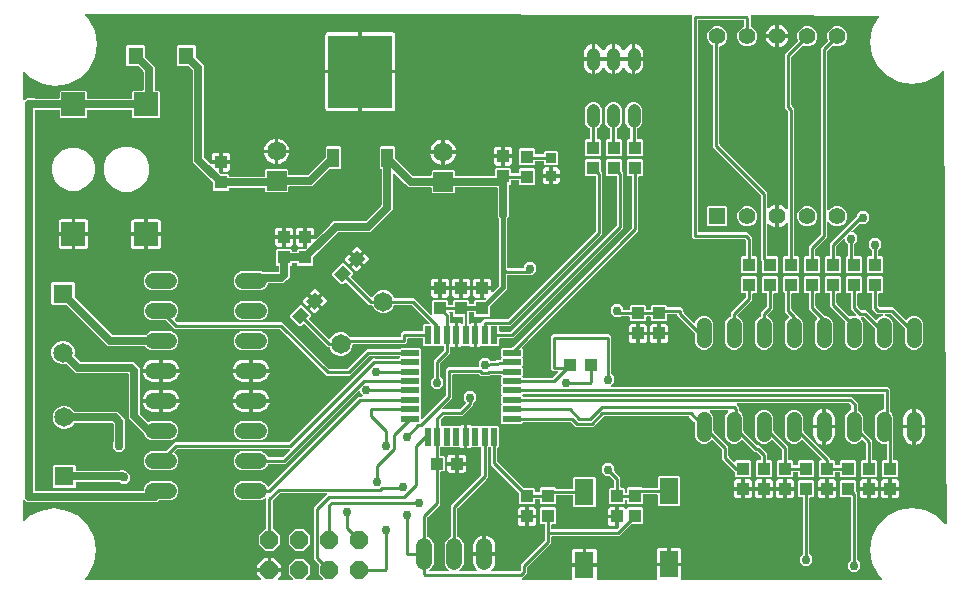
<source format=gbr>
G04 EAGLE Gerber RS-274X export*
G75*
%MOMM*%
%FSLAX34Y34*%
%LPD*%
%INTop Copper*%
%IPPOS*%
%AMOC8*
5,1,8,0,0,1.08239X$1,22.5*%
G01*
%ADD10R,1.651000X1.651000*%
%ADD11C,1.651000*%
%ADD12R,1.000000X1.100000*%
%ADD13R,1.100000X1.000000*%
%ADD14R,1.270000X1.470000*%
%ADD15R,0.930000X0.910000*%
%ADD16C,1.100000*%
%ADD17R,5.400000X6.200000*%
%ADD18R,1.000000X1.600000*%
%ADD19C,1.320800*%
%ADD20R,2.000000X2.000000*%
%ADD21R,1.650000X1.650000*%
%ADD22C,1.650000*%
%ADD23P,1.649562X8X22.500000*%
%ADD24R,1.600000X2.300000*%
%ADD25C,1.288000*%
%ADD26R,1.400000X1.400000*%
%ADD27C,1.400000*%
%ADD28R,0.550000X1.500000*%
%ADD29R,1.500000X0.550000*%
%ADD30C,0.635000*%
%ADD31C,0.254000*%
%ADD32C,0.381000*%
%ADD33C,0.756400*%
%ADD34C,0.152400*%

G36*
X210934Y10939D02*
X210934Y10939D01*
X211005Y10941D01*
X211054Y10959D01*
X211106Y10967D01*
X211169Y11001D01*
X211236Y11026D01*
X211277Y11058D01*
X211323Y11083D01*
X211373Y11135D01*
X211429Y11179D01*
X211457Y11223D01*
X211493Y11261D01*
X211523Y11326D01*
X211562Y11386D01*
X211574Y11437D01*
X211596Y11484D01*
X211604Y11555D01*
X211622Y11625D01*
X211618Y11677D01*
X211623Y11728D01*
X211608Y11799D01*
X211602Y11870D01*
X211582Y11918D01*
X211571Y11969D01*
X211534Y12030D01*
X211506Y12096D01*
X211461Y12152D01*
X211445Y12180D01*
X211427Y12195D01*
X211401Y12227D01*
X208533Y15095D01*
X208533Y17781D01*
X217932Y17781D01*
X217952Y17784D01*
X217971Y17782D01*
X218073Y17804D01*
X218175Y17821D01*
X218192Y17830D01*
X218212Y17834D01*
X218301Y17887D01*
X218392Y17936D01*
X218406Y17950D01*
X218423Y17960D01*
X218490Y18039D01*
X218561Y18114D01*
X218570Y18132D01*
X218583Y18147D01*
X218621Y18243D01*
X218665Y18337D01*
X218667Y18357D01*
X218675Y18375D01*
X218693Y18542D01*
X218693Y19305D01*
X218695Y19305D01*
X218695Y18542D01*
X218698Y18522D01*
X218696Y18503D01*
X218718Y18401D01*
X218735Y18299D01*
X218744Y18282D01*
X218748Y18262D01*
X218801Y18173D01*
X218850Y18082D01*
X218864Y18068D01*
X218874Y18051D01*
X218953Y17984D01*
X219028Y17913D01*
X219046Y17904D01*
X219061Y17891D01*
X219157Y17852D01*
X219251Y17809D01*
X219271Y17807D01*
X219289Y17799D01*
X219456Y17781D01*
X228855Y17781D01*
X228855Y15095D01*
X225987Y12227D01*
X225945Y12169D01*
X225895Y12117D01*
X225874Y12070D01*
X225843Y12028D01*
X225822Y11959D01*
X225792Y11894D01*
X225786Y11842D01*
X225771Y11792D01*
X225773Y11721D01*
X225765Y11650D01*
X225776Y11599D01*
X225777Y11547D01*
X225802Y11479D01*
X225817Y11409D01*
X225844Y11364D01*
X225862Y11316D01*
X225906Y11260D01*
X225943Y11198D01*
X225983Y11164D01*
X226015Y11124D01*
X226076Y11085D01*
X226130Y11038D01*
X226178Y11019D01*
X226222Y10991D01*
X226292Y10973D01*
X226358Y10946D01*
X226430Y10938D01*
X226461Y10930D01*
X226484Y10932D01*
X226525Y10928D01*
X237700Y10928D01*
X237771Y10939D01*
X237842Y10941D01*
X237891Y10959D01*
X237943Y10967D01*
X238006Y11001D01*
X238073Y11026D01*
X238114Y11058D01*
X238160Y11083D01*
X238209Y11135D01*
X238265Y11179D01*
X238294Y11223D01*
X238329Y11261D01*
X238360Y11326D01*
X238398Y11386D01*
X238411Y11437D01*
X238433Y11484D01*
X238441Y11555D01*
X238458Y11625D01*
X238454Y11677D01*
X238460Y11728D01*
X238445Y11799D01*
X238439Y11870D01*
X238419Y11918D01*
X238408Y11969D01*
X238371Y12030D01*
X238343Y12096D01*
X238298Y12152D01*
X238282Y12180D01*
X238264Y12195D01*
X238238Y12227D01*
X234949Y15516D01*
X234949Y23092D01*
X240306Y28449D01*
X247882Y28449D01*
X253239Y23092D01*
X253239Y15516D01*
X249950Y12227D01*
X249908Y12169D01*
X249859Y12117D01*
X249837Y12070D01*
X249806Y12028D01*
X249785Y11959D01*
X249755Y11894D01*
X249749Y11842D01*
X249734Y11792D01*
X249736Y11721D01*
X249728Y11650D01*
X249739Y11599D01*
X249740Y11547D01*
X249765Y11479D01*
X249780Y11409D01*
X249807Y11364D01*
X249825Y11316D01*
X249870Y11260D01*
X249906Y11198D01*
X249946Y11164D01*
X249978Y11124D01*
X250039Y11085D01*
X250093Y11038D01*
X250142Y11019D01*
X250185Y10991D01*
X250255Y10973D01*
X250321Y10946D01*
X250393Y10938D01*
X250424Y10930D01*
X250447Y10932D01*
X250488Y10928D01*
X263100Y10928D01*
X263171Y10939D01*
X263242Y10941D01*
X263291Y10959D01*
X263343Y10967D01*
X263406Y11001D01*
X263473Y11026D01*
X263514Y11058D01*
X263560Y11083D01*
X263609Y11135D01*
X263665Y11179D01*
X263694Y11223D01*
X263729Y11261D01*
X263760Y11326D01*
X263798Y11386D01*
X263811Y11437D01*
X263833Y11484D01*
X263841Y11555D01*
X263858Y11625D01*
X263854Y11677D01*
X263860Y11728D01*
X263845Y11799D01*
X263839Y11870D01*
X263819Y11918D01*
X263808Y11969D01*
X263771Y12030D01*
X263743Y12096D01*
X263698Y12152D01*
X263682Y12180D01*
X263664Y12195D01*
X263638Y12227D01*
X260349Y15516D01*
X260349Y23092D01*
X260513Y23256D01*
X260525Y23272D01*
X260540Y23284D01*
X260597Y23372D01*
X260657Y23456D01*
X260663Y23475D01*
X260673Y23491D01*
X260699Y23592D01*
X260729Y23691D01*
X260729Y23711D01*
X260734Y23730D01*
X260725Y23833D01*
X260723Y23937D01*
X260716Y23955D01*
X260714Y23975D01*
X260674Y24070D01*
X260638Y24168D01*
X260626Y24183D01*
X260618Y24201D01*
X260513Y24332D01*
X258145Y26700D01*
X256285Y28560D01*
X256285Y72278D01*
X266222Y82215D01*
X267317Y83310D01*
X267359Y83368D01*
X267409Y83420D01*
X267431Y83467D01*
X267461Y83509D01*
X267482Y83578D01*
X267512Y83643D01*
X267518Y83695D01*
X267533Y83745D01*
X267531Y83816D01*
X267539Y83887D01*
X267528Y83938D01*
X267527Y83990D01*
X267502Y84058D01*
X267487Y84128D01*
X267460Y84173D01*
X267442Y84221D01*
X267398Y84277D01*
X267361Y84339D01*
X267321Y84373D01*
X267289Y84413D01*
X267228Y84452D01*
X267174Y84499D01*
X267126Y84518D01*
X267082Y84546D01*
X267012Y84564D01*
X266946Y84591D01*
X266875Y84599D01*
X266843Y84607D01*
X266820Y84605D01*
X266779Y84609D01*
X228577Y84609D01*
X228487Y84595D01*
X228396Y84587D01*
X228366Y84575D01*
X228334Y84570D01*
X228254Y84527D01*
X228170Y84491D01*
X228138Y84465D01*
X228117Y84454D01*
X228095Y84431D01*
X228039Y84386D01*
X221712Y78059D01*
X221659Y77985D01*
X221599Y77916D01*
X221587Y77886D01*
X221568Y77860D01*
X221541Y77773D01*
X221507Y77688D01*
X221503Y77647D01*
X221496Y77625D01*
X221497Y77592D01*
X221489Y77521D01*
X221489Y54610D01*
X221492Y54590D01*
X221490Y54571D01*
X221512Y54469D01*
X221528Y54367D01*
X221538Y54350D01*
X221542Y54330D01*
X221595Y54241D01*
X221644Y54150D01*
X221658Y54136D01*
X221668Y54119D01*
X221747Y54052D01*
X221822Y53980D01*
X221840Y53972D01*
X221855Y53959D01*
X221951Y53920D01*
X222045Y53877D01*
X222065Y53875D01*
X222083Y53867D01*
X222250Y53849D01*
X222482Y53849D01*
X227839Y48492D01*
X227839Y40916D01*
X222482Y35559D01*
X214906Y35559D01*
X209549Y40916D01*
X209549Y48492D01*
X214906Y53849D01*
X215138Y53849D01*
X215158Y53852D01*
X215177Y53850D01*
X215279Y53872D01*
X215381Y53888D01*
X215398Y53898D01*
X215418Y53902D01*
X215507Y53955D01*
X215598Y54004D01*
X215612Y54018D01*
X215629Y54028D01*
X215696Y54107D01*
X215768Y54182D01*
X215776Y54200D01*
X215789Y54215D01*
X215828Y54311D01*
X215871Y54405D01*
X215873Y54425D01*
X215881Y54443D01*
X215899Y54610D01*
X215899Y79122D01*
X215888Y79192D01*
X215886Y79264D01*
X215868Y79313D01*
X215860Y79364D01*
X215826Y79428D01*
X215801Y79495D01*
X215769Y79536D01*
X215744Y79582D01*
X215693Y79631D01*
X215648Y79687D01*
X215604Y79715D01*
X215566Y79751D01*
X215501Y79781D01*
X215441Y79820D01*
X215390Y79833D01*
X215343Y79855D01*
X215272Y79863D01*
X215202Y79880D01*
X215150Y79876D01*
X215099Y79882D01*
X215028Y79867D01*
X214957Y79861D01*
X214909Y79841D01*
X214858Y79830D01*
X214797Y79793D01*
X214731Y79765D01*
X214675Y79720D01*
X214647Y79703D01*
X214632Y79686D01*
X214600Y79660D01*
X214409Y79469D01*
X211421Y78231D01*
X194979Y78231D01*
X191991Y79469D01*
X189705Y81755D01*
X188467Y84743D01*
X188467Y87977D01*
X189705Y90965D01*
X191991Y93251D01*
X194979Y94489D01*
X211421Y94489D01*
X214409Y93251D01*
X216695Y90965D01*
X216961Y90322D01*
X216985Y90283D01*
X217001Y90240D01*
X217050Y90179D01*
X217091Y90113D01*
X217126Y90084D01*
X217155Y90048D01*
X217220Y90006D01*
X217280Y89956D01*
X217323Y89940D01*
X217362Y89915D01*
X217437Y89896D01*
X217510Y89868D01*
X217556Y89866D01*
X217600Y89855D01*
X217678Y89861D01*
X217756Y89858D01*
X217800Y89871D01*
X217846Y89874D01*
X217917Y89905D01*
X217992Y89926D01*
X218030Y89952D01*
X218072Y89970D01*
X218179Y90056D01*
X218194Y90067D01*
X218197Y90071D01*
X218203Y90075D01*
X294182Y166055D01*
X297043Y166055D01*
X297113Y166066D01*
X297185Y166068D01*
X297234Y166086D01*
X297285Y166094D01*
X297349Y166128D01*
X297416Y166153D01*
X297457Y166185D01*
X297503Y166210D01*
X297552Y166262D01*
X297608Y166306D01*
X297636Y166350D01*
X297672Y166388D01*
X297702Y166453D01*
X297741Y166513D01*
X297754Y166564D01*
X297776Y166611D01*
X297784Y166682D01*
X297801Y166752D01*
X297797Y166804D01*
X297803Y166855D01*
X297788Y166926D01*
X297782Y166997D01*
X297762Y167045D01*
X297751Y167096D01*
X297714Y167157D01*
X297686Y167223D01*
X297641Y167279D01*
X297624Y167307D01*
X297607Y167322D01*
X297581Y167354D01*
X295253Y169682D01*
X295253Y170083D01*
X295242Y170154D01*
X295240Y170225D01*
X295222Y170274D01*
X295213Y170326D01*
X295180Y170389D01*
X295155Y170456D01*
X295123Y170497D01*
X295098Y170543D01*
X295046Y170593D01*
X295002Y170649D01*
X294958Y170677D01*
X294920Y170713D01*
X294855Y170743D01*
X294795Y170782D01*
X294744Y170794D01*
X294697Y170816D01*
X294626Y170824D01*
X294556Y170842D01*
X294504Y170838D01*
X294452Y170843D01*
X294382Y170828D01*
X294311Y170822D01*
X294263Y170802D01*
X294212Y170791D01*
X294150Y170754D01*
X294085Y170726D01*
X294029Y170681D01*
X294001Y170665D01*
X293986Y170647D01*
X293954Y170621D01*
X232298Y108965D01*
X217954Y108965D01*
X217839Y108946D01*
X217723Y108929D01*
X217717Y108927D01*
X217711Y108926D01*
X217608Y108871D01*
X217503Y108818D01*
X217499Y108813D01*
X217493Y108810D01*
X217414Y108726D01*
X217331Y108642D01*
X217327Y108636D01*
X217324Y108632D01*
X217316Y108615D01*
X217250Y108495D01*
X216695Y107155D01*
X214409Y104869D01*
X211421Y103631D01*
X194979Y103631D01*
X191991Y104869D01*
X189705Y107155D01*
X188467Y110143D01*
X188467Y113377D01*
X189705Y116365D01*
X191991Y118651D01*
X194979Y119889D01*
X211421Y119889D01*
X214409Y118651D01*
X216695Y116365D01*
X217250Y115025D01*
X217312Y114925D01*
X217372Y114825D01*
X217377Y114821D01*
X217380Y114816D01*
X217470Y114741D01*
X217559Y114665D01*
X217564Y114663D01*
X217569Y114659D01*
X217678Y114617D01*
X217787Y114573D01*
X217794Y114572D01*
X217799Y114571D01*
X217817Y114570D01*
X217954Y114555D01*
X229667Y114555D01*
X229757Y114569D01*
X229848Y114577D01*
X229878Y114589D01*
X229910Y114594D01*
X229990Y114637D01*
X230074Y114673D01*
X230106Y114699D01*
X230127Y114710D01*
X230149Y114733D01*
X230205Y114778D01*
X235793Y120366D01*
X235835Y120424D01*
X235885Y120476D01*
X235907Y120523D01*
X235937Y120565D01*
X235958Y120634D01*
X235988Y120699D01*
X235994Y120751D01*
X236009Y120801D01*
X236007Y120872D01*
X236015Y120943D01*
X236004Y120994D01*
X236003Y121046D01*
X235978Y121114D01*
X235963Y121184D01*
X235936Y121229D01*
X235918Y121277D01*
X235874Y121333D01*
X235837Y121395D01*
X235797Y121429D01*
X235765Y121469D01*
X235704Y121508D01*
X235650Y121555D01*
X235602Y121574D01*
X235558Y121602D01*
X235488Y121620D01*
X235422Y121647D01*
X235350Y121655D01*
X235319Y121663D01*
X235296Y121661D01*
X235255Y121665D01*
X141173Y121665D01*
X141083Y121651D01*
X140992Y121643D01*
X140962Y121631D01*
X140930Y121626D01*
X140850Y121583D01*
X140766Y121547D01*
X140733Y121521D01*
X140713Y121510D01*
X140691Y121487D01*
X140635Y121442D01*
X138564Y119372D01*
X138553Y119356D01*
X138537Y119343D01*
X138481Y119256D01*
X138421Y119172D01*
X138415Y119153D01*
X138404Y119136D01*
X138379Y119036D01*
X138348Y118937D01*
X138349Y118917D01*
X138344Y118898D01*
X138352Y118795D01*
X138355Y118691D01*
X138362Y118673D01*
X138363Y118653D01*
X138404Y118558D01*
X138439Y118460D01*
X138452Y118445D01*
X138460Y118426D01*
X138564Y118295D01*
X140495Y116365D01*
X141733Y113377D01*
X141733Y110143D01*
X140495Y107155D01*
X138209Y104869D01*
X135221Y103631D01*
X118779Y103631D01*
X115791Y104869D01*
X113505Y107155D01*
X112267Y110143D01*
X112267Y113377D01*
X113505Y116365D01*
X115791Y118651D01*
X118779Y119889D01*
X130861Y119889D01*
X130951Y119903D01*
X131042Y119911D01*
X131072Y119923D01*
X131104Y119928D01*
X131184Y119971D01*
X131268Y120007D01*
X131300Y120033D01*
X131321Y120044D01*
X131343Y120067D01*
X131399Y120112D01*
X138542Y127255D01*
X234747Y127255D01*
X234837Y127269D01*
X234928Y127277D01*
X234958Y127289D01*
X234990Y127294D01*
X235070Y127337D01*
X235154Y127373D01*
X235186Y127399D01*
X235207Y127410D01*
X235229Y127433D01*
X235285Y127478D01*
X306182Y198375D01*
X308498Y198375D01*
X308595Y198278D01*
X308669Y198225D01*
X308738Y198165D01*
X308768Y198153D01*
X308794Y198134D01*
X308881Y198107D01*
X308966Y198073D01*
X309007Y198069D01*
X309029Y198062D01*
X309062Y198063D01*
X309133Y198055D01*
X328214Y198055D01*
X328234Y198058D01*
X328253Y198056D01*
X328355Y198078D01*
X328457Y198094D01*
X328474Y198104D01*
X328494Y198108D01*
X328583Y198161D01*
X328674Y198210D01*
X328688Y198224D01*
X328705Y198234D01*
X328772Y198313D01*
X328844Y198388D01*
X328852Y198406D01*
X328865Y198421D01*
X328904Y198517D01*
X328947Y198611D01*
X328947Y198614D01*
X329055Y198722D01*
X329067Y198738D01*
X329083Y198750D01*
X329139Y198838D01*
X329199Y198921D01*
X329205Y198940D01*
X329216Y198957D01*
X329241Y199058D01*
X329271Y199157D01*
X329271Y199177D01*
X329276Y199196D01*
X329268Y199299D01*
X329265Y199402D01*
X329258Y199421D01*
X329257Y199441D01*
X329216Y199536D01*
X329181Y199633D01*
X329168Y199649D01*
X329160Y199667D01*
X329055Y199798D01*
X328941Y199913D01*
X328936Y199947D01*
X328926Y199964D01*
X328922Y199984D01*
X328869Y200073D01*
X328820Y200164D01*
X328806Y200178D01*
X328796Y200195D01*
X328717Y200262D01*
X328642Y200334D01*
X328624Y200342D01*
X328609Y200355D01*
X328513Y200394D01*
X328419Y200437D01*
X328399Y200439D01*
X328381Y200447D01*
X328214Y200465D01*
X303793Y200465D01*
X303703Y200451D01*
X303612Y200443D01*
X303582Y200431D01*
X303550Y200426D01*
X303470Y200383D01*
X303386Y200347D01*
X303354Y200321D01*
X303333Y200310D01*
X303311Y200287D01*
X303255Y200242D01*
X286908Y183895D01*
X266812Y183895D01*
X227665Y223042D01*
X227591Y223095D01*
X227522Y223155D01*
X227492Y223167D01*
X227466Y223186D01*
X227379Y223213D01*
X227294Y223247D01*
X227253Y223251D01*
X227231Y223258D01*
X227198Y223257D01*
X227127Y223265D01*
X138542Y223265D01*
X131399Y230408D01*
X131325Y230461D01*
X131256Y230521D01*
X131226Y230533D01*
X131200Y230552D01*
X131113Y230579D01*
X131028Y230613D01*
X130987Y230617D01*
X130965Y230624D01*
X130932Y230623D01*
X130861Y230631D01*
X118779Y230631D01*
X115791Y231869D01*
X113505Y234155D01*
X112267Y237143D01*
X112267Y240377D01*
X113505Y243365D01*
X115791Y245651D01*
X118779Y246889D01*
X135221Y246889D01*
X138209Y245651D01*
X140495Y243365D01*
X141733Y240377D01*
X141733Y237143D01*
X140495Y234155D01*
X138564Y232225D01*
X138553Y232208D01*
X138537Y232196D01*
X138509Y232151D01*
X138477Y232118D01*
X138457Y232075D01*
X138421Y232025D01*
X138415Y232006D01*
X138404Y231989D01*
X138389Y231929D01*
X138373Y231895D01*
X138369Y231857D01*
X138348Y231790D01*
X138349Y231770D01*
X138344Y231751D01*
X138350Y231680D01*
X138346Y231651D01*
X138353Y231621D01*
X138355Y231544D01*
X138362Y231525D01*
X138363Y231505D01*
X138393Y231434D01*
X138399Y231410D01*
X138411Y231389D01*
X138439Y231313D01*
X138452Y231297D01*
X138460Y231279D01*
X138564Y231148D01*
X140635Y229078D01*
X140709Y229025D01*
X140778Y228965D01*
X140808Y228953D01*
X140834Y228934D01*
X140922Y228907D01*
X141006Y228873D01*
X141047Y228869D01*
X141069Y228862D01*
X141102Y228863D01*
X141173Y228855D01*
X229758Y228855D01*
X268905Y189708D01*
X268979Y189655D01*
X269048Y189595D01*
X269078Y189583D01*
X269104Y189564D01*
X269191Y189537D01*
X269276Y189503D01*
X269317Y189499D01*
X269339Y189492D01*
X269372Y189493D01*
X269443Y189485D01*
X284277Y189485D01*
X284367Y189499D01*
X284458Y189507D01*
X284488Y189519D01*
X284520Y189524D01*
X284600Y189567D01*
X284684Y189603D01*
X284716Y189629D01*
X284737Y189640D01*
X284759Y189663D01*
X284815Y189708D01*
X299182Y204075D01*
X299235Y204149D01*
X299295Y204218D01*
X299307Y204248D01*
X299326Y204274D01*
X299353Y204361D01*
X299355Y204367D01*
X301042Y206055D01*
X328214Y206055D01*
X328234Y206058D01*
X328253Y206056D01*
X328355Y206078D01*
X328457Y206094D01*
X328474Y206104D01*
X328494Y206108D01*
X328583Y206161D01*
X328674Y206210D01*
X328688Y206224D01*
X328705Y206234D01*
X328772Y206313D01*
X328844Y206388D01*
X328852Y206406D01*
X328865Y206421D01*
X328904Y206517D01*
X328947Y206611D01*
X328947Y206614D01*
X329868Y207535D01*
X346132Y207535D01*
X347025Y206642D01*
X347025Y199878D01*
X346945Y199798D01*
X346933Y199782D01*
X346917Y199770D01*
X346861Y199683D01*
X346801Y199599D01*
X346795Y199580D01*
X346784Y199563D01*
X346759Y199462D01*
X346729Y199364D01*
X346729Y199344D01*
X346724Y199324D01*
X346732Y199221D01*
X346735Y199118D01*
X346742Y199099D01*
X346743Y199079D01*
X346784Y198984D01*
X346819Y198887D01*
X346832Y198871D01*
X346840Y198853D01*
X346945Y198722D01*
X347025Y198642D01*
X347025Y191878D01*
X346945Y191798D01*
X346933Y191782D01*
X346917Y191770D01*
X346861Y191683D01*
X346801Y191599D01*
X346795Y191580D01*
X346784Y191563D01*
X346759Y191462D01*
X346729Y191364D01*
X346729Y191344D01*
X346724Y191324D01*
X346732Y191221D01*
X346735Y191118D01*
X346742Y191099D01*
X346743Y191079D01*
X346784Y190984D01*
X346819Y190887D01*
X346832Y190871D01*
X346840Y190853D01*
X346945Y190722D01*
X347025Y190642D01*
X347025Y183878D01*
X346945Y183798D01*
X346933Y183782D01*
X346917Y183770D01*
X346861Y183683D01*
X346801Y183599D01*
X346795Y183580D01*
X346784Y183563D01*
X346759Y183462D01*
X346729Y183364D01*
X346729Y183344D01*
X346724Y183324D01*
X346732Y183221D01*
X346735Y183118D01*
X346742Y183099D01*
X346743Y183079D01*
X346784Y182984D01*
X346819Y182887D01*
X346832Y182871D01*
X346840Y182853D01*
X346945Y182722D01*
X347025Y182642D01*
X347025Y175878D01*
X346945Y175798D01*
X346933Y175782D01*
X346917Y175770D01*
X346861Y175683D01*
X346801Y175599D01*
X346795Y175580D01*
X346784Y175563D01*
X346759Y175462D01*
X346729Y175364D01*
X346729Y175344D01*
X346724Y175324D01*
X346732Y175221D01*
X346735Y175118D01*
X346742Y175099D01*
X346743Y175079D01*
X346784Y174984D01*
X346819Y174887D01*
X346832Y174871D01*
X346840Y174853D01*
X346945Y174722D01*
X347025Y174642D01*
X347025Y167878D01*
X346945Y167798D01*
X346933Y167782D01*
X346917Y167770D01*
X346861Y167683D01*
X346801Y167599D01*
X346795Y167580D01*
X346784Y167563D01*
X346759Y167462D01*
X346729Y167364D01*
X346729Y167344D01*
X346724Y167324D01*
X346732Y167221D01*
X346735Y167118D01*
X346742Y167099D01*
X346743Y167079D01*
X346784Y166984D01*
X346819Y166887D01*
X346832Y166871D01*
X346840Y166853D01*
X346945Y166722D01*
X347025Y166642D01*
X347025Y159878D01*
X346945Y159798D01*
X346933Y159782D01*
X346917Y159770D01*
X346861Y159683D01*
X346801Y159599D01*
X346795Y159580D01*
X346784Y159563D01*
X346759Y159462D01*
X346729Y159364D01*
X346729Y159344D01*
X346724Y159324D01*
X346732Y159221D01*
X346735Y159118D01*
X346742Y159099D01*
X346743Y159079D01*
X346784Y158984D01*
X346819Y158887D01*
X346832Y158871D01*
X346840Y158853D01*
X346945Y158722D01*
X347025Y158642D01*
X347025Y151878D01*
X346945Y151798D01*
X346933Y151782D01*
X346917Y151770D01*
X346861Y151683D01*
X346801Y151599D01*
X346795Y151580D01*
X346784Y151563D01*
X346759Y151462D01*
X346729Y151364D01*
X346729Y151344D01*
X346724Y151324D01*
X346732Y151221D01*
X346735Y151118D01*
X346742Y151099D01*
X346743Y151079D01*
X346784Y150984D01*
X346819Y150887D01*
X346832Y150871D01*
X346840Y150853D01*
X346945Y150722D01*
X347025Y150642D01*
X347025Y147874D01*
X347036Y147803D01*
X347038Y147731D01*
X347056Y147682D01*
X347064Y147631D01*
X347098Y147567D01*
X347123Y147500D01*
X347155Y147459D01*
X347180Y147413D01*
X347232Y147364D01*
X347276Y147308D01*
X347320Y147280D01*
X347358Y147244D01*
X347423Y147214D01*
X347483Y147175D01*
X347534Y147162D01*
X347581Y147140D01*
X347652Y147133D01*
X347722Y147115D01*
X347774Y147119D01*
X347825Y147113D01*
X347896Y147129D01*
X347967Y147134D01*
X348015Y147155D01*
X348066Y147166D01*
X348127Y147202D01*
X348193Y147230D01*
X348249Y147275D01*
X348277Y147292D01*
X348292Y147310D01*
X348324Y147335D01*
X367822Y166833D01*
X367875Y166907D01*
X367935Y166977D01*
X367947Y167007D01*
X367966Y167033D01*
X367993Y167120D01*
X368027Y167205D01*
X368031Y167246D01*
X368038Y167268D01*
X368037Y167300D01*
X368045Y167372D01*
X368045Y189118D01*
X369682Y190755D01*
X395252Y190755D01*
X395272Y190758D01*
X395291Y190756D01*
X395393Y190778D01*
X395495Y190794D01*
X395512Y190804D01*
X395532Y190808D01*
X395621Y190861D01*
X395712Y190910D01*
X395726Y190924D01*
X395743Y190934D01*
X395810Y191013D01*
X395882Y191088D01*
X395890Y191106D01*
X395903Y191121D01*
X395942Y191217D01*
X395985Y191311D01*
X395987Y191331D01*
X395995Y191349D01*
X396013Y191516D01*
X396013Y195238D01*
X399122Y198347D01*
X403518Y198347D01*
X405344Y196521D01*
X405348Y196518D01*
X405351Y196514D01*
X405449Y196446D01*
X405543Y196378D01*
X405548Y196376D01*
X405552Y196373D01*
X405666Y196340D01*
X405778Y196305D01*
X405784Y196305D01*
X405788Y196304D01*
X405956Y196302D01*
X414288Y197117D01*
X414390Y197145D01*
X414494Y197167D01*
X414509Y197176D01*
X414526Y197181D01*
X414614Y197239D01*
X414705Y197293D01*
X414716Y197307D01*
X414731Y197316D01*
X414796Y197400D01*
X414865Y197480D01*
X414871Y197497D01*
X414882Y197510D01*
X414917Y197610D01*
X414957Y197708D01*
X414959Y197730D01*
X414964Y197742D01*
X414964Y197774D01*
X414975Y197875D01*
X414975Y198642D01*
X415055Y198722D01*
X415067Y198738D01*
X415083Y198750D01*
X415139Y198837D01*
X415199Y198921D01*
X415205Y198940D01*
X415216Y198957D01*
X415241Y199058D01*
X415271Y199156D01*
X415271Y199176D01*
X415276Y199196D01*
X415268Y199299D01*
X415265Y199402D01*
X415258Y199421D01*
X415257Y199441D01*
X415216Y199536D01*
X415181Y199633D01*
X415168Y199649D01*
X415160Y199667D01*
X415055Y199798D01*
X414975Y199878D01*
X414975Y206642D01*
X415868Y207535D01*
X424007Y207535D01*
X424097Y207549D01*
X424188Y207557D01*
X424218Y207569D01*
X424250Y207574D01*
X424331Y207617D01*
X424414Y207653D01*
X424447Y207679D01*
X424467Y207690D01*
X424489Y207713D01*
X424545Y207758D01*
X525302Y308515D01*
X525355Y308589D01*
X525415Y308658D01*
X525427Y308688D01*
X525446Y308714D01*
X525473Y308801D01*
X525507Y308886D01*
X525511Y308927D01*
X525518Y308949D01*
X525517Y308982D01*
X525525Y309053D01*
X525525Y352014D01*
X525522Y352034D01*
X525524Y352053D01*
X525502Y352155D01*
X525486Y352257D01*
X525476Y352274D01*
X525472Y352294D01*
X525419Y352383D01*
X525370Y352474D01*
X525356Y352488D01*
X525346Y352505D01*
X525267Y352572D01*
X525192Y352644D01*
X525174Y352652D01*
X525159Y352665D01*
X525063Y352704D01*
X524969Y352747D01*
X524949Y352749D01*
X524931Y352757D01*
X524764Y352775D01*
X522688Y352775D01*
X521795Y353668D01*
X521795Y365932D01*
X522688Y366825D01*
X533952Y366825D01*
X534845Y365932D01*
X534845Y353668D01*
X533952Y352775D01*
X531876Y352775D01*
X531856Y352772D01*
X531837Y352774D01*
X531735Y352752D01*
X531633Y352736D01*
X531616Y352726D01*
X531596Y352722D01*
X531507Y352669D01*
X531416Y352620D01*
X531402Y352606D01*
X531385Y352596D01*
X531318Y352517D01*
X531246Y352442D01*
X531238Y352424D01*
X531225Y352409D01*
X531186Y352313D01*
X531143Y352219D01*
X531141Y352199D01*
X531133Y352181D01*
X531115Y352014D01*
X531115Y306422D01*
X529255Y304562D01*
X432718Y208025D01*
X432706Y208009D01*
X432690Y207997D01*
X432634Y207909D01*
X432574Y207826D01*
X432568Y207807D01*
X432557Y207790D01*
X432532Y207689D01*
X432502Y207590D01*
X432502Y207571D01*
X432497Y207551D01*
X432505Y207448D01*
X432508Y207345D01*
X432515Y207326D01*
X432516Y207306D01*
X432557Y207211D01*
X432593Y207114D01*
X432605Y207098D01*
X432613Y207080D01*
X432718Y206949D01*
X433025Y206642D01*
X433025Y199878D01*
X432945Y199798D01*
X432933Y199782D01*
X432917Y199770D01*
X432861Y199682D01*
X432801Y199599D01*
X432795Y199580D01*
X432784Y199563D01*
X432759Y199462D01*
X432729Y199363D01*
X432729Y199343D01*
X432724Y199324D01*
X432732Y199221D01*
X432735Y199118D01*
X432742Y199099D01*
X432743Y199079D01*
X432784Y198984D01*
X432819Y198887D01*
X432832Y198871D01*
X432840Y198853D01*
X432945Y198722D01*
X433025Y198642D01*
X433025Y191878D01*
X432945Y191798D01*
X432933Y191782D01*
X432917Y191770D01*
X432861Y191682D01*
X432801Y191599D01*
X432795Y191580D01*
X432784Y191563D01*
X432759Y191462D01*
X432729Y191363D01*
X432729Y191343D01*
X432724Y191324D01*
X432732Y191221D01*
X432735Y191118D01*
X432742Y191099D01*
X432743Y191079D01*
X432784Y190984D01*
X432819Y190887D01*
X432832Y190871D01*
X432840Y190853D01*
X432945Y190722D01*
X433025Y190642D01*
X433025Y183878D01*
X432945Y183798D01*
X432933Y183782D01*
X432917Y183770D01*
X432861Y183682D01*
X432801Y183599D01*
X432795Y183580D01*
X432784Y183563D01*
X432759Y183462D01*
X432729Y183363D01*
X432729Y183343D01*
X432724Y183324D01*
X432732Y183221D01*
X432735Y183118D01*
X432742Y183099D01*
X432743Y183079D01*
X432784Y182984D01*
X432819Y182887D01*
X432832Y182871D01*
X432840Y182853D01*
X432945Y182722D01*
X433059Y182607D01*
X433064Y182573D01*
X433074Y182556D01*
X433078Y182536D01*
X433131Y182447D01*
X433180Y182356D01*
X433194Y182342D01*
X433204Y182325D01*
X433283Y182258D01*
X433358Y182186D01*
X433376Y182178D01*
X433391Y182165D01*
X433487Y182126D01*
X433581Y182083D01*
X433601Y182081D01*
X433619Y182073D01*
X433786Y182055D01*
X458257Y182055D01*
X458347Y182069D01*
X458438Y182077D01*
X458468Y182089D01*
X458500Y182094D01*
X458581Y182137D01*
X458664Y182173D01*
X458697Y182199D01*
X458717Y182210D01*
X458739Y182233D01*
X458795Y182278D01*
X462923Y186406D01*
X462965Y186464D01*
X463015Y186516D01*
X463037Y186563D01*
X463067Y186605D01*
X463088Y186674D01*
X463118Y186739D01*
X463124Y186791D01*
X463139Y186841D01*
X463137Y186912D01*
X463145Y186983D01*
X463134Y187034D01*
X463133Y187086D01*
X463108Y187154D01*
X463093Y187224D01*
X463066Y187268D01*
X463048Y187317D01*
X463004Y187373D01*
X462967Y187435D01*
X462927Y187469D01*
X462895Y187509D01*
X462834Y187548D01*
X462780Y187595D01*
X462732Y187614D01*
X462688Y187642D01*
X462618Y187660D01*
X462552Y187687D01*
X462480Y187695D01*
X462449Y187703D01*
X462426Y187701D01*
X462385Y187705D01*
X458582Y187705D01*
X456945Y189342D01*
X456945Y217058D01*
X458582Y218695D01*
X506618Y218695D01*
X508255Y217058D01*
X508255Y185365D01*
X508269Y185275D01*
X508277Y185184D01*
X508289Y185155D01*
X508294Y185123D01*
X508337Y185042D01*
X508373Y184958D01*
X508399Y184926D01*
X508410Y184905D01*
X508433Y184883D01*
X508478Y184827D01*
X510767Y182538D01*
X510767Y178142D01*
X507979Y175354D01*
X507937Y175296D01*
X507888Y175244D01*
X507866Y175197D01*
X507836Y175155D01*
X507814Y175086D01*
X507784Y175021D01*
X507779Y174969D01*
X507763Y174919D01*
X507765Y174848D01*
X507757Y174777D01*
X507768Y174726D01*
X507770Y174674D01*
X507794Y174606D01*
X507809Y174536D01*
X507836Y174491D01*
X507854Y174443D01*
X507899Y174387D01*
X507936Y174325D01*
X507975Y174291D01*
X508008Y174251D01*
X508068Y174212D01*
X508123Y174165D01*
X508171Y174146D01*
X508215Y174118D01*
X508284Y174100D01*
X508351Y174073D01*
X508422Y174065D01*
X508453Y174057D01*
X508476Y174059D01*
X508517Y174055D01*
X742838Y174055D01*
X744475Y172418D01*
X744475Y153324D01*
X744489Y153234D01*
X744497Y153143D01*
X744509Y153114D01*
X744514Y153082D01*
X744557Y153001D01*
X744593Y152917D01*
X744619Y152885D01*
X744630Y152864D01*
X744653Y152842D01*
X744698Y152786D01*
X745892Y151592D01*
X747105Y148664D01*
X747105Y132616D01*
X747073Y132538D01*
X747058Y132475D01*
X747033Y132414D01*
X747024Y132331D01*
X747017Y132299D01*
X747018Y132280D01*
X747015Y132247D01*
X747015Y112806D01*
X747018Y112786D01*
X747016Y112767D01*
X747038Y112665D01*
X747054Y112563D01*
X747064Y112546D01*
X747068Y112526D01*
X747121Y112437D01*
X747170Y112346D01*
X747184Y112332D01*
X747194Y112315D01*
X747273Y112248D01*
X747348Y112176D01*
X747366Y112168D01*
X747381Y112155D01*
X747477Y112116D01*
X747571Y112073D01*
X747591Y112071D01*
X747609Y112063D01*
X747776Y112045D01*
X749852Y112045D01*
X750745Y111152D01*
X750745Y98888D01*
X749852Y97995D01*
X738588Y97995D01*
X737695Y98888D01*
X737695Y111152D01*
X738588Y112045D01*
X740664Y112045D01*
X740684Y112048D01*
X740703Y112046D01*
X740805Y112068D01*
X740907Y112084D01*
X740924Y112094D01*
X740944Y112098D01*
X741033Y112151D01*
X741124Y112200D01*
X741138Y112214D01*
X741155Y112224D01*
X741222Y112303D01*
X741294Y112378D01*
X741302Y112396D01*
X741315Y112411D01*
X741354Y112507D01*
X741397Y112601D01*
X741399Y112621D01*
X741407Y112639D01*
X741425Y112806D01*
X741425Y125474D01*
X741422Y125494D01*
X741424Y125513D01*
X741402Y125615D01*
X741386Y125717D01*
X741376Y125734D01*
X741372Y125754D01*
X741319Y125843D01*
X741270Y125934D01*
X741256Y125948D01*
X741246Y125965D01*
X741167Y126032D01*
X741092Y126104D01*
X741074Y126112D01*
X741059Y126125D01*
X740963Y126164D01*
X740869Y126207D01*
X740849Y126209D01*
X740831Y126217D01*
X740664Y126235D01*
X737556Y126235D01*
X734628Y127448D01*
X732388Y129688D01*
X731175Y132616D01*
X731175Y148664D01*
X732388Y151592D01*
X734628Y153832D01*
X737556Y155045D01*
X738124Y155045D01*
X738144Y155048D01*
X738163Y155046D01*
X738265Y155068D01*
X738367Y155084D01*
X738384Y155094D01*
X738404Y155098D01*
X738493Y155151D01*
X738584Y155200D01*
X738598Y155214D01*
X738615Y155224D01*
X738682Y155303D01*
X738754Y155378D01*
X738762Y155396D01*
X738775Y155411D01*
X738814Y155507D01*
X738857Y155601D01*
X738859Y155621D01*
X738867Y155639D01*
X738885Y155806D01*
X738885Y167704D01*
X738882Y167724D01*
X738884Y167743D01*
X738862Y167845D01*
X738846Y167947D01*
X738836Y167964D01*
X738832Y167984D01*
X738779Y168073D01*
X738730Y168164D01*
X738716Y168178D01*
X738706Y168195D01*
X738627Y168262D01*
X738552Y168334D01*
X738534Y168342D01*
X738519Y168355D01*
X738423Y168394D01*
X738329Y168437D01*
X738309Y168439D01*
X738291Y168447D01*
X738124Y168465D01*
X433786Y168465D01*
X433766Y168462D01*
X433747Y168464D01*
X433645Y168442D01*
X433543Y168426D01*
X433526Y168416D01*
X433506Y168412D01*
X433417Y168359D01*
X433326Y168310D01*
X433312Y168296D01*
X433295Y168286D01*
X433228Y168207D01*
X433156Y168132D01*
X433148Y168114D01*
X433135Y168099D01*
X433096Y168003D01*
X433053Y167909D01*
X433053Y167906D01*
X432945Y167798D01*
X432933Y167782D01*
X432917Y167770D01*
X432861Y167682D01*
X432801Y167599D01*
X432795Y167580D01*
X432784Y167563D01*
X432759Y167462D01*
X432729Y167363D01*
X432729Y167343D01*
X432724Y167324D01*
X432732Y167221D01*
X432735Y167118D01*
X432742Y167099D01*
X432743Y167079D01*
X432784Y166984D01*
X432819Y166887D01*
X432832Y166871D01*
X432840Y166853D01*
X432945Y166722D01*
X433059Y166607D01*
X433064Y166573D01*
X433074Y166556D01*
X433078Y166536D01*
X433131Y166447D01*
X433180Y166356D01*
X433194Y166342D01*
X433204Y166325D01*
X433283Y166258D01*
X433358Y166186D01*
X433376Y166178D01*
X433391Y166165D01*
X433487Y166126D01*
X433581Y166083D01*
X433601Y166081D01*
X433619Y166073D01*
X433786Y166055D01*
X711658Y166055D01*
X717005Y160708D01*
X717005Y154857D01*
X717024Y154743D01*
X717041Y154626D01*
X717043Y154621D01*
X717044Y154615D01*
X717099Y154511D01*
X717152Y154407D01*
X717157Y154403D01*
X717160Y154397D01*
X717244Y154317D01*
X717328Y154235D01*
X717334Y154231D01*
X717338Y154228D01*
X717355Y154220D01*
X717475Y154154D01*
X718252Y153832D01*
X720492Y151592D01*
X721705Y148664D01*
X721705Y136943D01*
X721719Y136853D01*
X721727Y136762D01*
X721739Y136732D01*
X721744Y136700D01*
X721787Y136619D01*
X721823Y136536D01*
X721849Y136503D01*
X721860Y136483D01*
X721883Y136461D01*
X721928Y136405D01*
X727375Y130958D01*
X729235Y129098D01*
X729235Y112806D01*
X729238Y112786D01*
X729236Y112767D01*
X729258Y112665D01*
X729274Y112563D01*
X729284Y112546D01*
X729288Y112526D01*
X729341Y112437D01*
X729390Y112346D01*
X729404Y112332D01*
X729414Y112315D01*
X729493Y112248D01*
X729568Y112176D01*
X729586Y112168D01*
X729601Y112155D01*
X729697Y112116D01*
X729791Y112073D01*
X729811Y112071D01*
X729829Y112063D01*
X729996Y112045D01*
X732072Y112045D01*
X732965Y111152D01*
X732965Y98888D01*
X732072Y97995D01*
X720808Y97995D01*
X719915Y98888D01*
X719915Y111152D01*
X720808Y112045D01*
X722884Y112045D01*
X722904Y112048D01*
X722923Y112046D01*
X723025Y112068D01*
X723127Y112084D01*
X723144Y112094D01*
X723164Y112098D01*
X723253Y112151D01*
X723344Y112200D01*
X723358Y112214D01*
X723375Y112224D01*
X723442Y112303D01*
X723514Y112378D01*
X723522Y112396D01*
X723535Y112411D01*
X723574Y112507D01*
X723617Y112601D01*
X723619Y112621D01*
X723627Y112639D01*
X723645Y112806D01*
X723645Y126467D01*
X723631Y126557D01*
X723623Y126648D01*
X723611Y126678D01*
X723606Y126710D01*
X723563Y126790D01*
X723527Y126874D01*
X723501Y126907D01*
X723490Y126927D01*
X723467Y126949D01*
X723422Y127005D01*
X721154Y129274D01*
X721138Y129285D01*
X721125Y129301D01*
X721038Y129357D01*
X720954Y129417D01*
X720935Y129423D01*
X720919Y129434D01*
X720818Y129459D01*
X720719Y129490D01*
X720699Y129489D01*
X720680Y129494D01*
X720577Y129486D01*
X720473Y129483D01*
X720455Y129476D01*
X720435Y129475D01*
X720340Y129434D01*
X720242Y129399D01*
X720227Y129386D01*
X720208Y129378D01*
X720077Y129274D01*
X718252Y127448D01*
X715324Y126235D01*
X712156Y126235D01*
X709228Y127448D01*
X706988Y129688D01*
X705775Y132616D01*
X705775Y148664D01*
X706988Y151592D01*
X709228Y153832D01*
X710945Y154543D01*
X711045Y154605D01*
X711145Y154665D01*
X711149Y154670D01*
X711154Y154673D01*
X711229Y154764D01*
X711305Y154852D01*
X711307Y154858D01*
X711311Y154862D01*
X711353Y154971D01*
X711397Y155080D01*
X711398Y155088D01*
X711399Y155092D01*
X711400Y155110D01*
X711415Y155247D01*
X711415Y158077D01*
X711401Y158167D01*
X711393Y158258D01*
X711381Y158288D01*
X711376Y158320D01*
X711333Y158400D01*
X711297Y158484D01*
X711271Y158516D01*
X711260Y158537D01*
X711237Y158559D01*
X711192Y158615D01*
X709565Y160242D01*
X709491Y160295D01*
X709422Y160355D01*
X709392Y160367D01*
X709366Y160386D01*
X709279Y160413D01*
X709194Y160447D01*
X709153Y160451D01*
X709131Y160458D01*
X709098Y160457D01*
X709027Y160465D01*
X614945Y160465D01*
X614874Y160454D01*
X614802Y160452D01*
X614753Y160434D01*
X614702Y160426D01*
X614639Y160392D01*
X614571Y160367D01*
X614531Y160335D01*
X614485Y160310D01*
X614435Y160259D01*
X614379Y160214D01*
X614351Y160170D01*
X614315Y160132D01*
X614285Y160067D01*
X614246Y160007D01*
X614234Y159956D01*
X614212Y159909D01*
X614204Y159838D01*
X614186Y159768D01*
X614190Y159716D01*
X614185Y159665D01*
X614200Y159594D01*
X614205Y159523D01*
X614226Y159475D01*
X614237Y159424D01*
X614274Y159363D01*
X614302Y159297D01*
X614347Y159241D01*
X614363Y159213D01*
X614381Y159198D01*
X614407Y159166D01*
X614815Y158758D01*
X616675Y156898D01*
X616675Y154124D01*
X616689Y154034D01*
X616697Y153943D01*
X616709Y153914D01*
X616714Y153882D01*
X616757Y153801D01*
X616793Y153717D01*
X616819Y153685D01*
X616830Y153664D01*
X616853Y153642D01*
X616898Y153586D01*
X618892Y151592D01*
X620105Y148664D01*
X620105Y136943D01*
X620119Y136853D01*
X620127Y136762D01*
X620139Y136732D01*
X620144Y136700D01*
X620187Y136620D01*
X620223Y136536D01*
X620249Y136504D01*
X620260Y136483D01*
X620283Y136461D01*
X620328Y136405D01*
X631795Y124938D01*
X631869Y124885D01*
X631938Y124825D01*
X631968Y124813D01*
X631994Y124794D01*
X632081Y124767D01*
X632166Y124733D01*
X632207Y124729D01*
X632229Y124722D01*
X632262Y124723D01*
X632333Y124715D01*
X633618Y124715D01*
X640335Y117998D01*
X640335Y112806D01*
X640338Y112786D01*
X640336Y112767D01*
X640358Y112665D01*
X640374Y112563D01*
X640384Y112546D01*
X640388Y112526D01*
X640441Y112437D01*
X640490Y112346D01*
X640504Y112332D01*
X640514Y112315D01*
X640593Y112248D01*
X640668Y112176D01*
X640686Y112168D01*
X640701Y112155D01*
X640797Y112116D01*
X640891Y112073D01*
X640911Y112071D01*
X640929Y112063D01*
X641096Y112045D01*
X643172Y112045D01*
X644065Y111152D01*
X644065Y98888D01*
X643172Y97995D01*
X631908Y97995D01*
X631015Y98888D01*
X631015Y111152D01*
X631908Y112045D01*
X633984Y112045D01*
X634004Y112048D01*
X634023Y112046D01*
X634125Y112068D01*
X634227Y112084D01*
X634244Y112094D01*
X634264Y112098D01*
X634353Y112151D01*
X634444Y112200D01*
X634458Y112214D01*
X634475Y112224D01*
X634542Y112303D01*
X634614Y112378D01*
X634622Y112396D01*
X634635Y112411D01*
X634674Y112507D01*
X634717Y112601D01*
X634719Y112621D01*
X634727Y112639D01*
X634745Y112806D01*
X634745Y115367D01*
X634731Y115457D01*
X634723Y115548D01*
X634711Y115578D01*
X634706Y115610D01*
X634663Y115690D01*
X634627Y115774D01*
X634601Y115806D01*
X634590Y115827D01*
X634567Y115849D01*
X634522Y115905D01*
X631525Y118902D01*
X631451Y118955D01*
X631382Y119015D01*
X631352Y119027D01*
X631326Y119046D01*
X631239Y119073D01*
X631154Y119107D01*
X631113Y119111D01*
X631091Y119118D01*
X631058Y119117D01*
X630987Y119125D01*
X629702Y119125D01*
X619554Y129274D01*
X619538Y129285D01*
X619525Y129301D01*
X619438Y129357D01*
X619354Y129417D01*
X619335Y129423D01*
X619318Y129434D01*
X619218Y129459D01*
X619119Y129490D01*
X619099Y129489D01*
X619080Y129494D01*
X618977Y129486D01*
X618873Y129483D01*
X618855Y129476D01*
X618835Y129475D01*
X618740Y129434D01*
X618642Y129399D01*
X618627Y129386D01*
X618608Y129378D01*
X618477Y129274D01*
X616652Y127448D01*
X613724Y126235D01*
X610556Y126235D01*
X607628Y127448D01*
X605388Y129688D01*
X604175Y132616D01*
X604175Y148664D01*
X605388Y151592D01*
X607182Y153386D01*
X607224Y153444D01*
X607273Y153496D01*
X607295Y153543D01*
X607325Y153585D01*
X607347Y153654D01*
X607377Y153719D01*
X607382Y153771D01*
X607398Y153821D01*
X607396Y153892D01*
X607404Y153963D01*
X607393Y154014D01*
X607391Y154066D01*
X607367Y154134D01*
X607352Y154204D01*
X607325Y154249D01*
X607307Y154297D01*
X607262Y154353D01*
X607225Y154415D01*
X607186Y154449D01*
X607153Y154489D01*
X607093Y154528D01*
X607038Y154575D01*
X606990Y154594D01*
X606946Y154622D01*
X606877Y154640D01*
X606810Y154667D01*
X606739Y154675D01*
X606708Y154683D01*
X606685Y154681D01*
X606644Y154685D01*
X592236Y154685D01*
X592166Y154674D01*
X592094Y154672D01*
X592045Y154654D01*
X591994Y154646D01*
X591930Y154612D01*
X591863Y154587D01*
X591822Y154555D01*
X591776Y154530D01*
X591727Y154478D01*
X591671Y154434D01*
X591643Y154390D01*
X591607Y154352D01*
X591577Y154287D01*
X591538Y154227D01*
X591525Y154176D01*
X591503Y154129D01*
X591495Y154058D01*
X591478Y153988D01*
X591482Y153936D01*
X591476Y153885D01*
X591491Y153814D01*
X591497Y153743D01*
X591517Y153695D01*
X591528Y153644D01*
X591565Y153583D01*
X591593Y153517D01*
X591638Y153461D01*
X591655Y153433D01*
X591672Y153418D01*
X591698Y153386D01*
X593492Y151592D01*
X594705Y148664D01*
X594705Y136943D01*
X594719Y136853D01*
X594727Y136762D01*
X594739Y136732D01*
X594744Y136700D01*
X594787Y136620D01*
X594823Y136536D01*
X594849Y136504D01*
X594860Y136483D01*
X594883Y136461D01*
X594928Y136405D01*
X607315Y124018D01*
X607315Y115773D01*
X607329Y115683D01*
X607337Y115592D01*
X607349Y115562D01*
X607354Y115530D01*
X607397Y115450D01*
X607433Y115366D01*
X607459Y115334D01*
X607470Y115313D01*
X607493Y115291D01*
X607538Y115235D01*
X611936Y110837D01*
X611994Y110795D01*
X612046Y110745D01*
X612093Y110723D01*
X612135Y110693D01*
X612204Y110672D01*
X612269Y110642D01*
X612321Y110636D01*
X612371Y110621D01*
X612442Y110623D01*
X612513Y110615D01*
X612564Y110626D01*
X612616Y110627D01*
X612684Y110652D01*
X612754Y110667D01*
X612799Y110694D01*
X612847Y110712D01*
X612903Y110756D01*
X612965Y110793D01*
X612999Y110833D01*
X613039Y110865D01*
X613078Y110926D01*
X613125Y110980D01*
X613144Y111028D01*
X613172Y111072D01*
X613178Y111094D01*
X614128Y112045D01*
X625392Y112045D01*
X626285Y111152D01*
X626285Y98888D01*
X625392Y97995D01*
X614128Y97995D01*
X613235Y98888D01*
X613235Y101464D01*
X613232Y101484D01*
X613234Y101503D01*
X613212Y101605D01*
X613196Y101707D01*
X613186Y101724D01*
X613182Y101744D01*
X613129Y101833D01*
X613080Y101924D01*
X613066Y101938D01*
X613056Y101955D01*
X612977Y102022D01*
X612902Y102094D01*
X612884Y102102D01*
X612869Y102115D01*
X612773Y102154D01*
X612679Y102197D01*
X612669Y102198D01*
X601725Y113142D01*
X601725Y121387D01*
X601711Y121477D01*
X601703Y121568D01*
X601691Y121598D01*
X601686Y121630D01*
X601643Y121710D01*
X601607Y121794D01*
X601581Y121826D01*
X601570Y121847D01*
X601547Y121869D01*
X601502Y121925D01*
X594154Y129274D01*
X594138Y129285D01*
X594125Y129301D01*
X594038Y129357D01*
X593954Y129417D01*
X593935Y129423D01*
X593918Y129434D01*
X593818Y129459D01*
X593719Y129490D01*
X593699Y129489D01*
X593680Y129494D01*
X593577Y129486D01*
X593473Y129483D01*
X593455Y129476D01*
X593435Y129475D01*
X593340Y129434D01*
X593242Y129399D01*
X593227Y129386D01*
X593208Y129378D01*
X593077Y129274D01*
X591252Y127448D01*
X588324Y126235D01*
X585156Y126235D01*
X582228Y127448D01*
X579988Y129688D01*
X578775Y132616D01*
X578775Y144337D01*
X578761Y144427D01*
X578753Y144518D01*
X578741Y144548D01*
X578736Y144580D01*
X578693Y144660D01*
X578657Y144744D01*
X578631Y144776D01*
X578620Y144797D01*
X578597Y144819D01*
X578552Y144875D01*
X574379Y149049D01*
X574305Y149102D01*
X574236Y149161D01*
X574205Y149173D01*
X574179Y149192D01*
X574092Y149219D01*
X574007Y149253D01*
X573967Y149258D01*
X573944Y149265D01*
X573912Y149264D01*
X573841Y149272D01*
X502187Y149272D01*
X502097Y149257D01*
X502006Y149250D01*
X501976Y149237D01*
X501944Y149232D01*
X501863Y149189D01*
X501779Y149153D01*
X501747Y149128D01*
X501727Y149117D01*
X501704Y149093D01*
X501648Y149049D01*
X492835Y140235D01*
X478305Y140235D01*
X474298Y144242D01*
X474224Y144295D01*
X474155Y144355D01*
X474125Y144367D01*
X474098Y144386D01*
X474011Y144413D01*
X473927Y144447D01*
X473886Y144451D01*
X473863Y144458D01*
X473831Y144457D01*
X473760Y144465D01*
X433786Y144465D01*
X433766Y144462D01*
X433747Y144464D01*
X433645Y144442D01*
X433543Y144426D01*
X433526Y144416D01*
X433506Y144412D01*
X433417Y144359D01*
X433326Y144310D01*
X433312Y144296D01*
X433295Y144286D01*
X433228Y144207D01*
X433156Y144132D01*
X433148Y144114D01*
X433135Y144099D01*
X433096Y144003D01*
X433053Y143909D01*
X433053Y143906D01*
X432132Y142985D01*
X415868Y142985D01*
X414975Y143878D01*
X414975Y150642D01*
X415055Y150722D01*
X415067Y150738D01*
X415083Y150750D01*
X415139Y150837D01*
X415199Y150921D01*
X415205Y150940D01*
X415216Y150957D01*
X415241Y151058D01*
X415271Y151156D01*
X415271Y151176D01*
X415276Y151196D01*
X415268Y151299D01*
X415265Y151402D01*
X415258Y151421D01*
X415257Y151441D01*
X415216Y151536D01*
X415181Y151633D01*
X415168Y151649D01*
X415160Y151667D01*
X415055Y151798D01*
X414975Y151878D01*
X414975Y158642D01*
X415055Y158722D01*
X415067Y158738D01*
X415083Y158750D01*
X415138Y158837D01*
X415199Y158921D01*
X415205Y158940D01*
X415216Y158957D01*
X415241Y159058D01*
X415271Y159156D01*
X415271Y159176D01*
X415276Y159196D01*
X415268Y159299D01*
X415265Y159402D01*
X415258Y159421D01*
X415257Y159441D01*
X415216Y159536D01*
X415181Y159633D01*
X415168Y159649D01*
X415160Y159667D01*
X415055Y159798D01*
X414975Y159878D01*
X414975Y166642D01*
X415055Y166722D01*
X415067Y166738D01*
X415083Y166750D01*
X415139Y166837D01*
X415199Y166921D01*
X415205Y166940D01*
X415216Y166957D01*
X415241Y167058D01*
X415271Y167156D01*
X415271Y167176D01*
X415276Y167196D01*
X415268Y167299D01*
X415265Y167402D01*
X415258Y167421D01*
X415257Y167441D01*
X415216Y167536D01*
X415181Y167633D01*
X415168Y167649D01*
X415160Y167667D01*
X415055Y167798D01*
X414975Y167878D01*
X414975Y174642D01*
X415055Y174722D01*
X415067Y174738D01*
X415083Y174750D01*
X415139Y174837D01*
X415199Y174921D01*
X415205Y174940D01*
X415216Y174957D01*
X415241Y175058D01*
X415271Y175156D01*
X415271Y175176D01*
X415276Y175196D01*
X415268Y175299D01*
X415265Y175402D01*
X415258Y175421D01*
X415257Y175441D01*
X415216Y175536D01*
X415181Y175633D01*
X415168Y175649D01*
X415160Y175667D01*
X415055Y175798D01*
X414975Y175878D01*
X414975Y182642D01*
X415055Y182722D01*
X415067Y182738D01*
X415083Y182750D01*
X415139Y182837D01*
X415199Y182921D01*
X415205Y182940D01*
X415216Y182957D01*
X415241Y183058D01*
X415271Y183156D01*
X415271Y183176D01*
X415276Y183196D01*
X415268Y183299D01*
X415265Y183402D01*
X415258Y183421D01*
X415257Y183441D01*
X415216Y183536D01*
X415181Y183633D01*
X415168Y183649D01*
X415160Y183667D01*
X415055Y183798D01*
X414941Y183913D01*
X414936Y183947D01*
X414926Y183964D01*
X414922Y183984D01*
X414869Y184073D01*
X414820Y184164D01*
X414806Y184178D01*
X414796Y184195D01*
X414717Y184262D01*
X414642Y184334D01*
X414624Y184342D01*
X414609Y184355D01*
X414513Y184394D01*
X414419Y184437D01*
X414399Y184439D01*
X414381Y184447D01*
X414214Y184465D01*
X406313Y184465D01*
X406223Y184451D01*
X406132Y184443D01*
X406102Y184431D01*
X406070Y184426D01*
X405989Y184383D01*
X405906Y184347D01*
X405873Y184321D01*
X405853Y184310D01*
X405831Y184287D01*
X405775Y184242D01*
X405202Y183669D01*
X397438Y183669D01*
X396165Y184942D01*
X396092Y184995D01*
X396022Y185055D01*
X395992Y185067D01*
X395966Y185086D01*
X395879Y185113D01*
X395794Y185147D01*
X395753Y185151D01*
X395731Y185158D01*
X395698Y185157D01*
X395627Y185165D01*
X374396Y185165D01*
X374376Y185162D01*
X374357Y185164D01*
X374255Y185142D01*
X374153Y185126D01*
X374136Y185116D01*
X374116Y185112D01*
X374027Y185059D01*
X373936Y185010D01*
X373922Y184996D01*
X373905Y184986D01*
X373838Y184907D01*
X373766Y184832D01*
X373758Y184814D01*
X373745Y184799D01*
X373706Y184703D01*
X373663Y184609D01*
X373661Y184589D01*
X373653Y184571D01*
X373635Y184404D01*
X373635Y164741D01*
X365388Y156494D01*
X365346Y156436D01*
X365297Y156384D01*
X365275Y156337D01*
X365244Y156295D01*
X365223Y156226D01*
X365193Y156161D01*
X365187Y156109D01*
X365172Y156059D01*
X365174Y155988D01*
X365166Y155917D01*
X365177Y155866D01*
X365178Y155814D01*
X365203Y155746D01*
X365218Y155676D01*
X365245Y155631D01*
X365263Y155583D01*
X365308Y155527D01*
X365344Y155465D01*
X365384Y155431D01*
X365417Y155391D01*
X365477Y155352D01*
X365531Y155305D01*
X365580Y155286D01*
X365623Y155258D01*
X365693Y155240D01*
X365759Y155213D01*
X365831Y155205D01*
X365862Y155197D01*
X365885Y155199D01*
X365926Y155195D01*
X379527Y155195D01*
X379617Y155209D01*
X379708Y155217D01*
X379738Y155229D01*
X379770Y155234D01*
X379850Y155277D01*
X379934Y155313D01*
X379966Y155339D01*
X379987Y155350D01*
X380009Y155373D01*
X380065Y155418D01*
X384893Y160245D01*
X384905Y160262D01*
X384920Y160274D01*
X384976Y160361D01*
X385037Y160445D01*
X385042Y160464D01*
X385053Y160481D01*
X385079Y160581D01*
X385109Y160680D01*
X385108Y160700D01*
X385113Y160720D01*
X385105Y160822D01*
X385103Y160926D01*
X385096Y160945D01*
X385094Y160965D01*
X385054Y161060D01*
X385018Y161157D01*
X385006Y161173D01*
X384998Y161191D01*
X384893Y161322D01*
X383313Y162902D01*
X383313Y167298D01*
X386422Y170407D01*
X390818Y170407D01*
X393927Y167298D01*
X393927Y162902D01*
X391638Y160613D01*
X391585Y160539D01*
X391525Y160469D01*
X391513Y160439D01*
X391494Y160413D01*
X391467Y160326D01*
X391433Y160241D01*
X391429Y160200D01*
X391422Y160178D01*
X391423Y160146D01*
X391415Y160075D01*
X391415Y158862D01*
X382158Y149605D01*
X367233Y149605D01*
X367143Y149591D01*
X367052Y149583D01*
X367022Y149571D01*
X366990Y149566D01*
X366910Y149523D01*
X366826Y149487D01*
X366794Y149461D01*
X366773Y149450D01*
X366751Y149427D01*
X366695Y149382D01*
X364018Y146705D01*
X363965Y146631D01*
X363905Y146562D01*
X363893Y146532D01*
X363874Y146506D01*
X363847Y146419D01*
X363813Y146334D01*
X363809Y146293D01*
X363802Y146271D01*
X363803Y146238D01*
X363795Y146167D01*
X363795Y142046D01*
X363798Y142026D01*
X363796Y142007D01*
X363818Y141905D01*
X363834Y141803D01*
X363844Y141786D01*
X363848Y141766D01*
X363901Y141677D01*
X363950Y141586D01*
X363964Y141572D01*
X363974Y141555D01*
X364053Y141488D01*
X364128Y141416D01*
X364146Y141408D01*
X364161Y141395D01*
X364257Y141356D01*
X364351Y141313D01*
X364354Y141313D01*
X364462Y141205D01*
X364478Y141193D01*
X364490Y141177D01*
X364578Y141121D01*
X364661Y141061D01*
X364680Y141055D01*
X364697Y141044D01*
X364798Y141019D01*
X364897Y140989D01*
X364917Y140989D01*
X364936Y140984D01*
X365039Y140992D01*
X365142Y140995D01*
X365161Y141002D01*
X365181Y141003D01*
X365276Y141044D01*
X365373Y141079D01*
X365389Y141092D01*
X365407Y141100D01*
X365538Y141205D01*
X365618Y141285D01*
X372382Y141285D01*
X372462Y141205D01*
X372478Y141193D01*
X372490Y141177D01*
X372577Y141121D01*
X372661Y141061D01*
X372680Y141055D01*
X372697Y141044D01*
X372798Y141019D01*
X372896Y140989D01*
X372916Y140989D01*
X372936Y140984D01*
X373039Y140992D01*
X373142Y140995D01*
X373161Y141002D01*
X373181Y141003D01*
X373276Y141044D01*
X373373Y141079D01*
X373389Y141092D01*
X373407Y141100D01*
X373538Y141205D01*
X373618Y141285D01*
X379866Y141285D01*
X379956Y141299D01*
X380047Y141307D01*
X380077Y141319D01*
X380109Y141324D01*
X380190Y141367D01*
X380274Y141403D01*
X380306Y141429D01*
X380326Y141440D01*
X380349Y141463D01*
X380405Y141508D01*
X380690Y141793D01*
X381269Y142128D01*
X381916Y142301D01*
X383626Y142301D01*
X383626Y132873D01*
X383629Y132854D01*
X383627Y132834D01*
X383649Y132732D01*
X383665Y132630D01*
X383675Y132613D01*
X383679Y132593D01*
X383732Y132504D01*
X383781Y132413D01*
X383795Y132399D01*
X383805Y132382D01*
X383884Y132315D01*
X383941Y132261D01*
X383927Y132253D01*
X383913Y132239D01*
X383896Y132229D01*
X383829Y132150D01*
X383757Y132075D01*
X383749Y132057D01*
X383736Y132042D01*
X383697Y131945D01*
X383654Y131852D01*
X383652Y131832D01*
X383644Y131814D01*
X383626Y131647D01*
X383626Y122219D01*
X381916Y122219D01*
X381269Y122392D01*
X380690Y122727D01*
X380405Y123012D01*
X380331Y123065D01*
X380261Y123125D01*
X380231Y123137D01*
X380205Y123156D01*
X380118Y123183D01*
X380033Y123217D01*
X379992Y123221D01*
X379970Y123228D01*
X379938Y123227D01*
X379866Y123235D01*
X373618Y123235D01*
X373538Y123315D01*
X373522Y123327D01*
X373510Y123343D01*
X373422Y123399D01*
X373339Y123459D01*
X373320Y123465D01*
X373303Y123476D01*
X373202Y123501D01*
X373103Y123531D01*
X373083Y123531D01*
X373064Y123536D01*
X372961Y123528D01*
X372858Y123525D01*
X372839Y123518D01*
X372819Y123517D01*
X372724Y123476D01*
X372627Y123441D01*
X372611Y123428D01*
X372593Y123420D01*
X372462Y123315D01*
X372382Y123235D01*
X365618Y123235D01*
X365538Y123315D01*
X365522Y123327D01*
X365510Y123343D01*
X365423Y123399D01*
X365339Y123459D01*
X365320Y123465D01*
X365303Y123476D01*
X365202Y123501D01*
X365104Y123531D01*
X365084Y123531D01*
X365064Y123536D01*
X364961Y123528D01*
X364858Y123525D01*
X364839Y123518D01*
X364819Y123517D01*
X364724Y123476D01*
X364627Y123441D01*
X364611Y123428D01*
X364593Y123420D01*
X364462Y123315D01*
X364382Y123235D01*
X363766Y123235D01*
X363746Y123232D01*
X363727Y123234D01*
X363625Y123212D01*
X363523Y123196D01*
X363506Y123186D01*
X363486Y123182D01*
X363397Y123129D01*
X363306Y123080D01*
X363292Y123066D01*
X363275Y123056D01*
X363208Y122977D01*
X363136Y122902D01*
X363128Y122884D01*
X363115Y122869D01*
X363076Y122773D01*
X363033Y122679D01*
X363031Y122659D01*
X363023Y122641D01*
X363005Y122474D01*
X363005Y116506D01*
X363008Y116486D01*
X363006Y116467D01*
X363028Y116365D01*
X363044Y116263D01*
X363054Y116246D01*
X363058Y116226D01*
X363111Y116137D01*
X363160Y116046D01*
X363174Y116032D01*
X363184Y116015D01*
X363263Y115948D01*
X363338Y115876D01*
X363356Y115868D01*
X363371Y115855D01*
X363467Y115816D01*
X363561Y115773D01*
X363581Y115771D01*
X363599Y115763D01*
X363766Y115745D01*
X366342Y115745D01*
X367235Y114852D01*
X367235Y103588D01*
X366342Y102695D01*
X363766Y102695D01*
X363746Y102692D01*
X363727Y102694D01*
X363625Y102672D01*
X363523Y102656D01*
X363506Y102646D01*
X363486Y102642D01*
X363397Y102589D01*
X363306Y102540D01*
X363292Y102526D01*
X363275Y102516D01*
X363208Y102437D01*
X363136Y102362D01*
X363128Y102344D01*
X363115Y102329D01*
X363076Y102233D01*
X363033Y102139D01*
X363031Y102119D01*
X363023Y102101D01*
X363005Y101934D01*
X363005Y74572D01*
X352776Y64343D01*
X352723Y64269D01*
X352663Y64200D01*
X352651Y64170D01*
X352632Y64144D01*
X352605Y64057D01*
X352571Y63972D01*
X352567Y63931D01*
X352560Y63909D01*
X352561Y63876D01*
X352553Y63805D01*
X352553Y47520D01*
X352572Y47405D01*
X352589Y47289D01*
X352591Y47283D01*
X352592Y47277D01*
X352647Y47174D01*
X352700Y47069D01*
X352705Y47065D01*
X352708Y47059D01*
X352792Y46980D01*
X352876Y46897D01*
X352882Y46893D01*
X352886Y46890D01*
X352903Y46882D01*
X353023Y46816D01*
X354363Y46261D01*
X356649Y43975D01*
X357887Y40987D01*
X357887Y24545D01*
X356649Y21557D01*
X354426Y19334D01*
X354384Y19276D01*
X354335Y19224D01*
X354313Y19177D01*
X354282Y19135D01*
X354261Y19066D01*
X354231Y19001D01*
X354225Y18949D01*
X354210Y18899D01*
X354212Y18828D01*
X354204Y18757D01*
X354215Y18706D01*
X354216Y18654D01*
X354241Y18586D01*
X354256Y18516D01*
X354283Y18471D01*
X354301Y18423D01*
X354346Y18367D01*
X354383Y18305D01*
X354422Y18271D01*
X354455Y18231D01*
X354515Y18192D01*
X354569Y18145D01*
X354618Y18126D01*
X354662Y18098D01*
X354731Y18080D01*
X354798Y18053D01*
X354869Y18045D01*
X354900Y18037D01*
X354923Y18039D01*
X354964Y18035D01*
X369952Y18035D01*
X370022Y18046D01*
X370094Y18048D01*
X370143Y18066D01*
X370194Y18074D01*
X370258Y18108D01*
X370325Y18133D01*
X370366Y18165D01*
X370412Y18190D01*
X370461Y18242D01*
X370517Y18286D01*
X370545Y18330D01*
X370581Y18368D01*
X370611Y18433D01*
X370650Y18493D01*
X370663Y18544D01*
X370685Y18591D01*
X370693Y18662D01*
X370710Y18732D01*
X370706Y18784D01*
X370712Y18835D01*
X370697Y18906D01*
X370691Y18977D01*
X370671Y19025D01*
X370660Y19076D01*
X370623Y19137D01*
X370595Y19203D01*
X370550Y19259D01*
X370533Y19287D01*
X370516Y19302D01*
X370490Y19334D01*
X368267Y21557D01*
X367029Y24545D01*
X367029Y40987D01*
X368267Y43975D01*
X370553Y46261D01*
X371893Y46816D01*
X371993Y46878D01*
X372093Y46938D01*
X372097Y46943D01*
X372102Y46946D01*
X372177Y47036D01*
X372253Y47125D01*
X372255Y47130D01*
X372259Y47135D01*
X372301Y47244D01*
X372345Y47353D01*
X372346Y47360D01*
X372347Y47365D01*
X372348Y47383D01*
X372363Y47520D01*
X372363Y74056D01*
X374223Y75916D01*
X397982Y99675D01*
X398035Y99749D01*
X398095Y99818D01*
X398107Y99848D01*
X398126Y99874D01*
X398153Y99961D01*
X398187Y100046D01*
X398191Y100087D01*
X398198Y100109D01*
X398197Y100142D01*
X398205Y100213D01*
X398205Y122474D01*
X398202Y122494D01*
X398204Y122513D01*
X398182Y122615D01*
X398166Y122717D01*
X398156Y122734D01*
X398152Y122754D01*
X398099Y122843D01*
X398050Y122934D01*
X398036Y122948D01*
X398026Y122965D01*
X397947Y123032D01*
X397872Y123104D01*
X397854Y123112D01*
X397839Y123125D01*
X397743Y123164D01*
X397649Y123207D01*
X397646Y123207D01*
X397538Y123315D01*
X397522Y123327D01*
X397510Y123343D01*
X397422Y123399D01*
X397339Y123459D01*
X397320Y123465D01*
X397303Y123476D01*
X397202Y123501D01*
X397103Y123531D01*
X397083Y123531D01*
X397064Y123536D01*
X396961Y123528D01*
X396858Y123525D01*
X396839Y123518D01*
X396819Y123517D01*
X396724Y123476D01*
X396627Y123441D01*
X396611Y123428D01*
X396593Y123420D01*
X396462Y123315D01*
X396382Y123235D01*
X390134Y123235D01*
X390044Y123221D01*
X389953Y123213D01*
X389923Y123201D01*
X389891Y123196D01*
X389810Y123153D01*
X389726Y123117D01*
X389694Y123091D01*
X389674Y123080D01*
X389651Y123057D01*
X389595Y123012D01*
X389310Y122727D01*
X388731Y122392D01*
X388084Y122219D01*
X386374Y122219D01*
X386374Y131647D01*
X386371Y131666D01*
X386373Y131686D01*
X386351Y131788D01*
X386335Y131890D01*
X386325Y131907D01*
X386321Y131927D01*
X386268Y132016D01*
X386219Y132107D01*
X386205Y132121D01*
X386195Y132138D01*
X386116Y132205D01*
X386059Y132259D01*
X386073Y132267D01*
X386087Y132281D01*
X386104Y132291D01*
X386171Y132370D01*
X386243Y132445D01*
X386251Y132463D01*
X386264Y132478D01*
X386303Y132575D01*
X386346Y132668D01*
X386348Y132688D01*
X386356Y132706D01*
X386374Y132873D01*
X386374Y142301D01*
X388085Y142301D01*
X388731Y142128D01*
X389310Y141793D01*
X389595Y141508D01*
X389669Y141455D01*
X389739Y141395D01*
X389769Y141383D01*
X389795Y141364D01*
X389882Y141337D01*
X389967Y141303D01*
X390008Y141299D01*
X390030Y141292D01*
X390062Y141293D01*
X390134Y141285D01*
X396382Y141285D01*
X396462Y141205D01*
X396478Y141193D01*
X396490Y141177D01*
X396577Y141121D01*
X396661Y141061D01*
X396680Y141055D01*
X396697Y141044D01*
X396798Y141019D01*
X396896Y140989D01*
X396916Y140989D01*
X396936Y140984D01*
X397039Y140992D01*
X397142Y140995D01*
X397161Y141002D01*
X397181Y141003D01*
X397276Y141044D01*
X397373Y141079D01*
X397389Y141092D01*
X397407Y141100D01*
X397538Y141205D01*
X397618Y141285D01*
X404382Y141285D01*
X404462Y141205D01*
X404478Y141193D01*
X404490Y141177D01*
X404577Y141121D01*
X404661Y141061D01*
X404680Y141055D01*
X404697Y141044D01*
X404798Y141019D01*
X404896Y140989D01*
X404916Y140989D01*
X404936Y140984D01*
X405039Y140992D01*
X405142Y140995D01*
X405161Y141002D01*
X405181Y141003D01*
X405276Y141044D01*
X405373Y141079D01*
X405389Y141092D01*
X405407Y141100D01*
X405538Y141205D01*
X405618Y141285D01*
X412382Y141285D01*
X413275Y140392D01*
X413275Y124128D01*
X412347Y123201D01*
X412313Y123196D01*
X412296Y123186D01*
X412276Y123182D01*
X412187Y123129D01*
X412096Y123080D01*
X412082Y123066D01*
X412065Y123056D01*
X411998Y122977D01*
X411926Y122902D01*
X411918Y122884D01*
X411905Y122869D01*
X411866Y122773D01*
X411823Y122679D01*
X411821Y122659D01*
X411813Y122641D01*
X411795Y122474D01*
X411795Y111103D01*
X411809Y111013D01*
X411817Y110922D01*
X411829Y110892D01*
X411834Y110860D01*
X411877Y110780D01*
X411913Y110696D01*
X411939Y110664D01*
X411950Y110643D01*
X411973Y110621D01*
X412018Y110565D01*
X433585Y88998D01*
X433659Y88945D01*
X433728Y88885D01*
X433758Y88873D01*
X433784Y88854D01*
X433871Y88827D01*
X433956Y88793D01*
X433997Y88789D01*
X434019Y88782D01*
X434052Y88783D01*
X434123Y88775D01*
X442512Y88775D01*
X443405Y87882D01*
X443405Y85716D01*
X443408Y85696D01*
X443406Y85677D01*
X443428Y85575D01*
X443444Y85473D01*
X443454Y85456D01*
X443458Y85436D01*
X443511Y85347D01*
X443560Y85256D01*
X443574Y85242D01*
X443584Y85225D01*
X443663Y85158D01*
X443738Y85086D01*
X443756Y85078D01*
X443771Y85065D01*
X443867Y85026D01*
X443961Y84983D01*
X443981Y84981D01*
X443999Y84973D01*
X444166Y84955D01*
X447374Y84955D01*
X447394Y84958D01*
X447413Y84956D01*
X447515Y84978D01*
X447617Y84994D01*
X447634Y85004D01*
X447654Y85008D01*
X447743Y85061D01*
X447834Y85110D01*
X447848Y85124D01*
X447865Y85134D01*
X447932Y85213D01*
X448004Y85288D01*
X448012Y85306D01*
X448025Y85321D01*
X448064Y85417D01*
X448107Y85511D01*
X448109Y85531D01*
X448117Y85549D01*
X448135Y85716D01*
X448135Y88292D01*
X449028Y89185D01*
X460292Y89185D01*
X461157Y88320D01*
X461231Y88267D01*
X461300Y88207D01*
X461330Y88195D01*
X461356Y88176D01*
X461443Y88149D01*
X461528Y88115D01*
X461569Y88111D01*
X461591Y88104D01*
X461624Y88105D01*
X461695Y88097D01*
X475108Y88097D01*
X475128Y88100D01*
X475147Y88098D01*
X475249Y88120D01*
X475351Y88136D01*
X475368Y88146D01*
X475388Y88150D01*
X475477Y88203D01*
X475568Y88252D01*
X475582Y88266D01*
X475599Y88276D01*
X475666Y88355D01*
X475738Y88430D01*
X475746Y88448D01*
X475759Y88463D01*
X475798Y88559D01*
X475841Y88653D01*
X475843Y88673D01*
X475851Y88691D01*
X475869Y88858D01*
X475869Y97434D01*
X476762Y98327D01*
X494026Y98327D01*
X494919Y97434D01*
X494919Y73170D01*
X494026Y72277D01*
X476762Y72277D01*
X475869Y73170D01*
X475869Y81746D01*
X475867Y81757D01*
X475868Y81763D01*
X475867Y81771D01*
X475868Y81785D01*
X475846Y81887D01*
X475830Y81989D01*
X475820Y82006D01*
X475816Y82026D01*
X475763Y82115D01*
X475714Y82206D01*
X475700Y82220D01*
X475690Y82237D01*
X475611Y82304D01*
X475536Y82376D01*
X475518Y82384D01*
X475503Y82397D01*
X475407Y82436D01*
X475313Y82479D01*
X475293Y82481D01*
X475275Y82489D01*
X475108Y82507D01*
X461946Y82507D01*
X461926Y82504D01*
X461907Y82506D01*
X461805Y82484D01*
X461703Y82468D01*
X461686Y82458D01*
X461666Y82454D01*
X461577Y82401D01*
X461486Y82352D01*
X461472Y82338D01*
X461455Y82328D01*
X461388Y82249D01*
X461316Y82174D01*
X461308Y82156D01*
X461295Y82141D01*
X461256Y82045D01*
X461213Y81951D01*
X461211Y81931D01*
X461203Y81913D01*
X461185Y81746D01*
X461185Y76028D01*
X460292Y75135D01*
X449028Y75135D01*
X448135Y76028D01*
X448135Y78604D01*
X448132Y78624D01*
X448134Y78643D01*
X448112Y78745D01*
X448096Y78847D01*
X448086Y78864D01*
X448082Y78884D01*
X448029Y78973D01*
X447980Y79064D01*
X447966Y79078D01*
X447956Y79095D01*
X447877Y79162D01*
X447802Y79234D01*
X447784Y79242D01*
X447769Y79255D01*
X447673Y79294D01*
X447579Y79337D01*
X447559Y79339D01*
X447541Y79347D01*
X447374Y79365D01*
X444166Y79365D01*
X444146Y79362D01*
X444127Y79364D01*
X444025Y79342D01*
X443923Y79326D01*
X443906Y79316D01*
X443886Y79312D01*
X443797Y79259D01*
X443706Y79210D01*
X443692Y79196D01*
X443675Y79186D01*
X443608Y79107D01*
X443536Y79032D01*
X443528Y79014D01*
X443515Y78999D01*
X443476Y78903D01*
X443433Y78809D01*
X443431Y78789D01*
X443423Y78771D01*
X443405Y78604D01*
X443405Y75618D01*
X442512Y74725D01*
X431248Y74725D01*
X430355Y75618D01*
X430355Y84007D01*
X430352Y84030D01*
X430354Y84047D01*
X430339Y84113D01*
X430333Y84188D01*
X430321Y84218D01*
X430316Y84250D01*
X430305Y84269D01*
X430301Y84288D01*
X430266Y84347D01*
X430237Y84414D01*
X430211Y84446D01*
X430200Y84467D01*
X430185Y84481D01*
X430175Y84499D01*
X430158Y84514D01*
X430132Y84545D01*
X406205Y108472D01*
X406205Y122474D01*
X406202Y122494D01*
X406204Y122513D01*
X406182Y122615D01*
X406166Y122717D01*
X406156Y122734D01*
X406152Y122754D01*
X406099Y122843D01*
X406050Y122934D01*
X406036Y122948D01*
X406026Y122965D01*
X405947Y123032D01*
X405872Y123104D01*
X405854Y123112D01*
X405839Y123125D01*
X405743Y123164D01*
X405649Y123207D01*
X405646Y123207D01*
X405538Y123315D01*
X405522Y123327D01*
X405510Y123343D01*
X405422Y123399D01*
X405339Y123459D01*
X405320Y123465D01*
X405303Y123476D01*
X405202Y123501D01*
X405103Y123531D01*
X405083Y123531D01*
X405064Y123536D01*
X404961Y123528D01*
X404858Y123525D01*
X404839Y123518D01*
X404819Y123517D01*
X404724Y123476D01*
X404627Y123441D01*
X404611Y123428D01*
X404593Y123420D01*
X404462Y123315D01*
X404347Y123201D01*
X404313Y123196D01*
X404296Y123186D01*
X404276Y123182D01*
X404187Y123129D01*
X404096Y123080D01*
X404082Y123066D01*
X404065Y123056D01*
X403998Y122977D01*
X403926Y122902D01*
X403918Y122884D01*
X403905Y122869D01*
X403866Y122773D01*
X403823Y122679D01*
X403821Y122659D01*
X403813Y122641D01*
X403795Y122474D01*
X403795Y97582D01*
X401935Y95722D01*
X378176Y71963D01*
X378123Y71889D01*
X378063Y71820D01*
X378051Y71790D01*
X378032Y71764D01*
X378005Y71677D01*
X377971Y71592D01*
X377967Y71551D01*
X377960Y71529D01*
X377961Y71496D01*
X377953Y71425D01*
X377953Y47520D01*
X377972Y47405D01*
X377989Y47289D01*
X377991Y47283D01*
X377992Y47277D01*
X378047Y47174D01*
X378100Y47069D01*
X378105Y47065D01*
X378108Y47059D01*
X378192Y46980D01*
X378276Y46897D01*
X378282Y46893D01*
X378286Y46890D01*
X378303Y46882D01*
X378423Y46816D01*
X379763Y46261D01*
X382049Y43975D01*
X383287Y40987D01*
X383287Y24545D01*
X382049Y21557D01*
X379826Y19334D01*
X379784Y19276D01*
X379735Y19224D01*
X379713Y19177D01*
X379682Y19135D01*
X379661Y19066D01*
X379631Y19001D01*
X379625Y18949D01*
X379610Y18899D01*
X379612Y18828D01*
X379604Y18757D01*
X379615Y18706D01*
X379616Y18654D01*
X379641Y18586D01*
X379656Y18516D01*
X379683Y18471D01*
X379701Y18423D01*
X379746Y18367D01*
X379783Y18305D01*
X379822Y18271D01*
X379855Y18231D01*
X379915Y18192D01*
X379969Y18145D01*
X380018Y18126D01*
X380062Y18098D01*
X380131Y18080D01*
X380198Y18053D01*
X380269Y18045D01*
X380300Y18037D01*
X380323Y18039D01*
X380364Y18035D01*
X393915Y18035D01*
X393986Y18046D01*
X394057Y18048D01*
X394106Y18066D01*
X394158Y18074D01*
X394221Y18108D01*
X394288Y18133D01*
X394329Y18165D01*
X394375Y18190D01*
X394424Y18242D01*
X394480Y18286D01*
X394508Y18330D01*
X394544Y18368D01*
X394575Y18433D01*
X394613Y18493D01*
X394626Y18544D01*
X394648Y18591D01*
X394656Y18662D01*
X394673Y18732D01*
X394669Y18784D01*
X394675Y18835D01*
X394660Y18906D01*
X394654Y18977D01*
X394634Y19025D01*
X394623Y19076D01*
X394586Y19137D01*
X394558Y19203D01*
X394513Y19259D01*
X394497Y19287D01*
X394479Y19302D01*
X394453Y19334D01*
X393455Y20332D01*
X392454Y21830D01*
X391765Y23495D01*
X391413Y25261D01*
X391413Y31243D01*
X399796Y31243D01*
X399816Y31246D01*
X399835Y31244D01*
X399937Y31266D01*
X400039Y31283D01*
X400056Y31292D01*
X400076Y31296D01*
X400165Y31349D01*
X400256Y31398D01*
X400270Y31412D01*
X400287Y31422D01*
X400354Y31501D01*
X400425Y31576D01*
X400434Y31594D01*
X400447Y31609D01*
X400485Y31705D01*
X400529Y31799D01*
X400531Y31819D01*
X400539Y31837D01*
X400557Y32004D01*
X400557Y32767D01*
X400559Y32767D01*
X400559Y32004D01*
X400562Y31984D01*
X400560Y31965D01*
X400582Y31863D01*
X400599Y31761D01*
X400608Y31744D01*
X400612Y31724D01*
X400665Y31635D01*
X400714Y31544D01*
X400728Y31530D01*
X400738Y31513D01*
X400817Y31446D01*
X400892Y31375D01*
X400910Y31366D01*
X400925Y31353D01*
X401021Y31314D01*
X401115Y31271D01*
X401135Y31269D01*
X401153Y31261D01*
X401320Y31243D01*
X409703Y31243D01*
X409703Y25261D01*
X409351Y23495D01*
X408662Y21830D01*
X407661Y20332D01*
X406663Y19334D01*
X406621Y19276D01*
X406572Y19224D01*
X406550Y19177D01*
X406519Y19135D01*
X406498Y19066D01*
X406468Y19001D01*
X406462Y18949D01*
X406447Y18899D01*
X406449Y18828D01*
X406441Y18757D01*
X406452Y18706D01*
X406453Y18654D01*
X406478Y18586D01*
X406493Y18516D01*
X406520Y18471D01*
X406538Y18423D01*
X406583Y18367D01*
X406619Y18305D01*
X406659Y18271D01*
X406691Y18231D01*
X406752Y18192D01*
X406806Y18145D01*
X406855Y18126D01*
X406898Y18098D01*
X406968Y18080D01*
X407034Y18053D01*
X407106Y18045D01*
X407137Y18037D01*
X407160Y18039D01*
X407201Y18035D01*
X430327Y18035D01*
X430417Y18049D01*
X430508Y18057D01*
X430538Y18069D01*
X430570Y18074D01*
X430650Y18117D01*
X430734Y18153D01*
X430766Y18179D01*
X430787Y18190D01*
X430809Y18213D01*
X430865Y18258D01*
X431322Y18715D01*
X431375Y18789D01*
X431435Y18858D01*
X431447Y18888D01*
X431466Y18914D01*
X431493Y19001D01*
X431527Y19086D01*
X431531Y19127D01*
X431538Y19149D01*
X431537Y19182D01*
X431545Y19253D01*
X431545Y24018D01*
X451642Y44115D01*
X451695Y44189D01*
X451755Y44258D01*
X451767Y44288D01*
X451786Y44314D01*
X451813Y44401D01*
X451847Y44486D01*
X451851Y44527D01*
X451858Y44549D01*
X451857Y44582D01*
X451865Y44653D01*
X451865Y57374D01*
X451863Y57390D01*
X451864Y57403D01*
X451863Y57407D01*
X451864Y57413D01*
X451842Y57515D01*
X451826Y57617D01*
X451816Y57634D01*
X451812Y57654D01*
X451759Y57743D01*
X451710Y57834D01*
X451696Y57848D01*
X451686Y57865D01*
X451607Y57932D01*
X451532Y58004D01*
X451514Y58012D01*
X451499Y58025D01*
X451403Y58064D01*
X451309Y58107D01*
X451289Y58109D01*
X451271Y58117D01*
X451104Y58135D01*
X449028Y58135D01*
X448135Y59028D01*
X448135Y71292D01*
X449028Y72185D01*
X460292Y72185D01*
X461185Y71292D01*
X461185Y59028D01*
X460292Y58135D01*
X458216Y58135D01*
X458196Y58132D01*
X458177Y58134D01*
X458075Y58112D01*
X457973Y58096D01*
X457956Y58086D01*
X457936Y58082D01*
X457847Y58029D01*
X457756Y57980D01*
X457742Y57966D01*
X457725Y57956D01*
X457658Y57877D01*
X457586Y57802D01*
X457578Y57784D01*
X457565Y57769D01*
X457526Y57673D01*
X457483Y57579D01*
X457481Y57559D01*
X457473Y57541D01*
X457455Y57374D01*
X457455Y54356D01*
X457458Y54336D01*
X457456Y54317D01*
X457478Y54215D01*
X457494Y54113D01*
X457504Y54096D01*
X457508Y54076D01*
X457561Y53987D01*
X457610Y53896D01*
X457624Y53882D01*
X457634Y53865D01*
X457713Y53798D01*
X457788Y53726D01*
X457806Y53718D01*
X457821Y53705D01*
X457917Y53666D01*
X458011Y53623D01*
X458031Y53621D01*
X458049Y53613D01*
X458216Y53595D01*
X512487Y53595D01*
X512577Y53609D01*
X512668Y53617D01*
X512698Y53629D01*
X512730Y53634D01*
X512810Y53677D01*
X512894Y53713D01*
X512927Y53739D01*
X512947Y53750D01*
X512969Y53773D01*
X513025Y53818D01*
X514437Y55230D01*
X514479Y55288D01*
X514529Y55340D01*
X514551Y55387D01*
X514581Y55429D01*
X514602Y55498D01*
X514632Y55563D01*
X514638Y55615D01*
X514653Y55665D01*
X514651Y55736D01*
X514659Y55807D01*
X514648Y55858D01*
X514647Y55910D01*
X514622Y55978D01*
X514607Y56048D01*
X514603Y56054D01*
X514603Y63808D01*
X514600Y63828D01*
X514602Y63847D01*
X514580Y63949D01*
X514563Y64051D01*
X514554Y64068D01*
X514550Y64088D01*
X514497Y64177D01*
X514448Y64268D01*
X514434Y64282D01*
X514424Y64299D01*
X514345Y64366D01*
X514270Y64437D01*
X514252Y64446D01*
X514237Y64459D01*
X514141Y64498D01*
X514047Y64541D01*
X514027Y64543D01*
X514009Y64551D01*
X513842Y64569D01*
X513079Y64569D01*
X513079Y64571D01*
X513842Y64571D01*
X513862Y64574D01*
X513881Y64572D01*
X513983Y64594D01*
X514085Y64611D01*
X514102Y64620D01*
X514122Y64624D01*
X514211Y64677D01*
X514302Y64726D01*
X514316Y64740D01*
X514333Y64750D01*
X514400Y64829D01*
X514471Y64904D01*
X514480Y64922D01*
X514493Y64937D01*
X514532Y65033D01*
X514575Y65127D01*
X514577Y65147D01*
X514585Y65165D01*
X514603Y65332D01*
X514603Y72611D01*
X518415Y72611D01*
X519061Y72438D01*
X519640Y72103D01*
X520113Y71630D01*
X520375Y71177D01*
X520405Y71140D01*
X520428Y71097D01*
X520483Y71045D01*
X520531Y70986D01*
X520571Y70961D01*
X520606Y70928D01*
X520675Y70896D01*
X520739Y70856D01*
X520785Y70844D01*
X520829Y70824D01*
X520904Y70816D01*
X520978Y70798D01*
X521026Y70802D01*
X521073Y70797D01*
X521148Y70813D01*
X521223Y70820D01*
X521267Y70839D01*
X521314Y70849D01*
X521379Y70888D01*
X521448Y70919D01*
X521484Y70951D01*
X521525Y70976D01*
X521574Y71033D01*
X521630Y71084D01*
X521654Y71126D01*
X521685Y71163D01*
X521697Y71194D01*
X522688Y72185D01*
X533952Y72185D01*
X534845Y71292D01*
X534845Y59028D01*
X533952Y58135D01*
X525563Y58135D01*
X525473Y58121D01*
X525382Y58113D01*
X525352Y58101D01*
X525320Y58096D01*
X525239Y58053D01*
X525156Y58017D01*
X525123Y57991D01*
X525103Y57980D01*
X525094Y57971D01*
X525093Y57970D01*
X525079Y57955D01*
X525025Y57912D01*
X516978Y49865D01*
X515118Y48005D01*
X458216Y48005D01*
X458196Y48002D01*
X458177Y48004D01*
X458075Y47982D01*
X457973Y47966D01*
X457956Y47956D01*
X457936Y47952D01*
X457847Y47899D01*
X457756Y47850D01*
X457742Y47836D01*
X457725Y47826D01*
X457658Y47747D01*
X457586Y47672D01*
X457578Y47654D01*
X457565Y47639D01*
X457526Y47543D01*
X457483Y47449D01*
X457481Y47429D01*
X457473Y47411D01*
X457455Y47244D01*
X457455Y42022D01*
X437358Y21925D01*
X437305Y21851D01*
X437245Y21782D01*
X437233Y21752D01*
X437214Y21726D01*
X437187Y21639D01*
X437153Y21554D01*
X437149Y21513D01*
X437142Y21491D01*
X437143Y21458D01*
X437135Y21387D01*
X437135Y16622D01*
X434818Y14305D01*
X432740Y12227D01*
X432698Y12169D01*
X432648Y12117D01*
X432626Y12070D01*
X432596Y12028D01*
X432575Y11959D01*
X432545Y11894D01*
X432539Y11842D01*
X432524Y11792D01*
X432526Y11721D01*
X432518Y11650D01*
X432529Y11599D01*
X432530Y11547D01*
X432555Y11479D01*
X432570Y11409D01*
X432597Y11364D01*
X432615Y11316D01*
X432659Y11260D01*
X432696Y11198D01*
X432736Y11164D01*
X432768Y11124D01*
X432829Y11085D01*
X432883Y11038D01*
X432931Y11019D01*
X432975Y10991D01*
X433045Y10973D01*
X433111Y10946D01*
X433183Y10938D01*
X433214Y10930D01*
X433237Y10932D01*
X433278Y10928D01*
X474092Y10928D01*
X474112Y10931D01*
X474131Y10929D01*
X474233Y10951D01*
X474335Y10967D01*
X474352Y10977D01*
X474372Y10981D01*
X474461Y11034D01*
X474552Y11083D01*
X474566Y11097D01*
X474583Y11107D01*
X474650Y11186D01*
X474722Y11261D01*
X474730Y11279D01*
X474743Y11294D01*
X474782Y11390D01*
X474825Y11484D01*
X474827Y11504D01*
X474835Y11522D01*
X474853Y11689D01*
X474853Y21779D01*
X484632Y21779D01*
X484652Y21782D01*
X484671Y21780D01*
X484773Y21802D01*
X484875Y21819D01*
X484892Y21828D01*
X484912Y21832D01*
X485001Y21885D01*
X485092Y21934D01*
X485106Y21948D01*
X485123Y21958D01*
X485190Y22037D01*
X485261Y22112D01*
X485270Y22130D01*
X485283Y22145D01*
X485322Y22241D01*
X485365Y22335D01*
X485367Y22355D01*
X485375Y22373D01*
X485393Y22540D01*
X485393Y23303D01*
X485395Y23303D01*
X485395Y22540D01*
X485398Y22520D01*
X485396Y22501D01*
X485418Y22399D01*
X485435Y22297D01*
X485444Y22280D01*
X485448Y22260D01*
X485501Y22171D01*
X485550Y22080D01*
X485564Y22066D01*
X485574Y22049D01*
X485653Y21982D01*
X485728Y21911D01*
X485746Y21902D01*
X485761Y21889D01*
X485857Y21850D01*
X485951Y21807D01*
X485971Y21805D01*
X485989Y21797D01*
X486156Y21779D01*
X495935Y21779D01*
X495935Y11689D01*
X495938Y11669D01*
X495936Y11650D01*
X495958Y11548D01*
X495974Y11446D01*
X495984Y11429D01*
X495988Y11409D01*
X496041Y11320D01*
X496090Y11229D01*
X496104Y11215D01*
X496114Y11198D01*
X496193Y11131D01*
X496268Y11059D01*
X496286Y11051D01*
X496301Y11038D01*
X496397Y10999D01*
X496491Y10956D01*
X496511Y10954D01*
X496529Y10946D01*
X496696Y10928D01*
X545838Y10928D01*
X545954Y10947D01*
X546073Y10965D01*
X546077Y10967D01*
X546081Y10967D01*
X546185Y11023D01*
X546292Y11078D01*
X546294Y11081D01*
X546298Y11083D01*
X546380Y11169D01*
X546463Y11254D01*
X546465Y11258D01*
X546468Y11261D01*
X546518Y11369D01*
X546569Y11476D01*
X546569Y11480D01*
X546571Y11484D01*
X546584Y11602D01*
X546599Y11720D01*
X546598Y11725D01*
X546598Y11728D01*
X546595Y11742D01*
X546573Y11886D01*
X546481Y12230D01*
X546481Y22541D01*
X556260Y22541D01*
X556280Y22544D01*
X556299Y22542D01*
X556401Y22564D01*
X556503Y22581D01*
X556520Y22590D01*
X556540Y22594D01*
X556629Y22647D01*
X556720Y22696D01*
X556734Y22710D01*
X556751Y22720D01*
X556818Y22799D01*
X556889Y22874D01*
X556898Y22892D01*
X556911Y22907D01*
X556950Y23003D01*
X556993Y23097D01*
X556995Y23117D01*
X557003Y23135D01*
X557021Y23302D01*
X557021Y24065D01*
X557023Y24065D01*
X557023Y23302D01*
X557026Y23282D01*
X557024Y23263D01*
X557046Y23161D01*
X557063Y23059D01*
X557072Y23042D01*
X557076Y23022D01*
X557129Y22933D01*
X557178Y22842D01*
X557192Y22828D01*
X557202Y22811D01*
X557281Y22744D01*
X557356Y22673D01*
X557374Y22664D01*
X557389Y22651D01*
X557485Y22612D01*
X557579Y22569D01*
X557599Y22567D01*
X557617Y22559D01*
X557784Y22541D01*
X567563Y22541D01*
X567563Y12230D01*
X567471Y11886D01*
X567459Y11767D01*
X567446Y11650D01*
X567447Y11645D01*
X567446Y11641D01*
X567473Y11525D01*
X567498Y11409D01*
X567500Y11406D01*
X567501Y11402D01*
X567563Y11300D01*
X567624Y11198D01*
X567627Y11195D01*
X567630Y11192D01*
X567721Y11115D01*
X567811Y11038D01*
X567815Y11037D01*
X567818Y11034D01*
X567928Y10991D01*
X568039Y10946D01*
X568044Y10946D01*
X568047Y10944D01*
X568061Y10944D01*
X568206Y10928D01*
X736914Y10928D01*
X736985Y10939D01*
X737057Y10941D01*
X737106Y10959D01*
X737157Y10967D01*
X737220Y11001D01*
X737288Y11026D01*
X737328Y11058D01*
X737375Y11083D01*
X737424Y11135D01*
X737480Y11179D01*
X737508Y11223D01*
X737544Y11261D01*
X737574Y11326D01*
X737613Y11386D01*
X737626Y11437D01*
X737648Y11484D01*
X737655Y11555D01*
X737673Y11625D01*
X737669Y11677D01*
X737675Y11728D01*
X737659Y11799D01*
X737654Y11870D01*
X737633Y11918D01*
X737622Y11969D01*
X737586Y12030D01*
X737557Y12096D01*
X737513Y12152D01*
X737496Y12180D01*
X737478Y12195D01*
X737453Y12227D01*
X734000Y15679D01*
X728951Y25590D01*
X727211Y36576D01*
X728951Y47562D01*
X734000Y57473D01*
X741865Y65338D01*
X751776Y70387D01*
X762762Y72127D01*
X773748Y70387D01*
X783659Y65338D01*
X790877Y58119D01*
X790937Y58076D01*
X790990Y58026D01*
X791036Y58005D01*
X791077Y57976D01*
X791147Y57954D01*
X791214Y57923D01*
X791264Y57918D01*
X791312Y57903D01*
X791385Y57905D01*
X791458Y57897D01*
X791507Y57908D01*
X791558Y57910D01*
X791627Y57935D01*
X791699Y57951D01*
X791741Y57977D01*
X791789Y57994D01*
X791846Y58040D01*
X791909Y58078D01*
X791941Y58116D01*
X791981Y58148D01*
X792020Y58210D01*
X792068Y58266D01*
X792086Y58313D01*
X792114Y58355D01*
X792132Y58426D01*
X792159Y58495D01*
X792166Y58563D01*
X792174Y58593D01*
X792172Y58618D01*
X792176Y58661D01*
X791837Y125471D01*
X791837Y125472D01*
X791837Y125473D01*
X789582Y441166D01*
X789571Y441234D01*
X789569Y441303D01*
X789550Y441354D01*
X789541Y441408D01*
X789508Y441469D01*
X789484Y441534D01*
X789450Y441577D01*
X789424Y441625D01*
X789374Y441672D01*
X789331Y441726D01*
X789285Y441756D01*
X789245Y441793D01*
X789182Y441822D01*
X789124Y441859D01*
X789071Y441872D01*
X789021Y441895D01*
X788952Y441902D01*
X788885Y441919D01*
X788831Y441915D01*
X788776Y441920D01*
X788709Y441905D01*
X788640Y441900D01*
X788590Y441878D01*
X788536Y441866D01*
X788477Y441830D01*
X788414Y441804D01*
X788354Y441756D01*
X788326Y441739D01*
X788312Y441722D01*
X788283Y441699D01*
X783913Y437328D01*
X774002Y432279D01*
X763016Y430539D01*
X752030Y432279D01*
X742119Y437328D01*
X734254Y445193D01*
X729205Y455104D01*
X727465Y466090D01*
X729205Y477076D01*
X734254Y486986D01*
X734632Y487364D01*
X734674Y487422D01*
X734722Y487473D01*
X734745Y487521D01*
X734776Y487564D01*
X734797Y487631D01*
X734827Y487695D01*
X734833Y487748D01*
X734848Y487799D01*
X734847Y487870D01*
X734855Y487940D01*
X734843Y487992D01*
X734842Y488045D01*
X734818Y488111D01*
X734803Y488180D01*
X734776Y488226D01*
X734758Y488276D01*
X734714Y488331D01*
X734678Y488392D01*
X734637Y488427D01*
X734604Y488468D01*
X734545Y488506D01*
X734491Y488552D01*
X734442Y488572D01*
X734397Y488601D01*
X734329Y488618D01*
X734263Y488645D01*
X734190Y488653D01*
X734158Y488661D01*
X734136Y488660D01*
X734097Y488664D01*
X626831Y489039D01*
X626759Y489027D01*
X626686Y489025D01*
X626638Y489008D01*
X626588Y489000D01*
X626523Y488966D01*
X626455Y488941D01*
X626415Y488909D01*
X626370Y488885D01*
X626320Y488833D01*
X626263Y488787D01*
X626235Y488744D01*
X626200Y488708D01*
X626169Y488641D01*
X626130Y488580D01*
X626117Y488531D01*
X626096Y488485D01*
X626088Y488412D01*
X626070Y488341D01*
X626074Y488291D01*
X626068Y488241D01*
X626083Y488169D01*
X626089Y488096D01*
X626109Y488050D01*
X626111Y488040D01*
X626111Y479748D01*
X626130Y479633D01*
X626147Y479517D01*
X626149Y479512D01*
X626150Y479505D01*
X626205Y479403D01*
X626258Y479298D01*
X626263Y479294D01*
X626266Y479288D01*
X626350Y479208D01*
X626434Y479126D01*
X626440Y479122D01*
X626444Y479119D01*
X626461Y479111D01*
X626581Y479045D01*
X628145Y478397D01*
X630543Y475999D01*
X631841Y472866D01*
X631841Y469474D01*
X630543Y466341D01*
X628145Y463943D01*
X625012Y462645D01*
X621620Y462645D01*
X618487Y463943D01*
X616089Y466341D01*
X614791Y469474D01*
X614791Y472866D01*
X616089Y475999D01*
X618487Y478397D01*
X620051Y479045D01*
X620151Y479106D01*
X620251Y479166D01*
X620255Y479171D01*
X620260Y479174D01*
X620335Y479264D01*
X620411Y479353D01*
X620413Y479359D01*
X620417Y479364D01*
X620459Y479472D01*
X620503Y479581D01*
X620504Y479589D01*
X620505Y479594D01*
X620506Y479612D01*
X620521Y479748D01*
X620521Y484229D01*
X620518Y484249D01*
X620520Y484269D01*
X620498Y484370D01*
X620482Y484472D01*
X620472Y484490D01*
X620468Y484509D01*
X620415Y484598D01*
X620366Y484689D01*
X620352Y484703D01*
X620342Y484720D01*
X620263Y484787D01*
X620188Y484859D01*
X620170Y484867D01*
X620155Y484880D01*
X620059Y484919D01*
X619965Y484962D01*
X619945Y484965D01*
X619927Y484972D01*
X619760Y484990D01*
X582676Y484990D01*
X582656Y484987D01*
X582637Y484989D01*
X582535Y484967D01*
X582433Y484951D01*
X582416Y484941D01*
X582396Y484937D01*
X582307Y484884D01*
X582216Y484836D01*
X582202Y484821D01*
X582185Y484811D01*
X582118Y484732D01*
X582046Y484657D01*
X582038Y484639D01*
X582025Y484624D01*
X581986Y484528D01*
X581943Y484434D01*
X581941Y484414D01*
X581933Y484396D01*
X581915Y484229D01*
X581915Y305816D01*
X581918Y305796D01*
X581916Y305777D01*
X581938Y305675D01*
X581954Y305573D01*
X581964Y305556D01*
X581968Y305536D01*
X582021Y305447D01*
X582070Y305356D01*
X582084Y305342D01*
X582094Y305325D01*
X582173Y305258D01*
X582248Y305186D01*
X582266Y305178D01*
X582281Y305165D01*
X582377Y305126D01*
X582471Y305083D01*
X582491Y305081D01*
X582509Y305073D01*
X582676Y305055D01*
X623458Y305055D01*
X627635Y300878D01*
X627635Y285526D01*
X627638Y285506D01*
X627636Y285487D01*
X627658Y285385D01*
X627674Y285283D01*
X627684Y285266D01*
X627688Y285246D01*
X627741Y285157D01*
X627790Y285066D01*
X627804Y285052D01*
X627814Y285035D01*
X627893Y284968D01*
X627968Y284896D01*
X627986Y284888D01*
X628001Y284875D01*
X628097Y284836D01*
X628191Y284793D01*
X628211Y284791D01*
X628229Y284783D01*
X628396Y284765D01*
X630472Y284765D01*
X631365Y283872D01*
X631365Y271608D01*
X630472Y270715D01*
X619208Y270715D01*
X618315Y271608D01*
X618315Y283872D01*
X619208Y284765D01*
X621284Y284765D01*
X621304Y284768D01*
X621323Y284766D01*
X621425Y284788D01*
X621527Y284804D01*
X621544Y284814D01*
X621564Y284818D01*
X621653Y284871D01*
X621744Y284920D01*
X621758Y284934D01*
X621775Y284944D01*
X621842Y285023D01*
X621914Y285098D01*
X621922Y285116D01*
X621935Y285131D01*
X621974Y285227D01*
X622017Y285321D01*
X622019Y285341D01*
X622027Y285359D01*
X622045Y285526D01*
X622045Y298247D01*
X622031Y298337D01*
X622023Y298428D01*
X622011Y298458D01*
X622006Y298490D01*
X621963Y298570D01*
X621927Y298654D01*
X621901Y298686D01*
X621890Y298707D01*
X621867Y298729D01*
X621822Y298785D01*
X621365Y299242D01*
X621291Y299295D01*
X621222Y299355D01*
X621192Y299367D01*
X621166Y299386D01*
X621079Y299413D01*
X620994Y299447D01*
X620953Y299451D01*
X620931Y299458D01*
X620898Y299457D01*
X620827Y299465D01*
X577962Y299465D01*
X576325Y301102D01*
X576325Y488456D01*
X576322Y488475D01*
X576324Y488493D01*
X576302Y488596D01*
X576286Y488699D01*
X576277Y488716D01*
X576273Y488734D01*
X576219Y488824D01*
X576170Y488917D01*
X576157Y488929D01*
X576148Y488945D01*
X576068Y489014D01*
X575992Y489086D01*
X575975Y489094D01*
X575961Y489106D01*
X575864Y489145D01*
X575769Y489190D01*
X575751Y489192D01*
X575733Y489199D01*
X575567Y489218D01*
X290167Y490214D01*
X290166Y490214D01*
X290164Y490214D01*
X63186Y490214D01*
X63115Y490203D01*
X63043Y490201D01*
X62994Y490183D01*
X62943Y490175D01*
X62880Y490141D01*
X62812Y490116D01*
X62771Y490084D01*
X62725Y490059D01*
X62676Y490008D01*
X62620Y489963D01*
X62592Y489919D01*
X62556Y489881D01*
X62526Y489816D01*
X62487Y489756D01*
X62474Y489705D01*
X62452Y489658D01*
X62445Y489587D01*
X62427Y489517D01*
X62431Y489465D01*
X62425Y489414D01*
X62441Y489343D01*
X62446Y489272D01*
X62467Y489224D01*
X62478Y489173D01*
X62514Y489112D01*
X62543Y489046D01*
X62587Y488990D01*
X62604Y488962D01*
X62622Y488947D01*
X62647Y488915D01*
X66354Y485209D01*
X71403Y475298D01*
X73143Y464312D01*
X71403Y453326D01*
X66354Y443415D01*
X58489Y435550D01*
X48578Y430501D01*
X37592Y428761D01*
X26606Y430501D01*
X16695Y435550D01*
X11465Y440781D01*
X11407Y440823D01*
X11355Y440872D01*
X11308Y440894D01*
X11266Y440924D01*
X11197Y440945D01*
X11132Y440976D01*
X11080Y440981D01*
X11030Y440997D01*
X10959Y440995D01*
X10888Y441003D01*
X10837Y440992D01*
X10785Y440990D01*
X10717Y440966D01*
X10647Y440950D01*
X10602Y440924D01*
X10554Y440906D01*
X10498Y440861D01*
X10436Y440824D01*
X10402Y440785D01*
X10362Y440752D01*
X10323Y440692D01*
X10276Y440637D01*
X10257Y440589D01*
X10229Y440545D01*
X10211Y440476D01*
X10184Y440409D01*
X10176Y440338D01*
X10168Y440307D01*
X10170Y440283D01*
X10166Y440242D01*
X10166Y417430D01*
X10169Y417412D01*
X10167Y417396D01*
X10178Y417346D01*
X10179Y417288D01*
X10197Y417239D01*
X10205Y417187D01*
X10217Y417166D01*
X10219Y417155D01*
X10241Y417119D01*
X10264Y417057D01*
X10296Y417016D01*
X10321Y416970D01*
X10342Y416949D01*
X10345Y416944D01*
X10368Y416925D01*
X10373Y416920D01*
X10417Y416864D01*
X10461Y416836D01*
X10499Y416800D01*
X10530Y416786D01*
X10532Y416784D01*
X10543Y416780D01*
X10564Y416770D01*
X10624Y416731D01*
X10675Y416719D01*
X10722Y416697D01*
X10760Y416693D01*
X10760Y416692D01*
X10794Y416689D01*
X10863Y416671D01*
X10914Y416675D01*
X10927Y416674D01*
X10928Y416674D01*
X10966Y416670D01*
X11037Y416685D01*
X11108Y416691D01*
X11155Y416710D01*
X11175Y416714D01*
X11179Y416716D01*
X11207Y416722D01*
X11268Y416759D01*
X11334Y416787D01*
X11376Y416820D01*
X11392Y416829D01*
X11401Y416838D01*
X11418Y416848D01*
X11433Y416866D01*
X11465Y416892D01*
X13293Y418720D01*
X19727Y418720D01*
X19876Y418571D01*
X19950Y418518D01*
X20019Y418458D01*
X20049Y418446D01*
X20075Y418427D01*
X20162Y418400D01*
X20247Y418366D01*
X20288Y418362D01*
X20311Y418355D01*
X20343Y418356D01*
X20414Y418348D01*
X40414Y418348D01*
X40434Y418351D01*
X40453Y418349D01*
X40555Y418371D01*
X40657Y418387D01*
X40674Y418397D01*
X40694Y418401D01*
X40783Y418454D01*
X40874Y418503D01*
X40888Y418517D01*
X40905Y418527D01*
X40972Y418606D01*
X41044Y418681D01*
X41052Y418699D01*
X41065Y418714D01*
X41104Y418810D01*
X41147Y418904D01*
X41149Y418924D01*
X41157Y418942D01*
X41175Y419109D01*
X41175Y424280D01*
X42068Y425173D01*
X63332Y425173D01*
X64225Y424280D01*
X64225Y419109D01*
X64228Y419089D01*
X64226Y419070D01*
X64248Y418968D01*
X64264Y418866D01*
X64274Y418849D01*
X64278Y418829D01*
X64331Y418740D01*
X64380Y418649D01*
X64394Y418635D01*
X64404Y418618D01*
X64483Y418551D01*
X64558Y418479D01*
X64576Y418471D01*
X64591Y418458D01*
X64687Y418419D01*
X64781Y418376D01*
X64801Y418374D01*
X64819Y418366D01*
X64986Y418348D01*
X101914Y418348D01*
X101934Y418351D01*
X101953Y418349D01*
X102055Y418371D01*
X102157Y418387D01*
X102174Y418397D01*
X102194Y418401D01*
X102283Y418454D01*
X102374Y418503D01*
X102388Y418517D01*
X102405Y418527D01*
X102472Y418606D01*
X102544Y418681D01*
X102552Y418699D01*
X102565Y418714D01*
X102604Y418810D01*
X102647Y418904D01*
X102649Y418924D01*
X102657Y418942D01*
X102675Y419109D01*
X102675Y424280D01*
X103568Y425173D01*
X111379Y425173D01*
X111399Y425176D01*
X111418Y425174D01*
X111520Y425196D01*
X111622Y425212D01*
X111639Y425222D01*
X111659Y425226D01*
X111748Y425279D01*
X111839Y425328D01*
X111853Y425342D01*
X111870Y425352D01*
X111937Y425431D01*
X112009Y425506D01*
X112017Y425524D01*
X112030Y425539D01*
X112069Y425635D01*
X112112Y425729D01*
X112114Y425749D01*
X112122Y425767D01*
X112140Y425934D01*
X112140Y441058D01*
X112139Y441068D01*
X112139Y441073D01*
X112133Y441101D01*
X112126Y441148D01*
X112118Y441239D01*
X112106Y441269D01*
X112101Y441301D01*
X112058Y441381D01*
X112022Y441465D01*
X111996Y441497D01*
X111985Y441518D01*
X111962Y441540D01*
X111917Y441596D01*
X107951Y445562D01*
X107877Y445615D01*
X107808Y445675D01*
X107778Y445687D01*
X107752Y445706D01*
X107665Y445733D01*
X107580Y445767D01*
X107539Y445771D01*
X107516Y445778D01*
X107484Y445777D01*
X107413Y445785D01*
X98518Y445785D01*
X97625Y446678D01*
X97625Y462642D01*
X98518Y463535D01*
X112482Y463535D01*
X113375Y462642D01*
X113375Y453747D01*
X113389Y453657D01*
X113397Y453566D01*
X113409Y453536D01*
X113414Y453504D01*
X113457Y453424D01*
X113493Y453340D01*
X113519Y453308D01*
X113530Y453287D01*
X113553Y453265D01*
X113598Y453209D01*
X121540Y445267D01*
X121540Y425934D01*
X121543Y425914D01*
X121541Y425895D01*
X121563Y425793D01*
X121579Y425691D01*
X121589Y425674D01*
X121593Y425654D01*
X121646Y425565D01*
X121695Y425474D01*
X121709Y425460D01*
X121719Y425443D01*
X121798Y425376D01*
X121873Y425304D01*
X121891Y425296D01*
X121906Y425283D01*
X122002Y425244D01*
X122096Y425201D01*
X122116Y425199D01*
X122134Y425191D01*
X122301Y425173D01*
X124832Y425173D01*
X125725Y424280D01*
X125725Y403016D01*
X124832Y402123D01*
X103568Y402123D01*
X102675Y403016D01*
X102675Y408187D01*
X102672Y408207D01*
X102674Y408226D01*
X102652Y408328D01*
X102636Y408430D01*
X102626Y408447D01*
X102622Y408467D01*
X102569Y408556D01*
X102520Y408647D01*
X102506Y408661D01*
X102496Y408678D01*
X102417Y408745D01*
X102342Y408817D01*
X102324Y408825D01*
X102309Y408838D01*
X102213Y408877D01*
X102119Y408920D01*
X102099Y408922D01*
X102081Y408930D01*
X101914Y408948D01*
X64986Y408948D01*
X64966Y408945D01*
X64947Y408947D01*
X64845Y408925D01*
X64743Y408909D01*
X64726Y408899D01*
X64706Y408895D01*
X64617Y408842D01*
X64526Y408793D01*
X64512Y408779D01*
X64495Y408769D01*
X64428Y408690D01*
X64356Y408615D01*
X64348Y408597D01*
X64335Y408582D01*
X64296Y408486D01*
X64253Y408392D01*
X64251Y408372D01*
X64243Y408354D01*
X64225Y408187D01*
X64225Y403016D01*
X63332Y402123D01*
X42068Y402123D01*
X41175Y403016D01*
X41175Y408187D01*
X41172Y408207D01*
X41174Y408226D01*
X41152Y408328D01*
X41136Y408430D01*
X41126Y408447D01*
X41122Y408467D01*
X41069Y408556D01*
X41020Y408647D01*
X41006Y408661D01*
X40996Y408678D01*
X40917Y408745D01*
X40842Y408817D01*
X40824Y408825D01*
X40809Y408838D01*
X40713Y408877D01*
X40619Y408920D01*
X40599Y408922D01*
X40581Y408930D01*
X40414Y408948D01*
X20701Y408948D01*
X20681Y408945D01*
X20662Y408947D01*
X20560Y408925D01*
X20458Y408909D01*
X20441Y408899D01*
X20421Y408895D01*
X20332Y408842D01*
X20241Y408793D01*
X20227Y408779D01*
X20210Y408769D01*
X20143Y408690D01*
X20071Y408615D01*
X20063Y408597D01*
X20050Y408582D01*
X20011Y408486D01*
X19968Y408392D01*
X19966Y408372D01*
X19958Y408354D01*
X19940Y408187D01*
X19940Y86741D01*
X19943Y86721D01*
X19941Y86702D01*
X19963Y86600D01*
X19979Y86498D01*
X19989Y86481D01*
X19993Y86461D01*
X20046Y86372D01*
X20095Y86281D01*
X20109Y86267D01*
X20119Y86250D01*
X20198Y86183D01*
X20273Y86111D01*
X20291Y86103D01*
X20306Y86090D01*
X20402Y86051D01*
X20496Y86008D01*
X20516Y86006D01*
X20534Y85998D01*
X20701Y85980D01*
X111506Y85980D01*
X111526Y85983D01*
X111545Y85981D01*
X111647Y86003D01*
X111749Y86019D01*
X111766Y86029D01*
X111786Y86033D01*
X111875Y86086D01*
X111966Y86135D01*
X111980Y86149D01*
X111997Y86159D01*
X112064Y86238D01*
X112136Y86313D01*
X112144Y86331D01*
X112157Y86346D01*
X112196Y86442D01*
X112239Y86536D01*
X112241Y86556D01*
X112249Y86574D01*
X112267Y86741D01*
X112267Y87977D01*
X113505Y90965D01*
X115791Y93251D01*
X118779Y94489D01*
X135221Y94489D01*
X138209Y93251D01*
X140495Y90965D01*
X141733Y87977D01*
X141733Y84743D01*
X140495Y81755D01*
X138209Y79469D01*
X135221Y78231D01*
X125833Y78231D01*
X125743Y78217D01*
X125652Y78209D01*
X125622Y78197D01*
X125590Y78192D01*
X125510Y78149D01*
X125426Y78113D01*
X125393Y78087D01*
X125373Y78076D01*
X125351Y78053D01*
X125295Y78008D01*
X123867Y76580D01*
X13293Y76580D01*
X11465Y78408D01*
X11407Y78450D01*
X11355Y78500D01*
X11308Y78521D01*
X11266Y78552D01*
X11197Y78573D01*
X11132Y78603D01*
X11080Y78609D01*
X11030Y78624D01*
X10959Y78622D01*
X10888Y78630D01*
X10837Y78619D01*
X10785Y78618D01*
X10717Y78593D01*
X10647Y78578D01*
X10602Y78551D01*
X10554Y78533D01*
X10498Y78489D01*
X10436Y78452D01*
X10402Y78412D01*
X10362Y78380D01*
X10323Y78319D01*
X10276Y78265D01*
X10257Y78217D01*
X10229Y78173D01*
X10211Y78103D01*
X10184Y78037D01*
X10176Y77965D01*
X10168Y77934D01*
X10170Y77911D01*
X10166Y77870D01*
X10166Y61154D01*
X10168Y61141D01*
X10167Y61131D01*
X10177Y61082D01*
X10179Y61011D01*
X10197Y60962D01*
X10205Y60911D01*
X10239Y60848D01*
X10264Y60780D01*
X10296Y60740D01*
X10321Y60693D01*
X10373Y60644D01*
X10417Y60588D01*
X10461Y60560D01*
X10499Y60524D01*
X10564Y60494D01*
X10624Y60455D01*
X10675Y60442D01*
X10722Y60420D01*
X10793Y60413D01*
X10863Y60395D01*
X10915Y60399D01*
X10966Y60393D01*
X11037Y60409D01*
X11108Y60414D01*
X11156Y60435D01*
X11207Y60446D01*
X11268Y60482D01*
X11334Y60511D01*
X11390Y60555D01*
X11418Y60572D01*
X11433Y60590D01*
X11465Y60615D01*
X15425Y64576D01*
X25336Y69625D01*
X36322Y71365D01*
X47308Y69625D01*
X57219Y64576D01*
X65084Y56711D01*
X70133Y46800D01*
X71873Y35814D01*
X70133Y24828D01*
X65084Y14917D01*
X62393Y12227D01*
X62351Y12169D01*
X62302Y12117D01*
X62280Y12070D01*
X62250Y12028D01*
X62229Y11959D01*
X62198Y11894D01*
X62193Y11842D01*
X62177Y11792D01*
X62179Y11721D01*
X62171Y11650D01*
X62182Y11599D01*
X62184Y11547D01*
X62208Y11479D01*
X62224Y11409D01*
X62250Y11364D01*
X62268Y11316D01*
X62313Y11260D01*
X62350Y11198D01*
X62389Y11164D01*
X62422Y11124D01*
X62482Y11085D01*
X62537Y11038D01*
X62585Y11019D01*
X62629Y10991D01*
X62698Y10973D01*
X62765Y10946D01*
X62836Y10938D01*
X62867Y10930D01*
X62891Y10932D01*
X62932Y10928D01*
X210863Y10928D01*
X210934Y10939D01*
G37*
%LPC*%
G36*
X358482Y172493D02*
X358482Y172493D01*
X355373Y175602D01*
X355373Y179998D01*
X357662Y182287D01*
X357715Y182361D01*
X357775Y182431D01*
X357787Y182461D01*
X357806Y182487D01*
X357833Y182574D01*
X357867Y182659D01*
X357871Y182700D01*
X357878Y182722D01*
X357877Y182754D01*
X357885Y182825D01*
X357885Y196738D01*
X365982Y204835D01*
X366035Y204909D01*
X366095Y204978D01*
X366107Y205008D01*
X366126Y205034D01*
X366153Y205121D01*
X366187Y205206D01*
X366191Y205247D01*
X366198Y205269D01*
X366197Y205302D01*
X366205Y205373D01*
X366205Y208474D01*
X366202Y208494D01*
X366204Y208513D01*
X366182Y208615D01*
X366166Y208717D01*
X366156Y208734D01*
X366152Y208754D01*
X366099Y208843D01*
X366050Y208934D01*
X366036Y208948D01*
X366026Y208965D01*
X365947Y209032D01*
X365872Y209104D01*
X365854Y209112D01*
X365839Y209125D01*
X365743Y209164D01*
X365649Y209207D01*
X365646Y209207D01*
X365538Y209315D01*
X365522Y209327D01*
X365510Y209343D01*
X365423Y209399D01*
X365339Y209459D01*
X365320Y209465D01*
X365303Y209476D01*
X365202Y209501D01*
X365104Y209531D01*
X365084Y209531D01*
X365064Y209536D01*
X364961Y209528D01*
X364858Y209525D01*
X364839Y209518D01*
X364819Y209517D01*
X364724Y209476D01*
X364627Y209441D01*
X364611Y209428D01*
X364593Y209420D01*
X364462Y209315D01*
X364382Y209235D01*
X357618Y209235D01*
X357538Y209315D01*
X357522Y209327D01*
X357510Y209343D01*
X357423Y209399D01*
X357339Y209459D01*
X357320Y209465D01*
X357303Y209476D01*
X357202Y209501D01*
X357104Y209531D01*
X357084Y209531D01*
X357064Y209536D01*
X356961Y209528D01*
X356858Y209525D01*
X356839Y209518D01*
X356819Y209517D01*
X356724Y209476D01*
X356627Y209441D01*
X356611Y209428D01*
X356593Y209420D01*
X356462Y209315D01*
X356382Y209235D01*
X349618Y209235D01*
X348725Y210128D01*
X348725Y214884D01*
X348722Y214904D01*
X348724Y214923D01*
X348702Y215025D01*
X348686Y215127D01*
X348676Y215144D01*
X348672Y215164D01*
X348619Y215253D01*
X348570Y215344D01*
X348556Y215358D01*
X348546Y215375D01*
X348467Y215442D01*
X348392Y215514D01*
X348374Y215522D01*
X348359Y215535D01*
X348263Y215574D01*
X348169Y215617D01*
X348149Y215619D01*
X348131Y215627D01*
X347964Y215645D01*
X336296Y215645D01*
X336276Y215642D01*
X336257Y215644D01*
X336155Y215622D01*
X336053Y215606D01*
X336036Y215596D01*
X336016Y215592D01*
X335927Y215539D01*
X335836Y215490D01*
X335822Y215476D01*
X335805Y215466D01*
X335738Y215387D01*
X335666Y215312D01*
X335658Y215294D01*
X335645Y215279D01*
X335606Y215183D01*
X335563Y215089D01*
X335561Y215069D01*
X335553Y215051D01*
X335535Y214884D01*
X335535Y212202D01*
X333898Y210565D01*
X289760Y210565D01*
X289741Y210562D01*
X289721Y210564D01*
X289620Y210542D01*
X289518Y210526D01*
X289500Y210516D01*
X289481Y210512D01*
X289392Y210459D01*
X289300Y210410D01*
X289287Y210396D01*
X289270Y210386D01*
X289202Y210307D01*
X289131Y210232D01*
X289123Y210214D01*
X289110Y210199D01*
X289071Y210103D01*
X289027Y210009D01*
X289025Y209989D01*
X289018Y209971D01*
X288999Y209804D01*
X288999Y208694D01*
X287510Y205100D01*
X284759Y202349D01*
X281165Y200860D01*
X277274Y200860D01*
X273680Y202349D01*
X270929Y205100D01*
X269986Y207375D01*
X269925Y207474D01*
X269865Y207574D01*
X269860Y207579D01*
X269857Y207584D01*
X269767Y207658D01*
X269678Y207734D01*
X269672Y207737D01*
X269667Y207741D01*
X269559Y207782D01*
X269450Y207826D01*
X269442Y207827D01*
X269438Y207829D01*
X269419Y207830D01*
X269283Y207845D01*
X268108Y207845D01*
X248208Y227744D01*
X248192Y227756D01*
X248180Y227771D01*
X248092Y227828D01*
X248008Y227888D01*
X247989Y227894D01*
X247973Y227904D01*
X247872Y227930D01*
X247773Y227960D01*
X247753Y227960D01*
X247734Y227964D01*
X247631Y227956D01*
X247527Y227954D01*
X247509Y227947D01*
X247489Y227945D01*
X247394Y227905D01*
X247296Y227869D01*
X247281Y227857D01*
X247263Y227849D01*
X247132Y227744D01*
X245310Y225923D01*
X244047Y225923D01*
X236083Y233887D01*
X236083Y235150D01*
X244754Y243822D01*
X246017Y243822D01*
X253982Y235857D01*
X253982Y234594D01*
X252161Y232773D01*
X252149Y232757D01*
X252133Y232745D01*
X252077Y232657D01*
X252017Y232573D01*
X252011Y232554D01*
X252000Y232538D01*
X251975Y232437D01*
X251945Y232338D01*
X251945Y232318D01*
X251940Y232299D01*
X251948Y232196D01*
X251951Y232092D01*
X251958Y232074D01*
X251959Y232054D01*
X252000Y231959D01*
X252035Y231861D01*
X252048Y231846D01*
X252056Y231828D01*
X252161Y231697D01*
X269171Y214686D01*
X269208Y214659D01*
X269239Y214626D01*
X269308Y214588D01*
X269371Y214543D01*
X269414Y214529D01*
X269455Y214507D01*
X269531Y214493D01*
X269606Y214470D01*
X269652Y214471D01*
X269697Y214463D01*
X269774Y214475D01*
X269852Y214477D01*
X269895Y214492D01*
X269940Y214499D01*
X270009Y214534D01*
X270083Y214561D01*
X270118Y214590D01*
X270159Y214611D01*
X270214Y214666D01*
X270275Y214715D01*
X270299Y214753D01*
X270332Y214786D01*
X270398Y214906D01*
X270408Y214922D01*
X270409Y214927D01*
X270412Y214933D01*
X270929Y216179D01*
X273680Y218930D01*
X277274Y220419D01*
X281165Y220419D01*
X284759Y218930D01*
X287312Y216378D01*
X287386Y216325D01*
X287455Y216265D01*
X287485Y216253D01*
X287512Y216234D01*
X287599Y216207D01*
X287683Y216173D01*
X287724Y216169D01*
X287747Y216162D01*
X287779Y216163D01*
X287850Y216155D01*
X329184Y216155D01*
X329204Y216158D01*
X329223Y216156D01*
X329325Y216178D01*
X329427Y216194D01*
X329444Y216204D01*
X329464Y216208D01*
X329553Y216261D01*
X329644Y216310D01*
X329658Y216324D01*
X329675Y216334D01*
X329742Y216413D01*
X329814Y216488D01*
X329822Y216506D01*
X329835Y216521D01*
X329874Y216617D01*
X329917Y216711D01*
X329919Y216731D01*
X329927Y216749D01*
X329945Y216916D01*
X329945Y219598D01*
X331582Y221235D01*
X347964Y221235D01*
X347984Y221238D01*
X348003Y221236D01*
X348105Y221258D01*
X348207Y221274D01*
X348224Y221284D01*
X348244Y221288D01*
X348333Y221341D01*
X348424Y221390D01*
X348438Y221404D01*
X348455Y221414D01*
X348522Y221493D01*
X348594Y221568D01*
X348602Y221586D01*
X348615Y221601D01*
X348654Y221697D01*
X348697Y221791D01*
X348699Y221811D01*
X348707Y221829D01*
X348725Y221996D01*
X348725Y226392D01*
X349618Y227285D01*
X353665Y227285D01*
X353736Y227296D01*
X353808Y227298D01*
X353857Y227316D01*
X353908Y227324D01*
X353971Y227358D01*
X354039Y227383D01*
X354079Y227415D01*
X354125Y227440D01*
X354175Y227492D01*
X354231Y227536D01*
X354259Y227580D01*
X354295Y227618D01*
X354325Y227683D01*
X354364Y227743D01*
X354376Y227794D01*
X354398Y227841D01*
X354406Y227912D01*
X354424Y227982D01*
X354420Y228034D01*
X354425Y228085D01*
X354410Y228156D01*
X354405Y228227D01*
X354384Y228275D01*
X354373Y228326D01*
X354336Y228387D01*
X354308Y228453D01*
X354263Y228509D01*
X354247Y228537D01*
X354229Y228552D01*
X354203Y228584D01*
X339245Y243543D01*
X339171Y243596D01*
X339101Y243655D01*
X339071Y243668D01*
X339045Y243686D01*
X338958Y243713D01*
X338873Y243747D01*
X338832Y243752D01*
X338810Y243759D01*
X338778Y243758D01*
X338707Y243766D01*
X325077Y243766D01*
X324962Y243747D01*
X324846Y243730D01*
X324840Y243727D01*
X324834Y243726D01*
X324732Y243672D01*
X324627Y243618D01*
X324622Y243614D01*
X324617Y243611D01*
X324537Y243527D01*
X324455Y243443D01*
X324451Y243436D01*
X324448Y243433D01*
X324440Y243416D01*
X324374Y243296D01*
X323431Y241021D01*
X320680Y238270D01*
X317086Y236781D01*
X313195Y236781D01*
X309601Y238270D01*
X306850Y241021D01*
X305907Y243296D01*
X305846Y243395D01*
X305786Y243495D01*
X305781Y243500D01*
X305778Y243505D01*
X305688Y243579D01*
X305599Y243655D01*
X305593Y243658D01*
X305588Y243662D01*
X305480Y243703D01*
X305371Y243747D01*
X305363Y243748D01*
X305359Y243750D01*
X305340Y243751D01*
X305204Y243766D01*
X303307Y243766D01*
X283768Y263304D01*
X283752Y263316D01*
X283740Y263331D01*
X283652Y263388D01*
X283568Y263448D01*
X283549Y263454D01*
X283533Y263464D01*
X283432Y263490D01*
X283333Y263520D01*
X283313Y263520D01*
X283294Y263524D01*
X283191Y263516D01*
X283087Y263514D01*
X283069Y263507D01*
X283049Y263505D01*
X282954Y263465D01*
X282856Y263429D01*
X282841Y263417D01*
X282823Y263409D01*
X282692Y263304D01*
X280870Y261483D01*
X279607Y261483D01*
X271643Y269447D01*
X271643Y270710D01*
X280314Y279382D01*
X281577Y279382D01*
X289542Y271417D01*
X289542Y270154D01*
X287721Y268333D01*
X287709Y268317D01*
X287693Y268305D01*
X287637Y268217D01*
X287577Y268133D01*
X287571Y268114D01*
X287560Y268098D01*
X287535Y267997D01*
X287505Y267898D01*
X287505Y267878D01*
X287500Y267859D01*
X287508Y267756D01*
X287511Y267652D01*
X287518Y267634D01*
X287519Y267614D01*
X287560Y267519D01*
X287595Y267421D01*
X287608Y267406D01*
X287616Y267388D01*
X287721Y267257D01*
X304880Y250097D01*
X304918Y250070D01*
X304949Y250036D01*
X305017Y249998D01*
X305080Y249953D01*
X305124Y249940D01*
X305164Y249917D01*
X305241Y249904D01*
X305315Y249881D01*
X305361Y249882D01*
X305406Y249874D01*
X305483Y249885D01*
X305561Y249887D01*
X305604Y249903D01*
X305650Y249910D01*
X305719Y249945D01*
X305792Y249972D01*
X305828Y250000D01*
X305869Y250021D01*
X305923Y250077D01*
X305984Y250125D01*
X306009Y250164D01*
X306041Y250197D01*
X306107Y250316D01*
X306117Y250332D01*
X306118Y250337D01*
X306122Y250344D01*
X306850Y252100D01*
X309601Y254851D01*
X313195Y256340D01*
X317086Y256340D01*
X320680Y254851D01*
X323431Y252100D01*
X324374Y249825D01*
X324436Y249725D01*
X324495Y249626D01*
X324500Y249621D01*
X324503Y249616D01*
X324593Y249542D01*
X324682Y249466D01*
X324688Y249463D01*
X324693Y249459D01*
X324801Y249418D01*
X324910Y249374D01*
X324918Y249373D01*
X324922Y249371D01*
X324941Y249370D01*
X325077Y249355D01*
X341337Y249355D01*
X355396Y235297D01*
X355454Y235255D01*
X355506Y235205D01*
X355553Y235183D01*
X355595Y235153D01*
X355664Y235132D01*
X355729Y235102D01*
X355781Y235096D01*
X355831Y235081D01*
X355902Y235083D01*
X355973Y235075D01*
X356024Y235086D01*
X356076Y235087D01*
X356144Y235112D01*
X356214Y235127D01*
X356259Y235154D01*
X356307Y235172D01*
X356363Y235216D01*
X356425Y235253D01*
X356459Y235293D01*
X356499Y235325D01*
X356538Y235386D01*
X356585Y235440D01*
X356604Y235488D01*
X356632Y235532D01*
X356650Y235602D01*
X356677Y235668D01*
X356685Y235740D01*
X356693Y235771D01*
X356691Y235794D01*
X356695Y235835D01*
X356695Y246962D01*
X357588Y247855D01*
X368852Y247855D01*
X369745Y246962D01*
X369745Y244386D01*
X369748Y244366D01*
X369746Y244347D01*
X369768Y244245D01*
X369784Y244143D01*
X369794Y244126D01*
X369798Y244106D01*
X369851Y244017D01*
X369900Y243926D01*
X369914Y243912D01*
X369924Y243895D01*
X370003Y243828D01*
X370078Y243756D01*
X370096Y243748D01*
X370111Y243735D01*
X370207Y243696D01*
X370301Y243653D01*
X370321Y243651D01*
X370339Y243643D01*
X370506Y243625D01*
X373714Y243625D01*
X373734Y243628D01*
X373753Y243626D01*
X373855Y243648D01*
X373957Y243664D01*
X373974Y243674D01*
X373994Y243678D01*
X374083Y243731D01*
X374174Y243780D01*
X374188Y243794D01*
X374205Y243804D01*
X374272Y243883D01*
X374344Y243958D01*
X374352Y243976D01*
X374365Y243991D01*
X374404Y244087D01*
X374447Y244181D01*
X374449Y244201D01*
X374457Y244219D01*
X374475Y244386D01*
X374475Y246962D01*
X375368Y247855D01*
X386632Y247855D01*
X387525Y246962D01*
X387525Y245021D01*
X387528Y245001D01*
X387526Y244982D01*
X387548Y244880D01*
X387564Y244778D01*
X387574Y244761D01*
X387578Y244741D01*
X387631Y244652D01*
X387680Y244561D01*
X387694Y244547D01*
X387704Y244530D01*
X387783Y244463D01*
X387858Y244391D01*
X387876Y244383D01*
X387891Y244370D01*
X387987Y244331D01*
X388081Y244288D01*
X388101Y244286D01*
X388119Y244278D01*
X388286Y244260D01*
X391494Y244260D01*
X391514Y244263D01*
X391533Y244261D01*
X391635Y244283D01*
X391737Y244299D01*
X391754Y244309D01*
X391774Y244313D01*
X391863Y244366D01*
X391954Y244415D01*
X391968Y244429D01*
X391985Y244439D01*
X392052Y244518D01*
X392124Y244593D01*
X392132Y244611D01*
X392145Y244626D01*
X392184Y244722D01*
X392227Y244816D01*
X392229Y244836D01*
X392237Y244854D01*
X392255Y245021D01*
X392255Y246962D01*
X393148Y247855D01*
X400639Y247855D01*
X400729Y247869D01*
X400820Y247877D01*
X400850Y247889D01*
X400882Y247894D01*
X400962Y247937D01*
X401046Y247973D01*
X401079Y247999D01*
X401099Y248010D01*
X401121Y248033D01*
X401177Y248078D01*
X401769Y248670D01*
X401811Y248728D01*
X401861Y248780D01*
X401883Y248827D01*
X401913Y248869D01*
X401934Y248938D01*
X401964Y249003D01*
X401970Y249055D01*
X401985Y249105D01*
X401983Y249176D01*
X401991Y249247D01*
X401980Y249298D01*
X401979Y249350D01*
X401954Y249418D01*
X401939Y249488D01*
X401912Y249533D01*
X401894Y249581D01*
X401850Y249637D01*
X401813Y249699D01*
X401773Y249733D01*
X401741Y249773D01*
X401680Y249812D01*
X401626Y249859D01*
X401578Y249878D01*
X401534Y249906D01*
X401464Y249924D01*
X401398Y249951D01*
X401326Y249959D01*
X401295Y249967D01*
X401272Y249965D01*
X401231Y249969D01*
X400303Y249969D01*
X400303Y256487D01*
X406321Y256487D01*
X406321Y255059D01*
X406332Y254988D01*
X406334Y254916D01*
X406352Y254868D01*
X406360Y254816D01*
X406394Y254753D01*
X406419Y254685D01*
X406451Y254645D01*
X406476Y254599D01*
X406528Y254549D01*
X406572Y254493D01*
X406616Y254465D01*
X406654Y254429D01*
X406719Y254399D01*
X406779Y254360D01*
X406830Y254348D01*
X406877Y254326D01*
X406948Y254318D01*
X407018Y254300D01*
X407070Y254304D01*
X407121Y254299D01*
X407192Y254314D01*
X407263Y254320D01*
X407311Y254340D01*
X407362Y254351D01*
X407423Y254388D01*
X407489Y254416D01*
X407545Y254461D01*
X407573Y254477D01*
X407588Y254495D01*
X407620Y254521D01*
X412907Y259808D01*
X412960Y259882D01*
X413020Y259951D01*
X413032Y259981D01*
X413051Y260007D01*
X413078Y260094D01*
X413112Y260179D01*
X413116Y260220D01*
X413123Y260243D01*
X413122Y260275D01*
X413130Y260346D01*
X413130Y316508D01*
X413116Y316598D01*
X413108Y316689D01*
X413096Y316719D01*
X413091Y316751D01*
X413048Y316831D01*
X413012Y316915D01*
X412986Y316947D01*
X412975Y316968D01*
X412952Y316990D01*
X412907Y317046D01*
X411860Y318093D01*
X411860Y342719D01*
X411857Y342739D01*
X411859Y342758D01*
X411837Y342860D01*
X411821Y342962D01*
X411811Y342979D01*
X411807Y342999D01*
X411754Y343088D01*
X411705Y343179D01*
X411691Y343193D01*
X411681Y343210D01*
X411602Y343277D01*
X411527Y343349D01*
X411509Y343357D01*
X411494Y343370D01*
X411398Y343409D01*
X411304Y343452D01*
X411284Y343454D01*
X411266Y343462D01*
X411099Y343480D01*
X376301Y343480D01*
X376281Y343477D01*
X376262Y343479D01*
X376160Y343457D01*
X376058Y343441D01*
X376041Y343431D01*
X376021Y343427D01*
X375932Y343374D01*
X375841Y343325D01*
X375827Y343311D01*
X375810Y343301D01*
X375743Y343222D01*
X375671Y343147D01*
X375663Y343129D01*
X375650Y343114D01*
X375611Y343018D01*
X375568Y342924D01*
X375566Y342904D01*
X375558Y342886D01*
X375540Y342719D01*
X375540Y339293D01*
X374647Y338400D01*
X356873Y338400D01*
X355980Y339293D01*
X355980Y342719D01*
X355977Y342739D01*
X355979Y342758D01*
X355957Y342860D01*
X355941Y342962D01*
X355931Y342979D01*
X355927Y342999D01*
X355874Y343088D01*
X355825Y343179D01*
X355811Y343193D01*
X355801Y343210D01*
X355722Y343277D01*
X355647Y343349D01*
X355629Y343357D01*
X355614Y343370D01*
X355518Y343409D01*
X355424Y343452D01*
X355404Y343454D01*
X355386Y343462D01*
X355219Y343480D01*
X336635Y343480D01*
X333659Y346456D01*
X324455Y355660D01*
X324397Y355702D01*
X324345Y355752D01*
X324298Y355773D01*
X324256Y355804D01*
X324187Y355825D01*
X324122Y355855D01*
X324070Y355861D01*
X324020Y355876D01*
X323949Y355874D01*
X323878Y355882D01*
X323827Y355871D01*
X323775Y355870D01*
X323707Y355845D01*
X323637Y355830D01*
X323592Y355803D01*
X323544Y355785D01*
X323488Y355741D01*
X323426Y355704D01*
X323392Y355664D01*
X323352Y355632D01*
X323313Y355571D01*
X323266Y355517D01*
X323247Y355469D01*
X323219Y355425D01*
X323201Y355355D01*
X323174Y355289D01*
X323166Y355217D01*
X323158Y355186D01*
X323160Y355163D01*
X323156Y355122D01*
X323156Y324129D01*
X304207Y305180D01*
X277052Y305180D01*
X276962Y305166D01*
X276871Y305158D01*
X276841Y305146D01*
X276809Y305141D01*
X276729Y305098D01*
X276645Y305062D01*
X276613Y305036D01*
X276592Y305025D01*
X276570Y305002D01*
X276514Y304957D01*
X255668Y284111D01*
X255615Y284037D01*
X255555Y283968D01*
X255543Y283938D01*
X255524Y283912D01*
X255497Y283825D01*
X255463Y283740D01*
X255459Y283699D01*
X255452Y283676D01*
X255453Y283644D01*
X255445Y283573D01*
X255445Y277878D01*
X254552Y276985D01*
X243288Y276985D01*
X242395Y277878D01*
X242395Y278549D01*
X242392Y278569D01*
X242394Y278588D01*
X242372Y278690D01*
X242356Y278792D01*
X242346Y278809D01*
X242342Y278829D01*
X242289Y278918D01*
X242240Y279009D01*
X242226Y279023D01*
X242216Y279040D01*
X242137Y279107D01*
X242062Y279179D01*
X242044Y279187D01*
X242029Y279200D01*
X241933Y279239D01*
X241839Y279282D01*
X241819Y279284D01*
X241801Y279292D01*
X241634Y279310D01*
X238426Y279310D01*
X238406Y279307D01*
X238387Y279309D01*
X238285Y279287D01*
X238183Y279271D01*
X238166Y279261D01*
X238146Y279257D01*
X238057Y279204D01*
X237966Y279155D01*
X237952Y279141D01*
X237935Y279131D01*
X237868Y279052D01*
X237796Y278977D01*
X237788Y278959D01*
X237775Y278944D01*
X237736Y278848D01*
X237693Y278754D01*
X237691Y278734D01*
X237683Y278716D01*
X237665Y278549D01*
X237665Y277878D01*
X236772Y276985D01*
X236601Y276985D01*
X236581Y276982D01*
X236562Y276984D01*
X236460Y276962D01*
X236358Y276946D01*
X236341Y276936D01*
X236321Y276932D01*
X236232Y276879D01*
X236141Y276830D01*
X236127Y276816D01*
X236110Y276806D01*
X236043Y276727D01*
X235971Y276652D01*
X235963Y276634D01*
X235950Y276619D01*
X235911Y276523D01*
X235868Y276429D01*
X235866Y276409D01*
X235858Y276391D01*
X235840Y276224D01*
X235840Y267293D01*
X233523Y264976D01*
X230547Y262000D01*
X218217Y262000D01*
X218102Y261981D01*
X217986Y261964D01*
X217980Y261962D01*
X217974Y261961D01*
X217871Y261906D01*
X217766Y261853D01*
X217762Y261848D01*
X217756Y261845D01*
X217677Y261761D01*
X217594Y261677D01*
X217590Y261671D01*
X217587Y261667D01*
X217579Y261650D01*
X217513Y261530D01*
X216695Y259555D01*
X214409Y257269D01*
X211421Y256031D01*
X194979Y256031D01*
X191991Y257269D01*
X189705Y259555D01*
X188467Y262543D01*
X188467Y265777D01*
X189705Y268765D01*
X191991Y271051D01*
X194979Y272289D01*
X211421Y272289D01*
X213427Y271458D01*
X213491Y271443D01*
X213552Y271418D01*
X213635Y271409D01*
X213667Y271402D01*
X213686Y271403D01*
X213719Y271400D01*
X225679Y271400D01*
X225699Y271403D01*
X225718Y271401D01*
X225820Y271423D01*
X225922Y271439D01*
X225939Y271449D01*
X225959Y271453D01*
X226048Y271506D01*
X226139Y271555D01*
X226153Y271569D01*
X226170Y271579D01*
X226237Y271658D01*
X226309Y271733D01*
X226317Y271751D01*
X226330Y271766D01*
X226369Y271862D01*
X226412Y271956D01*
X226414Y271976D01*
X226422Y271994D01*
X226440Y272161D01*
X226440Y276224D01*
X226437Y276244D01*
X226439Y276263D01*
X226417Y276365D01*
X226401Y276467D01*
X226391Y276484D01*
X226387Y276504D01*
X226334Y276593D01*
X226285Y276684D01*
X226271Y276698D01*
X226261Y276715D01*
X226182Y276782D01*
X226107Y276854D01*
X226089Y276862D01*
X226074Y276875D01*
X225978Y276914D01*
X225884Y276957D01*
X225864Y276959D01*
X225846Y276967D01*
X225679Y276985D01*
X225508Y276985D01*
X224615Y277878D01*
X224615Y290142D01*
X225508Y291035D01*
X236772Y291035D01*
X237665Y290142D01*
X237665Y289471D01*
X237668Y289451D01*
X237666Y289432D01*
X237688Y289330D01*
X237704Y289228D01*
X237714Y289211D01*
X237718Y289191D01*
X237771Y289102D01*
X237820Y289011D01*
X237834Y288997D01*
X237844Y288980D01*
X237923Y288913D01*
X237998Y288841D01*
X238016Y288833D01*
X238031Y288820D01*
X238127Y288781D01*
X238221Y288738D01*
X238241Y288736D01*
X238259Y288728D01*
X238426Y288710D01*
X241634Y288710D01*
X241654Y288713D01*
X241673Y288711D01*
X241775Y288733D01*
X241877Y288749D01*
X241894Y288759D01*
X241914Y288763D01*
X242003Y288816D01*
X242094Y288865D01*
X242108Y288879D01*
X242125Y288889D01*
X242192Y288968D01*
X242264Y289043D01*
X242272Y289061D01*
X242285Y289076D01*
X242324Y289172D01*
X242367Y289266D01*
X242369Y289286D01*
X242377Y289304D01*
X242395Y289471D01*
X242395Y290142D01*
X243288Y291035D01*
X248983Y291035D01*
X249073Y291049D01*
X249164Y291057D01*
X249194Y291069D01*
X249226Y291074D01*
X249306Y291117D01*
X249390Y291153D01*
X249422Y291179D01*
X249443Y291190D01*
X249465Y291213D01*
X249521Y291258D01*
X250220Y291957D01*
X250273Y292031D01*
X250333Y292100D01*
X250345Y292130D01*
X250364Y292156D01*
X250391Y292243D01*
X250425Y292328D01*
X250429Y292369D01*
X250436Y292391D01*
X250435Y292424D01*
X250443Y292495D01*
X250443Y299667D01*
X256557Y299667D01*
X256559Y299662D01*
X256591Y299621D01*
X256616Y299575D01*
X256668Y299525D01*
X256712Y299469D01*
X256756Y299441D01*
X256794Y299405D01*
X256859Y299375D01*
X256919Y299336D01*
X256970Y299324D01*
X257017Y299302D01*
X257088Y299294D01*
X257158Y299276D01*
X257210Y299280D01*
X257261Y299275D01*
X257332Y299290D01*
X257403Y299296D01*
X257451Y299316D01*
X257502Y299327D01*
X257563Y299364D01*
X257629Y299392D01*
X257685Y299437D01*
X257713Y299453D01*
X257728Y299471D01*
X257760Y299497D01*
X269867Y311604D01*
X272843Y314580D01*
X299998Y314580D01*
X300088Y314594D01*
X300179Y314602D01*
X300209Y314614D01*
X300241Y314619D01*
X300321Y314662D01*
X300405Y314698D01*
X300437Y314724D01*
X300458Y314735D01*
X300480Y314758D01*
X300536Y314803D01*
X313533Y327800D01*
X313586Y327874D01*
X313646Y327943D01*
X313658Y327973D01*
X313677Y327999D01*
X313704Y328086D01*
X313738Y328171D01*
X313742Y328212D01*
X313749Y328235D01*
X313748Y328267D01*
X313756Y328338D01*
X313756Y358020D01*
X313753Y358040D01*
X313755Y358059D01*
X313733Y358161D01*
X313717Y358263D01*
X313707Y358280D01*
X313703Y358300D01*
X313650Y358389D01*
X313601Y358480D01*
X313587Y358494D01*
X313577Y358511D01*
X313498Y358578D01*
X313423Y358650D01*
X313405Y358658D01*
X313390Y358671D01*
X313294Y358710D01*
X313200Y358753D01*
X313180Y358755D01*
X313162Y358763D01*
X312995Y358781D01*
X312824Y358781D01*
X311931Y359674D01*
X311931Y376938D01*
X312824Y377831D01*
X324088Y377831D01*
X324981Y376938D01*
X324981Y368743D01*
X324995Y368653D01*
X325003Y368562D01*
X325015Y368532D01*
X325020Y368500D01*
X325063Y368420D01*
X325099Y368336D01*
X325125Y368304D01*
X325136Y368283D01*
X325159Y368261D01*
X325188Y368225D01*
X325188Y368224D01*
X325204Y368205D01*
X340306Y353103D01*
X340380Y353050D01*
X340449Y352990D01*
X340479Y352978D01*
X340505Y352959D01*
X340592Y352932D01*
X340677Y352898D01*
X340718Y352894D01*
X340741Y352887D01*
X340773Y352888D01*
X340844Y352880D01*
X355219Y352880D01*
X355239Y352883D01*
X355258Y352881D01*
X355360Y352903D01*
X355462Y352919D01*
X355479Y352929D01*
X355499Y352933D01*
X355588Y352986D01*
X355679Y353035D01*
X355693Y353049D01*
X355710Y353059D01*
X355777Y353138D01*
X355849Y353213D01*
X355857Y353231D01*
X355870Y353246D01*
X355909Y353342D01*
X355952Y353436D01*
X355954Y353456D01*
X355962Y353474D01*
X355980Y353641D01*
X355980Y357067D01*
X356873Y357960D01*
X374647Y357960D01*
X375540Y357067D01*
X375540Y353641D01*
X375543Y353621D01*
X375541Y353602D01*
X375563Y353500D01*
X375579Y353398D01*
X375589Y353381D01*
X375593Y353361D01*
X375646Y353272D01*
X375695Y353181D01*
X375709Y353167D01*
X375719Y353150D01*
X375798Y353083D01*
X375873Y353011D01*
X375891Y353003D01*
X375906Y352990D01*
X376002Y352951D01*
X376096Y352908D01*
X376116Y352906D01*
X376134Y352898D01*
X376301Y352880D01*
X409274Y352880D01*
X409294Y352883D01*
X409313Y352881D01*
X409415Y352903D01*
X409517Y352919D01*
X409534Y352929D01*
X409554Y352933D01*
X409643Y352986D01*
X409734Y353035D01*
X409748Y353049D01*
X409765Y353059D01*
X409832Y353138D01*
X409904Y353213D01*
X409912Y353231D01*
X409925Y353246D01*
X409964Y353342D01*
X410007Y353436D01*
X410009Y353456D01*
X410017Y353474D01*
X410035Y353641D01*
X410035Y358722D01*
X410928Y359615D01*
X422192Y359615D01*
X423085Y358722D01*
X423085Y355736D01*
X423088Y355716D01*
X423086Y355697D01*
X423108Y355595D01*
X423124Y355493D01*
X423134Y355476D01*
X423138Y355456D01*
X423191Y355367D01*
X423240Y355276D01*
X423254Y355262D01*
X423264Y355245D01*
X423343Y355178D01*
X423418Y355106D01*
X423436Y355098D01*
X423451Y355085D01*
X423547Y355046D01*
X423641Y355003D01*
X423661Y355001D01*
X423679Y354993D01*
X423846Y354975D01*
X429594Y354975D01*
X429614Y354978D01*
X429633Y354976D01*
X429735Y354998D01*
X429837Y355014D01*
X429854Y355024D01*
X429874Y355028D01*
X429963Y355081D01*
X430054Y355130D01*
X430068Y355144D01*
X430085Y355154D01*
X430152Y355233D01*
X430224Y355308D01*
X430232Y355326D01*
X430245Y355341D01*
X430284Y355437D01*
X430327Y355531D01*
X430329Y355551D01*
X430337Y355569D01*
X430355Y355736D01*
X430355Y358312D01*
X431248Y359205D01*
X442512Y359205D01*
X443405Y358312D01*
X443405Y346048D01*
X442512Y345155D01*
X431248Y345155D01*
X430355Y346048D01*
X430355Y348624D01*
X430352Y348644D01*
X430354Y348663D01*
X430332Y348765D01*
X430316Y348867D01*
X430306Y348884D01*
X430302Y348904D01*
X430249Y348993D01*
X430200Y349084D01*
X430186Y349098D01*
X430176Y349115D01*
X430097Y349182D01*
X430022Y349254D01*
X430004Y349262D01*
X429989Y349275D01*
X429893Y349314D01*
X429799Y349357D01*
X429779Y349359D01*
X429761Y349367D01*
X429594Y349385D01*
X423846Y349385D01*
X423826Y349382D01*
X423807Y349384D01*
X423705Y349362D01*
X423603Y349346D01*
X423586Y349336D01*
X423566Y349332D01*
X423477Y349279D01*
X423386Y349230D01*
X423372Y349216D01*
X423355Y349206D01*
X423288Y349127D01*
X423216Y349052D01*
X423208Y349034D01*
X423195Y349019D01*
X423156Y348923D01*
X423113Y348829D01*
X423111Y348809D01*
X423103Y348791D01*
X423085Y348624D01*
X423085Y346458D01*
X422192Y345565D01*
X422021Y345565D01*
X422001Y345562D01*
X421982Y345564D01*
X421880Y345542D01*
X421778Y345526D01*
X421761Y345516D01*
X421741Y345512D01*
X421652Y345459D01*
X421561Y345410D01*
X421547Y345396D01*
X421530Y345386D01*
X421463Y345307D01*
X421391Y345232D01*
X421383Y345214D01*
X421370Y345199D01*
X421331Y345103D01*
X421288Y345009D01*
X421286Y344989D01*
X421278Y344971D01*
X421260Y344804D01*
X421260Y318093D01*
X420213Y317046D01*
X420160Y316972D01*
X420100Y316903D01*
X420088Y316873D01*
X420069Y316847D01*
X420042Y316760D01*
X420008Y316675D01*
X420004Y316634D01*
X419997Y316611D01*
X419998Y316579D01*
X419990Y316508D01*
X419990Y275336D01*
X419993Y275316D01*
X419991Y275297D01*
X420013Y275195D01*
X420029Y275093D01*
X420039Y275076D01*
X420043Y275056D01*
X420096Y274967D01*
X420145Y274876D01*
X420159Y274862D01*
X420169Y274845D01*
X420248Y274778D01*
X420323Y274706D01*
X420341Y274698D01*
X420356Y274685D01*
X420452Y274646D01*
X420546Y274603D01*
X420566Y274601D01*
X420584Y274593D01*
X420751Y274575D01*
X433352Y274575D01*
X433372Y274578D01*
X433391Y274576D01*
X433493Y274598D01*
X433595Y274614D01*
X433612Y274624D01*
X433632Y274628D01*
X433721Y274681D01*
X433812Y274730D01*
X433826Y274744D01*
X433843Y274754D01*
X433910Y274833D01*
X433982Y274908D01*
X433990Y274926D01*
X434003Y274941D01*
X434042Y275037D01*
X434085Y275131D01*
X434087Y275151D01*
X434095Y275169D01*
X434113Y275336D01*
X434113Y276518D01*
X437222Y279627D01*
X441618Y279627D01*
X444727Y276518D01*
X444727Y272122D01*
X441618Y269013D01*
X440921Y269013D01*
X440831Y268999D01*
X440740Y268991D01*
X440725Y268985D01*
X420751Y268985D01*
X420731Y268982D01*
X420712Y268984D01*
X420610Y268962D01*
X420508Y268946D01*
X420491Y268936D01*
X420471Y268932D01*
X420382Y268879D01*
X420291Y268830D01*
X420277Y268816D01*
X420260Y268806D01*
X420193Y268727D01*
X420121Y268652D01*
X420113Y268634D01*
X420100Y268619D01*
X420061Y268523D01*
X420018Y268429D01*
X420016Y268409D01*
X420008Y268391D01*
X419990Y268224D01*
X419990Y257189D01*
X405528Y242727D01*
X405475Y242653D01*
X405415Y242584D01*
X405403Y242554D01*
X405384Y242528D01*
X405357Y242441D01*
X405323Y242356D01*
X405319Y242315D01*
X405312Y242292D01*
X405313Y242260D01*
X405305Y242189D01*
X405305Y234698D01*
X404412Y233805D01*
X393148Y233805D01*
X392255Y234698D01*
X392255Y236639D01*
X392252Y236659D01*
X392254Y236678D01*
X392232Y236780D01*
X392216Y236882D01*
X392206Y236899D01*
X392202Y236919D01*
X392149Y237008D01*
X392100Y237099D01*
X392086Y237113D01*
X392076Y237130D01*
X391997Y237197D01*
X391922Y237269D01*
X391904Y237277D01*
X391889Y237290D01*
X391793Y237329D01*
X391699Y237372D01*
X391679Y237374D01*
X391661Y237382D01*
X391494Y237400D01*
X388286Y237400D01*
X388266Y237397D01*
X388247Y237399D01*
X388145Y237377D01*
X388043Y237361D01*
X388026Y237351D01*
X388006Y237347D01*
X387917Y237294D01*
X387826Y237245D01*
X387812Y237231D01*
X387795Y237221D01*
X387728Y237142D01*
X387656Y237067D01*
X387648Y237049D01*
X387635Y237034D01*
X387596Y236938D01*
X387553Y236844D01*
X387551Y236824D01*
X387543Y236806D01*
X387525Y236639D01*
X387525Y234698D01*
X387510Y234683D01*
X387457Y234609D01*
X387397Y234540D01*
X387385Y234510D01*
X387366Y234484D01*
X387339Y234397D01*
X387305Y234312D01*
X387301Y234271D01*
X387294Y234249D01*
X387295Y234216D01*
X387287Y234145D01*
X387287Y228228D01*
X387298Y228157D01*
X387300Y228085D01*
X387318Y228036D01*
X387326Y227985D01*
X387360Y227922D01*
X387385Y227854D01*
X387417Y227814D01*
X387442Y227768D01*
X387494Y227718D01*
X387538Y227662D01*
X387582Y227634D01*
X387620Y227598D01*
X387685Y227568D01*
X387745Y227529D01*
X387796Y227516D01*
X387843Y227495D01*
X387914Y227487D01*
X387984Y227469D01*
X388036Y227473D01*
X388087Y227467D01*
X388158Y227483D01*
X388229Y227488D01*
X388277Y227509D01*
X388328Y227520D01*
X388389Y227557D01*
X388455Y227585D01*
X388511Y227629D01*
X388539Y227646D01*
X388554Y227664D01*
X388586Y227689D01*
X388690Y227793D01*
X389269Y228128D01*
X389916Y228301D01*
X391626Y228301D01*
X391626Y218873D01*
X391629Y218854D01*
X391627Y218834D01*
X391649Y218732D01*
X391665Y218630D01*
X391675Y218613D01*
X391679Y218593D01*
X391732Y218504D01*
X391781Y218413D01*
X391795Y218399D01*
X391805Y218382D01*
X391884Y218315D01*
X391941Y218261D01*
X391927Y218253D01*
X391913Y218239D01*
X391896Y218229D01*
X391829Y218150D01*
X391757Y218075D01*
X391749Y218057D01*
X391736Y218042D01*
X391697Y217945D01*
X391654Y217852D01*
X391652Y217832D01*
X391644Y217814D01*
X391626Y217647D01*
X391626Y208219D01*
X389916Y208219D01*
X389269Y208392D01*
X388690Y208727D01*
X388405Y209012D01*
X388331Y209065D01*
X388261Y209125D01*
X388231Y209137D01*
X388205Y209156D01*
X388118Y209183D01*
X388033Y209217D01*
X387992Y209221D01*
X387970Y209228D01*
X387938Y209227D01*
X387866Y209235D01*
X382134Y209235D01*
X382044Y209221D01*
X381953Y209213D01*
X381923Y209201D01*
X381891Y209196D01*
X381810Y209153D01*
X381726Y209117D01*
X381694Y209091D01*
X381674Y209080D01*
X381651Y209057D01*
X381595Y209012D01*
X381310Y208727D01*
X380731Y208392D01*
X380084Y208219D01*
X378374Y208219D01*
X378374Y217647D01*
X378371Y217666D01*
X378373Y217686D01*
X378351Y217788D01*
X378335Y217890D01*
X378325Y217907D01*
X378321Y217927D01*
X378268Y218016D01*
X378219Y218107D01*
X378205Y218121D01*
X378195Y218138D01*
X378116Y218205D01*
X378059Y218259D01*
X378073Y218267D01*
X378087Y218281D01*
X378104Y218291D01*
X378171Y218370D01*
X378243Y218445D01*
X378251Y218463D01*
X378264Y218478D01*
X378303Y218575D01*
X378346Y218668D01*
X378348Y218688D01*
X378356Y218706D01*
X378374Y218873D01*
X378374Y228301D01*
X380085Y228301D01*
X380731Y228128D01*
X381310Y227793D01*
X381414Y227689D01*
X381472Y227648D01*
X381524Y227598D01*
X381571Y227576D01*
X381613Y227546D01*
X381682Y227525D01*
X381747Y227495D01*
X381799Y227489D01*
X381848Y227473D01*
X381920Y227475D01*
X381991Y227467D01*
X382042Y227479D01*
X382094Y227480D01*
X382162Y227504D01*
X382232Y227520D01*
X382277Y227546D01*
X382325Y227564D01*
X382381Y227609D01*
X382443Y227646D01*
X382477Y227685D01*
X382517Y227718D01*
X382556Y227778D01*
X382603Y227833D01*
X382622Y227881D01*
X382650Y227925D01*
X382668Y227994D01*
X382695Y228061D01*
X382703Y228132D01*
X382711Y228163D01*
X382709Y228187D01*
X382713Y228228D01*
X382713Y233044D01*
X382710Y233064D01*
X382712Y233083D01*
X382690Y233185D01*
X382674Y233287D01*
X382664Y233304D01*
X382660Y233324D01*
X382607Y233413D01*
X382558Y233504D01*
X382544Y233518D01*
X382534Y233535D01*
X382455Y233602D01*
X382380Y233674D01*
X382362Y233682D01*
X382347Y233695D01*
X382251Y233734D01*
X382157Y233777D01*
X382137Y233779D01*
X382119Y233787D01*
X381952Y233805D01*
X375368Y233805D01*
X374475Y234698D01*
X374475Y237274D01*
X374472Y237294D01*
X374474Y237313D01*
X374452Y237415D01*
X374436Y237517D01*
X374426Y237534D01*
X374422Y237554D01*
X374369Y237643D01*
X374320Y237734D01*
X374306Y237748D01*
X374296Y237765D01*
X374217Y237832D01*
X374142Y237904D01*
X374124Y237912D01*
X374109Y237925D01*
X374013Y237964D01*
X373919Y238007D01*
X373899Y238009D01*
X373881Y238017D01*
X373714Y238035D01*
X371805Y238035D01*
X371734Y238024D01*
X371662Y238022D01*
X371613Y238004D01*
X371562Y237996D01*
X371499Y237962D01*
X371431Y237937D01*
X371391Y237905D01*
X371345Y237880D01*
X371295Y237828D01*
X371239Y237784D01*
X371211Y237740D01*
X371175Y237702D01*
X371145Y237637D01*
X371106Y237577D01*
X371094Y237526D01*
X371072Y237479D01*
X371064Y237408D01*
X371046Y237338D01*
X371050Y237286D01*
X371045Y237235D01*
X371060Y237164D01*
X371065Y237093D01*
X371086Y237045D01*
X371097Y236994D01*
X371134Y236933D01*
X371162Y236867D01*
X371207Y236811D01*
X371223Y236783D01*
X371241Y236768D01*
X371267Y236736D01*
X371795Y236208D01*
X371795Y228595D01*
X371810Y228501D01*
X371819Y228406D01*
X371830Y228380D01*
X371834Y228352D01*
X371879Y228268D01*
X371917Y228180D01*
X371936Y228160D01*
X371950Y228135D01*
X372019Y228069D01*
X372083Y227998D01*
X372107Y227985D01*
X372128Y227965D01*
X372214Y227925D01*
X372298Y227879D01*
X372325Y227874D01*
X372351Y227862D01*
X372446Y227851D01*
X372539Y227834D01*
X372567Y227838D01*
X372595Y227835D01*
X372689Y227855D01*
X372783Y227868D01*
X372815Y227882D01*
X372836Y227887D01*
X372864Y227904D01*
X372937Y227935D01*
X373269Y228128D01*
X373916Y228301D01*
X375626Y228301D01*
X375626Y218873D01*
X375629Y218854D01*
X375627Y218834D01*
X375649Y218732D01*
X375665Y218630D01*
X375675Y218613D01*
X375679Y218593D01*
X375732Y218504D01*
X375781Y218413D01*
X375795Y218399D01*
X375805Y218382D01*
X375884Y218315D01*
X375941Y218261D01*
X375927Y218253D01*
X375913Y218239D01*
X375896Y218229D01*
X375829Y218150D01*
X375757Y218075D01*
X375749Y218057D01*
X375736Y218042D01*
X375697Y217945D01*
X375654Y217852D01*
X375652Y217832D01*
X375644Y217814D01*
X375626Y217647D01*
X375626Y208219D01*
X373916Y208219D01*
X373269Y208392D01*
X372937Y208585D01*
X372847Y208618D01*
X372761Y208658D01*
X372733Y208661D01*
X372707Y208671D01*
X372611Y208675D01*
X372517Y208685D01*
X372489Y208680D01*
X372461Y208681D01*
X372369Y208653D01*
X372276Y208633D01*
X372252Y208619D01*
X372225Y208611D01*
X372147Y208556D01*
X372065Y208507D01*
X372047Y208486D01*
X372024Y208469D01*
X371967Y208393D01*
X371905Y208320D01*
X371895Y208294D01*
X371878Y208271D01*
X371849Y208181D01*
X371813Y208092D01*
X371809Y208057D01*
X371803Y208037D01*
X371803Y208004D01*
X371795Y207925D01*
X371795Y202742D01*
X363698Y194645D01*
X363645Y194571D01*
X363585Y194502D01*
X363573Y194472D01*
X363554Y194446D01*
X363527Y194359D01*
X363493Y194274D01*
X363489Y194233D01*
X363482Y194211D01*
X363483Y194178D01*
X363475Y194107D01*
X363475Y182825D01*
X363489Y182735D01*
X363497Y182644D01*
X363509Y182615D01*
X363514Y182583D01*
X363557Y182502D01*
X363593Y182418D01*
X363619Y182386D01*
X363630Y182365D01*
X363653Y182343D01*
X363698Y182287D01*
X365987Y179998D01*
X365987Y175602D01*
X362878Y172493D01*
X358482Y172493D01*
G37*
%LPD*%
%LPC*%
G36*
X636988Y270715D02*
X636988Y270715D01*
X636095Y271608D01*
X636095Y279997D01*
X636081Y280087D01*
X636073Y280178D01*
X636061Y280208D01*
X636056Y280240D01*
X636013Y280320D01*
X635977Y280404D01*
X635951Y280436D01*
X635940Y280457D01*
X635917Y280479D01*
X635872Y280535D01*
X634745Y281662D01*
X634745Y336347D01*
X634731Y336437D01*
X634723Y336528D01*
X634711Y336558D01*
X634706Y336590D01*
X634663Y336670D01*
X634627Y336754D01*
X634601Y336786D01*
X634590Y336807D01*
X634567Y336829D01*
X634522Y336885D01*
X594105Y377302D01*
X594105Y463013D01*
X594086Y463127D01*
X594069Y463244D01*
X594067Y463249D01*
X594066Y463255D01*
X594011Y463358D01*
X593958Y463463D01*
X593953Y463467D01*
X593950Y463473D01*
X593867Y463552D01*
X593782Y463635D01*
X593776Y463639D01*
X593772Y463642D01*
X593755Y463650D01*
X593635Y463716D01*
X593087Y463943D01*
X590689Y466341D01*
X589391Y469474D01*
X589391Y472866D01*
X590689Y475999D01*
X593087Y478397D01*
X596220Y479695D01*
X599612Y479695D01*
X602745Y478397D01*
X605143Y475999D01*
X606441Y472866D01*
X606441Y469474D01*
X605143Y466341D01*
X602745Y463943D01*
X600165Y462874D01*
X600065Y462813D01*
X599965Y462753D01*
X599961Y462748D01*
X599956Y462745D01*
X599881Y462655D01*
X599805Y462566D01*
X599803Y462560D01*
X599799Y462555D01*
X599757Y462447D01*
X599713Y462338D01*
X599712Y462330D01*
X599711Y462326D01*
X599710Y462307D01*
X599695Y462171D01*
X599695Y379933D01*
X599709Y379843D01*
X599717Y379752D01*
X599729Y379722D01*
X599734Y379690D01*
X599777Y379610D01*
X599813Y379526D01*
X599839Y379494D01*
X599850Y379473D01*
X599873Y379451D01*
X599918Y379395D01*
X640335Y338978D01*
X640335Y325719D01*
X640346Y325648D01*
X640348Y325577D01*
X640366Y325528D01*
X640374Y325476D01*
X640408Y325413D01*
X640433Y325346D01*
X640465Y325305D01*
X640490Y325259D01*
X640542Y325210D01*
X640586Y325154D01*
X640630Y325126D01*
X640668Y325090D01*
X640733Y325059D01*
X640793Y325021D01*
X640844Y325008D01*
X640891Y324986D01*
X640962Y324978D01*
X641032Y324961D01*
X641084Y324965D01*
X641135Y324959D01*
X641206Y324974D01*
X641277Y324980D01*
X641325Y325000D01*
X641376Y325011D01*
X641437Y325048D01*
X641503Y325076D01*
X641559Y325121D01*
X641587Y325137D01*
X641602Y325155D01*
X641634Y325181D01*
X642634Y326181D01*
X644197Y327225D01*
X645933Y327944D01*
X647193Y328195D01*
X647193Y319532D01*
X647196Y319512D01*
X647194Y319493D01*
X647216Y319391D01*
X647233Y319289D01*
X647242Y319272D01*
X647246Y319252D01*
X647299Y319163D01*
X647348Y319072D01*
X647362Y319058D01*
X647372Y319041D01*
X647451Y318974D01*
X647526Y318903D01*
X647544Y318894D01*
X647559Y318881D01*
X647655Y318843D01*
X647749Y318799D01*
X647769Y318797D01*
X647787Y318789D01*
X647954Y318771D01*
X649478Y318771D01*
X649498Y318774D01*
X649517Y318772D01*
X649619Y318794D01*
X649721Y318811D01*
X649738Y318820D01*
X649758Y318824D01*
X649847Y318877D01*
X649938Y318926D01*
X649952Y318940D01*
X649969Y318950D01*
X650036Y319029D01*
X650107Y319104D01*
X650116Y319122D01*
X650129Y319137D01*
X650168Y319233D01*
X650211Y319327D01*
X650213Y319347D01*
X650221Y319365D01*
X650239Y319532D01*
X650239Y328195D01*
X651499Y327944D01*
X653235Y327225D01*
X654798Y326181D01*
X656127Y324852D01*
X656211Y324726D01*
X656227Y324709D01*
X656238Y324689D01*
X656310Y324619D01*
X656379Y324546D01*
X656399Y324535D01*
X656416Y324519D01*
X656507Y324477D01*
X656595Y324429D01*
X656618Y324425D01*
X656639Y324416D01*
X656739Y324404D01*
X656838Y324387D01*
X656861Y324391D01*
X656883Y324388D01*
X656982Y324410D01*
X657081Y324425D01*
X657101Y324436D01*
X657124Y324441D01*
X657210Y324492D01*
X657299Y324538D01*
X657315Y324555D01*
X657335Y324567D01*
X657400Y324643D01*
X657470Y324715D01*
X657480Y324736D01*
X657495Y324754D01*
X657533Y324847D01*
X657575Y324938D01*
X657578Y324960D01*
X657587Y324982D01*
X657605Y325149D01*
X657605Y407467D01*
X657591Y407557D01*
X657583Y407648D01*
X657571Y407678D01*
X657566Y407710D01*
X657523Y407790D01*
X657487Y407874D01*
X657461Y407906D01*
X657450Y407927D01*
X657427Y407949D01*
X657382Y408005D01*
X655065Y410322D01*
X655065Y456072D01*
X666074Y467081D01*
X666142Y467175D01*
X666212Y467269D01*
X666214Y467275D01*
X666218Y467280D01*
X666252Y467391D01*
X666288Y467503D01*
X666288Y467509D01*
X666290Y467515D01*
X666287Y467632D01*
X666286Y467749D01*
X666284Y467756D01*
X666284Y467761D01*
X666277Y467779D01*
X666239Y467910D01*
X665591Y469474D01*
X665591Y472866D01*
X666889Y475999D01*
X669287Y478397D01*
X672420Y479695D01*
X675812Y479695D01*
X678945Y478397D01*
X681343Y475999D01*
X682641Y472866D01*
X682641Y469474D01*
X681343Y466341D01*
X678945Y463943D01*
X675812Y462645D01*
X672420Y462645D01*
X670856Y463293D01*
X670743Y463320D01*
X670629Y463348D01*
X670623Y463348D01*
X670617Y463349D01*
X670500Y463338D01*
X670384Y463329D01*
X670378Y463327D01*
X670372Y463326D01*
X670264Y463278D01*
X670157Y463233D01*
X670152Y463228D01*
X670147Y463226D01*
X670133Y463214D01*
X670027Y463128D01*
X660878Y453979D01*
X660825Y453905D01*
X660765Y453836D01*
X660753Y453806D01*
X660734Y453780D01*
X660707Y453693D01*
X660673Y453608D01*
X660669Y453567D01*
X660662Y453545D01*
X660663Y453512D01*
X660655Y453441D01*
X660655Y412953D01*
X660669Y412863D01*
X660677Y412772D01*
X660689Y412742D01*
X660694Y412710D01*
X660737Y412630D01*
X660773Y412546D01*
X660799Y412514D01*
X660810Y412493D01*
X660833Y412471D01*
X660878Y412415D01*
X663195Y410098D01*
X663195Y285526D01*
X663198Y285506D01*
X663196Y285487D01*
X663218Y285385D01*
X663234Y285283D01*
X663244Y285266D01*
X663248Y285246D01*
X663301Y285157D01*
X663350Y285066D01*
X663364Y285052D01*
X663374Y285035D01*
X663453Y284968D01*
X663528Y284896D01*
X663546Y284888D01*
X663561Y284875D01*
X663657Y284836D01*
X663751Y284793D01*
X663771Y284791D01*
X663789Y284783D01*
X663956Y284765D01*
X666032Y284765D01*
X666925Y283872D01*
X666925Y271608D01*
X666032Y270715D01*
X654768Y270715D01*
X653875Y271608D01*
X653875Y283872D01*
X654768Y284765D01*
X656844Y284765D01*
X656864Y284768D01*
X656883Y284766D01*
X656985Y284788D01*
X657087Y284804D01*
X657104Y284814D01*
X657124Y284818D01*
X657213Y284871D01*
X657304Y284920D01*
X657318Y284934D01*
X657335Y284944D01*
X657402Y285023D01*
X657474Y285098D01*
X657482Y285116D01*
X657495Y285131D01*
X657534Y285227D01*
X657577Y285321D01*
X657579Y285341D01*
X657587Y285359D01*
X657605Y285526D01*
X657605Y312391D01*
X657603Y312408D01*
X657604Y312422D01*
X657603Y312428D01*
X657604Y312437D01*
X657582Y312535D01*
X657566Y312634D01*
X657555Y312654D01*
X657550Y312677D01*
X657497Y312763D01*
X657450Y312851D01*
X657434Y312867D01*
X657422Y312887D01*
X657345Y312952D01*
X657272Y313021D01*
X657251Y313031D01*
X657234Y313045D01*
X657140Y313082D01*
X657049Y313124D01*
X657026Y313127D01*
X657005Y313135D01*
X656904Y313141D01*
X656805Y313152D01*
X656782Y313147D01*
X656759Y313148D01*
X656662Y313121D01*
X656564Y313099D01*
X656544Y313087D01*
X656522Y313081D01*
X656439Y313025D01*
X656394Y312997D01*
X656378Y312989D01*
X656376Y312987D01*
X656353Y312973D01*
X656338Y312956D01*
X656319Y312943D01*
X656211Y312814D01*
X656127Y312688D01*
X654798Y311359D01*
X653235Y310315D01*
X651499Y309596D01*
X650239Y309345D01*
X650239Y318008D01*
X650236Y318028D01*
X650238Y318047D01*
X650216Y318149D01*
X650199Y318251D01*
X650190Y318268D01*
X650186Y318288D01*
X650133Y318377D01*
X650084Y318468D01*
X650070Y318482D01*
X650060Y318499D01*
X649981Y318566D01*
X649906Y318637D01*
X649888Y318646D01*
X649873Y318659D01*
X649777Y318697D01*
X649683Y318741D01*
X649663Y318743D01*
X649645Y318751D01*
X649478Y318769D01*
X647954Y318769D01*
X647934Y318766D01*
X647915Y318768D01*
X647813Y318746D01*
X647711Y318729D01*
X647694Y318720D01*
X647674Y318716D01*
X647585Y318663D01*
X647494Y318614D01*
X647480Y318600D01*
X647463Y318590D01*
X647396Y318511D01*
X647325Y318436D01*
X647316Y318418D01*
X647303Y318403D01*
X647264Y318307D01*
X647221Y318213D01*
X647219Y318193D01*
X647211Y318175D01*
X647193Y318008D01*
X647193Y309345D01*
X645933Y309596D01*
X644197Y310315D01*
X642634Y311359D01*
X641634Y312359D01*
X641576Y312401D01*
X641524Y312450D01*
X641477Y312472D01*
X641435Y312503D01*
X641366Y312524D01*
X641301Y312554D01*
X641249Y312560D01*
X641199Y312575D01*
X641128Y312573D01*
X641057Y312581D01*
X641006Y312570D01*
X640954Y312569D01*
X640886Y312544D01*
X640816Y312529D01*
X640771Y312502D01*
X640723Y312484D01*
X640667Y312439D01*
X640605Y312403D01*
X640571Y312363D01*
X640531Y312330D01*
X640492Y312270D01*
X640445Y312216D01*
X640426Y312167D01*
X640398Y312124D01*
X640380Y312054D01*
X640353Y311988D01*
X640345Y311916D01*
X640337Y311885D01*
X640339Y311862D01*
X640335Y311821D01*
X640335Y285526D01*
X640338Y285506D01*
X640336Y285487D01*
X640358Y285385D01*
X640374Y285283D01*
X640384Y285266D01*
X640388Y285246D01*
X640441Y285157D01*
X640490Y285066D01*
X640504Y285052D01*
X640514Y285035D01*
X640593Y284968D01*
X640668Y284896D01*
X640686Y284888D01*
X640701Y284875D01*
X640797Y284836D01*
X640891Y284793D01*
X640911Y284791D01*
X640929Y284783D01*
X641096Y284765D01*
X648252Y284765D01*
X649145Y283872D01*
X649145Y271608D01*
X648252Y270715D01*
X636988Y270715D01*
G37*
%LPD*%
%LPC*%
G36*
X215903Y338908D02*
X215903Y338908D01*
X215010Y339801D01*
X215010Y342049D01*
X215007Y342069D01*
X215009Y342088D01*
X214987Y342190D01*
X214971Y342292D01*
X214961Y342309D01*
X214957Y342329D01*
X214904Y342418D01*
X214855Y342509D01*
X214841Y342523D01*
X214831Y342540D01*
X214752Y342607D01*
X214677Y342679D01*
X214659Y342687D01*
X214644Y342700D01*
X214548Y342739D01*
X214454Y342782D01*
X214434Y342784D01*
X214416Y342792D01*
X214249Y342810D01*
X185086Y342810D01*
X185066Y342807D01*
X185047Y342809D01*
X184945Y342787D01*
X184843Y342771D01*
X184826Y342761D01*
X184806Y342757D01*
X184717Y342704D01*
X184626Y342655D01*
X184612Y342641D01*
X184595Y342631D01*
X184528Y342552D01*
X184456Y342477D01*
X184448Y342459D01*
X184435Y342444D01*
X184396Y342348D01*
X184353Y342254D01*
X184351Y342234D01*
X184343Y342216D01*
X184325Y342049D01*
X184325Y341378D01*
X183432Y340485D01*
X172168Y340485D01*
X171275Y341378D01*
X171275Y347073D01*
X171261Y347163D01*
X171253Y347254D01*
X171241Y347284D01*
X171236Y347316D01*
X171193Y347396D01*
X171157Y347480D01*
X171131Y347512D01*
X171120Y347533D01*
X171097Y347555D01*
X171052Y347611D01*
X153960Y364703D01*
X153960Y442238D01*
X153946Y442328D01*
X153938Y442419D01*
X153926Y442449D01*
X153921Y442481D01*
X153878Y442561D01*
X153842Y442645D01*
X153816Y442677D01*
X153805Y442698D01*
X153782Y442720D01*
X153737Y442776D01*
X150951Y445562D01*
X150877Y445615D01*
X150808Y445675D01*
X150778Y445687D01*
X150752Y445706D01*
X150665Y445733D01*
X150580Y445767D01*
X150539Y445771D01*
X150516Y445778D01*
X150484Y445777D01*
X150413Y445785D01*
X141518Y445785D01*
X140625Y446678D01*
X140625Y462642D01*
X141518Y463535D01*
X155482Y463535D01*
X156375Y462642D01*
X156375Y453747D01*
X156389Y453657D01*
X156397Y453566D01*
X156409Y453536D01*
X156414Y453504D01*
X156457Y453424D01*
X156493Y453340D01*
X156519Y453307D01*
X156530Y453287D01*
X156553Y453265D01*
X156598Y453209D01*
X160384Y449423D01*
X163360Y446447D01*
X163360Y368912D01*
X163374Y368822D01*
X163382Y368731D01*
X163394Y368701D01*
X163399Y368669D01*
X163442Y368589D01*
X163478Y368505D01*
X163504Y368473D01*
X163515Y368452D01*
X163538Y368430D01*
X163583Y368374D01*
X168960Y362997D01*
X169018Y362955D01*
X169070Y362905D01*
X169117Y362884D01*
X169159Y362853D01*
X169228Y362832D01*
X169293Y362802D01*
X169345Y362796D01*
X169395Y362781D01*
X169466Y362783D01*
X169537Y362775D01*
X169588Y362786D01*
X169640Y362787D01*
X169708Y362812D01*
X169778Y362827D01*
X169823Y362854D01*
X169871Y362872D01*
X169927Y362916D01*
X169989Y362953D01*
X170023Y362993D01*
X170063Y363025D01*
X170102Y363086D01*
X170149Y363140D01*
X170160Y363167D01*
X176277Y363167D01*
X176277Y355995D01*
X176292Y355905D01*
X176299Y355814D01*
X176311Y355784D01*
X176317Y355752D01*
X176359Y355671D01*
X176395Y355588D01*
X176421Y355555D01*
X176432Y355535D01*
X176455Y355513D01*
X176500Y355457D01*
X177199Y354758D01*
X177273Y354705D01*
X177342Y354645D01*
X177372Y354633D01*
X177398Y354614D01*
X177485Y354587D01*
X177570Y354553D01*
X177611Y354549D01*
X177634Y354542D01*
X177666Y354543D01*
X177737Y354535D01*
X183432Y354535D01*
X184325Y353642D01*
X184325Y352971D01*
X184328Y352951D01*
X184326Y352932D01*
X184348Y352830D01*
X184364Y352728D01*
X184374Y352711D01*
X184378Y352691D01*
X184431Y352602D01*
X184480Y352511D01*
X184494Y352497D01*
X184504Y352480D01*
X184583Y352413D01*
X184658Y352341D01*
X184676Y352333D01*
X184691Y352320D01*
X184787Y352281D01*
X184881Y352238D01*
X184901Y352236D01*
X184919Y352228D01*
X185086Y352210D01*
X214249Y352210D01*
X214269Y352213D01*
X214288Y352211D01*
X214390Y352233D01*
X214492Y352249D01*
X214509Y352259D01*
X214529Y352263D01*
X214618Y352316D01*
X214709Y352365D01*
X214723Y352379D01*
X214740Y352389D01*
X214807Y352468D01*
X214879Y352543D01*
X214887Y352561D01*
X214900Y352576D01*
X214939Y352672D01*
X214982Y352766D01*
X214984Y352786D01*
X214992Y352804D01*
X215010Y352971D01*
X215010Y357575D01*
X215903Y358468D01*
X233677Y358468D01*
X234570Y357575D01*
X234570Y354149D01*
X234573Y354129D01*
X234571Y354110D01*
X234593Y354008D01*
X234609Y353906D01*
X234619Y353889D01*
X234623Y353869D01*
X234676Y353780D01*
X234725Y353689D01*
X234739Y353675D01*
X234749Y353658D01*
X234828Y353591D01*
X234903Y353519D01*
X234921Y353511D01*
X234936Y353498D01*
X235032Y353459D01*
X235126Y353416D01*
X235146Y353414D01*
X235164Y353406D01*
X235331Y353388D01*
X250976Y353388D01*
X251066Y353402D01*
X251157Y353410D01*
X251187Y353422D01*
X251219Y353427D01*
X251299Y353470D01*
X251383Y353506D01*
X251415Y353532D01*
X251436Y353543D01*
X251458Y353566D01*
X251514Y353611D01*
X266108Y368205D01*
X266154Y368269D01*
X266172Y368287D01*
X266175Y368295D01*
X266221Y368348D01*
X266233Y368378D01*
X266252Y368404D01*
X266279Y368491D01*
X266313Y368576D01*
X266317Y368617D01*
X266324Y368640D01*
X266323Y368672D01*
X266331Y368743D01*
X266331Y376938D01*
X267224Y377831D01*
X278488Y377831D01*
X279381Y376938D01*
X279381Y359674D01*
X278488Y358781D01*
X270293Y358781D01*
X270203Y358767D01*
X270112Y358759D01*
X270082Y358747D01*
X270050Y358742D01*
X269970Y358699D01*
X269886Y358663D01*
X269854Y358637D01*
X269833Y358626D01*
X269811Y358603D01*
X269755Y358558D01*
X255185Y343988D01*
X235331Y343988D01*
X235311Y343985D01*
X235292Y343987D01*
X235190Y343965D01*
X235088Y343949D01*
X235071Y343939D01*
X235051Y343935D01*
X234962Y343882D01*
X234871Y343833D01*
X234857Y343819D01*
X234840Y343809D01*
X234773Y343730D01*
X234701Y343655D01*
X234693Y343637D01*
X234680Y343622D01*
X234641Y343526D01*
X234598Y343432D01*
X234596Y343412D01*
X234588Y343394D01*
X234570Y343227D01*
X234570Y339801D01*
X233677Y338908D01*
X215903Y338908D01*
G37*
%LPD*%
%LPC*%
G36*
X394374Y208219D02*
X394374Y208219D01*
X394374Y217647D01*
X394371Y217666D01*
X394373Y217686D01*
X394351Y217788D01*
X394335Y217890D01*
X394325Y217907D01*
X394321Y217927D01*
X394268Y218016D01*
X394219Y218107D01*
X394205Y218121D01*
X394195Y218138D01*
X394116Y218205D01*
X394059Y218259D01*
X394073Y218267D01*
X394087Y218281D01*
X394104Y218291D01*
X394171Y218370D01*
X394243Y218445D01*
X394251Y218463D01*
X394264Y218478D01*
X394303Y218575D01*
X394346Y218668D01*
X394348Y218688D01*
X394356Y218706D01*
X394374Y218873D01*
X394374Y228301D01*
X396085Y228301D01*
X396731Y228128D01*
X397063Y227935D01*
X397153Y227902D01*
X397239Y227862D01*
X397267Y227859D01*
X397293Y227849D01*
X397389Y227845D01*
X397483Y227835D01*
X397511Y227840D01*
X397539Y227839D01*
X397631Y227867D01*
X397724Y227887D01*
X397748Y227901D01*
X397775Y227909D01*
X397853Y227964D01*
X397935Y228013D01*
X397953Y228034D01*
X397976Y228051D01*
X398033Y228127D01*
X398095Y228200D01*
X398105Y228226D01*
X398122Y228249D01*
X398151Y228339D01*
X398187Y228428D01*
X398191Y228463D01*
X398197Y228483D01*
X398197Y228516D01*
X398205Y228595D01*
X398205Y229438D01*
X400162Y231395D01*
X420167Y231395D01*
X420257Y231409D01*
X420348Y231417D01*
X420378Y231429D01*
X420410Y231434D01*
X420490Y231477D01*
X420574Y231513D01*
X420606Y231539D01*
X420627Y231550D01*
X420649Y231573D01*
X420705Y231618D01*
X494822Y305735D01*
X494875Y305809D01*
X494935Y305878D01*
X494947Y305908D01*
X494966Y305934D01*
X494993Y306021D01*
X495027Y306106D01*
X495031Y306147D01*
X495038Y306169D01*
X495037Y306202D01*
X495045Y306273D01*
X495045Y352014D01*
X495042Y352034D01*
X495044Y352053D01*
X495022Y352155D01*
X495006Y352257D01*
X494996Y352274D01*
X494992Y352294D01*
X494939Y352383D01*
X494890Y352474D01*
X494876Y352488D01*
X494866Y352505D01*
X494787Y352572D01*
X494712Y352644D01*
X494694Y352652D01*
X494679Y352665D01*
X494583Y352704D01*
X494489Y352747D01*
X494469Y352749D01*
X494451Y352757D01*
X494284Y352775D01*
X487128Y352775D01*
X486235Y353668D01*
X486235Y365932D01*
X487128Y366825D01*
X498392Y366825D01*
X499285Y365932D01*
X499285Y357543D01*
X499299Y357453D01*
X499307Y357362D01*
X499319Y357332D01*
X499324Y357300D01*
X499367Y357220D01*
X499403Y357136D01*
X499429Y357103D01*
X499440Y357083D01*
X499463Y357061D01*
X499508Y357005D01*
X500635Y355878D01*
X500635Y303642D01*
X422798Y225805D01*
X414036Y225805D01*
X414016Y225802D01*
X413997Y225804D01*
X413895Y225782D01*
X413793Y225766D01*
X413776Y225756D01*
X413756Y225752D01*
X413667Y225699D01*
X413576Y225650D01*
X413562Y225636D01*
X413545Y225626D01*
X413478Y225547D01*
X413406Y225472D01*
X413398Y225454D01*
X413385Y225439D01*
X413346Y225343D01*
X413303Y225249D01*
X413301Y225229D01*
X413293Y225211D01*
X413275Y225044D01*
X413275Y221816D01*
X413278Y221796D01*
X413276Y221777D01*
X413298Y221675D01*
X413314Y221573D01*
X413324Y221556D01*
X413328Y221536D01*
X413381Y221447D01*
X413430Y221356D01*
X413444Y221342D01*
X413454Y221325D01*
X413533Y221258D01*
X413608Y221186D01*
X413626Y221178D01*
X413641Y221165D01*
X413737Y221126D01*
X413831Y221083D01*
X413851Y221081D01*
X413869Y221073D01*
X414036Y221055D01*
X422767Y221055D01*
X422857Y221069D01*
X422948Y221077D01*
X422978Y221089D01*
X423010Y221094D01*
X423090Y221137D01*
X423174Y221173D01*
X423206Y221199D01*
X423227Y221210D01*
X423249Y221233D01*
X423305Y221278D01*
X512602Y310575D01*
X512655Y310649D01*
X512715Y310718D01*
X512727Y310748D01*
X512746Y310774D01*
X512773Y310861D01*
X512807Y310946D01*
X512811Y310987D01*
X512818Y311009D01*
X512817Y311042D01*
X512825Y311113D01*
X512825Y352014D01*
X512822Y352034D01*
X512824Y352053D01*
X512802Y352155D01*
X512786Y352257D01*
X512776Y352274D01*
X512772Y352294D01*
X512719Y352383D01*
X512670Y352474D01*
X512656Y352488D01*
X512646Y352505D01*
X512567Y352572D01*
X512492Y352644D01*
X512474Y352652D01*
X512459Y352665D01*
X512363Y352704D01*
X512269Y352747D01*
X512249Y352749D01*
X512231Y352757D01*
X512064Y352775D01*
X504908Y352775D01*
X504015Y353668D01*
X504015Y365932D01*
X504908Y366825D01*
X516172Y366825D01*
X517065Y365932D01*
X517065Y357543D01*
X517079Y357453D01*
X517087Y357362D01*
X517099Y357332D01*
X517104Y357300D01*
X517147Y357220D01*
X517183Y357136D01*
X517209Y357104D01*
X517220Y357083D01*
X517243Y357061D01*
X517288Y357005D01*
X518415Y355878D01*
X518415Y308482D01*
X425398Y215465D01*
X414036Y215465D01*
X414016Y215462D01*
X413997Y215464D01*
X413895Y215442D01*
X413793Y215426D01*
X413776Y215416D01*
X413756Y215412D01*
X413667Y215359D01*
X413576Y215310D01*
X413562Y215296D01*
X413545Y215286D01*
X413478Y215207D01*
X413406Y215132D01*
X413398Y215114D01*
X413385Y215099D01*
X413346Y215003D01*
X413303Y214909D01*
X413301Y214889D01*
X413293Y214871D01*
X413275Y214704D01*
X413275Y210128D01*
X412382Y209235D01*
X405618Y209235D01*
X405538Y209315D01*
X405522Y209327D01*
X405510Y209343D01*
X405423Y209399D01*
X405339Y209459D01*
X405320Y209465D01*
X405303Y209476D01*
X405202Y209501D01*
X405104Y209531D01*
X405084Y209531D01*
X405064Y209536D01*
X404961Y209528D01*
X404858Y209525D01*
X404839Y209518D01*
X404819Y209517D01*
X404724Y209476D01*
X404627Y209441D01*
X404611Y209428D01*
X404593Y209420D01*
X404462Y209315D01*
X404382Y209235D01*
X398134Y209235D01*
X398044Y209221D01*
X397953Y209213D01*
X397923Y209201D01*
X397891Y209196D01*
X397810Y209153D01*
X397726Y209117D01*
X397694Y209091D01*
X397674Y209080D01*
X397651Y209057D01*
X397595Y209012D01*
X397310Y208727D01*
X396731Y208392D01*
X396084Y208219D01*
X394374Y208219D01*
G37*
%LPD*%
%LPC*%
G36*
X712156Y205635D02*
X712156Y205635D01*
X709228Y206848D01*
X706988Y209088D01*
X705775Y212016D01*
X705775Y228064D01*
X706169Y229014D01*
X706195Y229128D01*
X706224Y229241D01*
X706224Y229248D01*
X706225Y229254D01*
X706214Y229370D01*
X706205Y229487D01*
X706202Y229492D01*
X706202Y229499D01*
X706154Y229606D01*
X706109Y229713D01*
X706104Y229719D01*
X706102Y229723D01*
X706089Y229737D01*
X706004Y229844D01*
X695025Y240822D01*
X693165Y242682D01*
X693165Y252954D01*
X693162Y252974D01*
X693164Y252993D01*
X693142Y253095D01*
X693126Y253197D01*
X693116Y253214D01*
X693112Y253234D01*
X693059Y253323D01*
X693010Y253414D01*
X692996Y253428D01*
X692986Y253445D01*
X692907Y253512D01*
X692832Y253584D01*
X692814Y253592D01*
X692799Y253605D01*
X692703Y253644D01*
X692609Y253687D01*
X692589Y253689D01*
X692571Y253697D01*
X692404Y253715D01*
X690328Y253715D01*
X689435Y254608D01*
X689435Y266872D01*
X690328Y267765D01*
X701592Y267765D01*
X702485Y266872D01*
X702485Y254608D01*
X701592Y253715D01*
X699516Y253715D01*
X699496Y253712D01*
X699477Y253714D01*
X699375Y253692D01*
X699273Y253676D01*
X699256Y253666D01*
X699236Y253662D01*
X699147Y253609D01*
X699056Y253560D01*
X699042Y253546D01*
X699025Y253536D01*
X698958Y253457D01*
X698886Y253382D01*
X698878Y253364D01*
X698865Y253349D01*
X698826Y253253D01*
X698783Y253159D01*
X698781Y253139D01*
X698773Y253121D01*
X698755Y252954D01*
X698755Y245313D01*
X698769Y245223D01*
X698777Y245132D01*
X698789Y245102D01*
X698794Y245070D01*
X698837Y244990D01*
X698873Y244906D01*
X698899Y244874D01*
X698910Y244853D01*
X698933Y244831D01*
X698978Y244775D01*
X709782Y233970D01*
X709877Y233902D01*
X709971Y233832D01*
X709977Y233830D01*
X709982Y233827D01*
X710093Y233792D01*
X710205Y233756D01*
X710211Y233756D01*
X710217Y233754D01*
X710334Y233757D01*
X710451Y233758D01*
X710458Y233761D01*
X710463Y233761D01*
X710480Y233767D01*
X710612Y233805D01*
X712156Y234445D01*
X714805Y234445D01*
X714876Y234456D01*
X714948Y234458D01*
X714997Y234476D01*
X715048Y234484D01*
X715111Y234518D01*
X715179Y234543D01*
X715219Y234575D01*
X715265Y234600D01*
X715315Y234652D01*
X715371Y234696D01*
X715399Y234740D01*
X715435Y234778D01*
X715465Y234843D01*
X715504Y234903D01*
X715516Y234954D01*
X715538Y235001D01*
X715546Y235072D01*
X715564Y235142D01*
X715560Y235194D01*
X715565Y235245D01*
X715550Y235316D01*
X715545Y235387D01*
X715524Y235435D01*
X715513Y235486D01*
X715476Y235547D01*
X715448Y235613D01*
X715403Y235669D01*
X715387Y235697D01*
X715369Y235712D01*
X715343Y235744D01*
X712805Y238282D01*
X710945Y240142D01*
X710945Y252954D01*
X710942Y252974D01*
X710944Y252993D01*
X710922Y253095D01*
X710906Y253197D01*
X710896Y253214D01*
X710892Y253234D01*
X710839Y253323D01*
X710790Y253414D01*
X710776Y253428D01*
X710766Y253445D01*
X710687Y253512D01*
X710612Y253584D01*
X710594Y253592D01*
X710579Y253605D01*
X710483Y253644D01*
X710389Y253687D01*
X710369Y253689D01*
X710351Y253697D01*
X710184Y253715D01*
X708108Y253715D01*
X707215Y254608D01*
X707215Y266872D01*
X708108Y267765D01*
X719372Y267765D01*
X720265Y266872D01*
X720265Y254608D01*
X719372Y253715D01*
X717296Y253715D01*
X717276Y253712D01*
X717257Y253714D01*
X717155Y253692D01*
X717053Y253676D01*
X717036Y253666D01*
X717016Y253662D01*
X716927Y253609D01*
X716836Y253560D01*
X716822Y253546D01*
X716805Y253536D01*
X716738Y253457D01*
X716666Y253382D01*
X716658Y253364D01*
X716645Y253349D01*
X716606Y253253D01*
X716563Y253159D01*
X716561Y253139D01*
X716553Y253121D01*
X716535Y252954D01*
X716535Y242773D01*
X716549Y242683D01*
X716557Y242592D01*
X716569Y242562D01*
X716574Y242530D01*
X716617Y242450D01*
X716653Y242366D01*
X716679Y242334D01*
X716690Y242313D01*
X716713Y242291D01*
X716758Y242235D01*
X719755Y239238D01*
X719829Y239185D01*
X719898Y239125D01*
X719928Y239113D01*
X719954Y239094D01*
X720041Y239067D01*
X720126Y239033D01*
X720167Y239029D01*
X720189Y239022D01*
X720222Y239023D01*
X720293Y239015D01*
X724118Y239015D01*
X725978Y237155D01*
X731726Y231406D01*
X731742Y231395D01*
X731755Y231379D01*
X731842Y231323D01*
X731926Y231263D01*
X731945Y231257D01*
X731961Y231246D01*
X732062Y231221D01*
X732161Y231190D01*
X732181Y231191D01*
X732200Y231186D01*
X732303Y231194D01*
X732407Y231197D01*
X732425Y231204D01*
X732445Y231205D01*
X732540Y231246D01*
X732638Y231281D01*
X732653Y231294D01*
X732672Y231302D01*
X732803Y231406D01*
X734628Y233232D01*
X737691Y234501D01*
X737774Y234552D01*
X737860Y234598D01*
X737878Y234616D01*
X737900Y234630D01*
X737962Y234706D01*
X738029Y234776D01*
X738040Y234800D01*
X738057Y234820D01*
X738092Y234911D01*
X738133Y234999D01*
X738136Y235025D01*
X738145Y235049D01*
X738149Y235147D01*
X738160Y235243D01*
X738154Y235269D01*
X738155Y235295D01*
X738128Y235389D01*
X738108Y235484D01*
X738094Y235506D01*
X738087Y235531D01*
X738031Y235611D01*
X737981Y235695D01*
X737962Y235712D01*
X737947Y235733D01*
X737868Y235792D01*
X737794Y235855D01*
X737770Y235865D01*
X737749Y235880D01*
X737657Y235910D01*
X737566Y235947D01*
X737534Y235950D01*
X737515Y235956D01*
X737482Y235956D01*
X737400Y235965D01*
X732902Y235965D01*
X728725Y240142D01*
X728725Y252954D01*
X728722Y252974D01*
X728724Y252993D01*
X728702Y253095D01*
X728686Y253197D01*
X728676Y253214D01*
X728672Y253234D01*
X728619Y253323D01*
X728570Y253414D01*
X728556Y253428D01*
X728546Y253445D01*
X728467Y253512D01*
X728392Y253584D01*
X728374Y253592D01*
X728359Y253605D01*
X728263Y253644D01*
X728169Y253687D01*
X728149Y253689D01*
X728131Y253697D01*
X727964Y253715D01*
X725888Y253715D01*
X724995Y254608D01*
X724995Y266872D01*
X725888Y267765D01*
X737152Y267765D01*
X738045Y266872D01*
X738045Y254608D01*
X737152Y253715D01*
X735076Y253715D01*
X735056Y253712D01*
X735037Y253714D01*
X734935Y253692D01*
X734833Y253676D01*
X734816Y253666D01*
X734796Y253662D01*
X734707Y253609D01*
X734616Y253560D01*
X734602Y253546D01*
X734585Y253536D01*
X734518Y253457D01*
X734446Y253382D01*
X734438Y253364D01*
X734425Y253349D01*
X734386Y253253D01*
X734343Y253159D01*
X734341Y253139D01*
X734333Y253121D01*
X734315Y252954D01*
X734315Y242773D01*
X734329Y242683D01*
X734337Y242592D01*
X734349Y242562D01*
X734354Y242530D01*
X734397Y242450D01*
X734433Y242366D01*
X734459Y242334D01*
X734470Y242313D01*
X734493Y242291D01*
X734538Y242235D01*
X734995Y241778D01*
X735069Y241725D01*
X735138Y241665D01*
X735168Y241653D01*
X735194Y241634D01*
X735281Y241607D01*
X735366Y241573D01*
X735407Y241569D01*
X735429Y241562D01*
X735462Y241563D01*
X735533Y241555D01*
X746978Y241555D01*
X757126Y231406D01*
X757142Y231395D01*
X757155Y231379D01*
X757242Y231323D01*
X757326Y231263D01*
X757345Y231257D01*
X757362Y231246D01*
X757462Y231221D01*
X757561Y231190D01*
X757581Y231191D01*
X757600Y231186D01*
X757703Y231194D01*
X757807Y231197D01*
X757825Y231204D01*
X757845Y231205D01*
X757940Y231246D01*
X758038Y231281D01*
X758053Y231294D01*
X758072Y231302D01*
X758203Y231406D01*
X760028Y233232D01*
X762956Y234445D01*
X766124Y234445D01*
X769052Y233232D01*
X771292Y230992D01*
X772505Y228064D01*
X772505Y212016D01*
X771292Y209088D01*
X769052Y206848D01*
X766124Y205635D01*
X762956Y205635D01*
X760028Y206848D01*
X757788Y209088D01*
X756575Y212016D01*
X756575Y223737D01*
X756561Y223827D01*
X756553Y223918D01*
X756541Y223948D01*
X756536Y223980D01*
X756493Y224060D01*
X756457Y224144D01*
X756431Y224176D01*
X756420Y224197D01*
X756397Y224219D01*
X756352Y224275D01*
X744885Y235742D01*
X744811Y235795D01*
X744742Y235855D01*
X744712Y235867D01*
X744686Y235886D01*
X744599Y235913D01*
X744514Y235947D01*
X744473Y235951D01*
X744451Y235958D01*
X744418Y235957D01*
X744347Y235965D01*
X740880Y235965D01*
X740784Y235950D01*
X740687Y235940D01*
X740663Y235930D01*
X740638Y235926D01*
X740552Y235880D01*
X740463Y235840D01*
X740443Y235823D01*
X740420Y235810D01*
X740353Y235740D01*
X740282Y235674D01*
X740269Y235651D01*
X740251Y235632D01*
X740210Y235544D01*
X740163Y235458D01*
X740158Y235433D01*
X740147Y235409D01*
X740137Y235312D01*
X740119Y235216D01*
X740123Y235190D01*
X740120Y235165D01*
X740141Y235069D01*
X740155Y234973D01*
X740167Y234950D01*
X740172Y234924D01*
X740222Y234841D01*
X740267Y234754D01*
X740285Y234735D01*
X740299Y234713D01*
X740373Y234650D01*
X740442Y234582D01*
X740471Y234566D01*
X740486Y234553D01*
X740516Y234541D01*
X740589Y234501D01*
X743652Y233232D01*
X745892Y230992D01*
X747105Y228064D01*
X747105Y212016D01*
X745892Y209088D01*
X743652Y206848D01*
X740724Y205635D01*
X737556Y205635D01*
X734628Y206848D01*
X732388Y209088D01*
X731175Y212016D01*
X731175Y223737D01*
X731161Y223827D01*
X731153Y223918D01*
X731141Y223948D01*
X731136Y223980D01*
X731093Y224061D01*
X731057Y224144D01*
X731031Y224177D01*
X731020Y224197D01*
X730997Y224219D01*
X730952Y224275D01*
X722025Y233202D01*
X721951Y233255D01*
X721882Y233315D01*
X721852Y233327D01*
X721826Y233346D01*
X721739Y233373D01*
X721654Y233407D01*
X721613Y233411D01*
X721591Y233418D01*
X721558Y233417D01*
X721487Y233425D01*
X719896Y233425D01*
X719826Y233414D01*
X719754Y233412D01*
X719705Y233394D01*
X719654Y233386D01*
X719590Y233352D01*
X719523Y233327D01*
X719482Y233295D01*
X719436Y233270D01*
X719387Y233218D01*
X719331Y233174D01*
X719303Y233130D01*
X719267Y233092D01*
X719237Y233027D01*
X719198Y232967D01*
X719185Y232916D01*
X719163Y232869D01*
X719155Y232798D01*
X719138Y232728D01*
X719142Y232676D01*
X719136Y232625D01*
X719151Y232554D01*
X719157Y232483D01*
X719177Y232435D01*
X719188Y232384D01*
X719225Y232323D01*
X719253Y232257D01*
X719298Y232201D01*
X719315Y232173D01*
X719332Y232158D01*
X719358Y232126D01*
X720492Y230992D01*
X721705Y228064D01*
X721705Y212016D01*
X720492Y209088D01*
X718252Y206848D01*
X715324Y205635D01*
X712156Y205635D01*
G37*
%LPD*%
%LPC*%
G36*
X118779Y129031D02*
X118779Y129031D01*
X115791Y130269D01*
X113505Y132555D01*
X112648Y134623D01*
X112614Y134679D01*
X112588Y134739D01*
X112536Y134804D01*
X112519Y134832D01*
X112504Y134845D01*
X112483Y134870D01*
X111917Y135436D01*
X99440Y147913D01*
X99440Y185039D01*
X99437Y185059D01*
X99439Y185078D01*
X99417Y185180D01*
X99401Y185282D01*
X99391Y185299D01*
X99387Y185319D01*
X99334Y185408D01*
X99285Y185499D01*
X99271Y185513D01*
X99261Y185530D01*
X99182Y185597D01*
X99107Y185669D01*
X99089Y185677D01*
X99074Y185690D01*
X98978Y185729D01*
X98884Y185772D01*
X98864Y185774D01*
X98846Y185782D01*
X98679Y185800D01*
X54841Y185800D01*
X51865Y188776D01*
X47083Y193558D01*
X46988Y193626D01*
X46895Y193696D01*
X46889Y193698D01*
X46883Y193702D01*
X46772Y193736D01*
X46661Y193773D01*
X46654Y193772D01*
X46648Y193774D01*
X46532Y193771D01*
X46415Y193770D01*
X46407Y193768D01*
X46403Y193768D01*
X46385Y193762D01*
X46254Y193723D01*
X45886Y193571D01*
X41998Y193571D01*
X38405Y195059D01*
X35655Y197809D01*
X34167Y201402D01*
X34167Y205290D01*
X35655Y208883D01*
X38405Y211633D01*
X41998Y213121D01*
X45886Y213121D01*
X49479Y211633D01*
X52229Y208883D01*
X53717Y205290D01*
X53717Y201402D01*
X53565Y201034D01*
X53538Y200921D01*
X53509Y200807D01*
X53510Y200801D01*
X53508Y200795D01*
X53519Y200678D01*
X53528Y200562D01*
X53531Y200556D01*
X53532Y200550D01*
X53579Y200442D01*
X53625Y200336D01*
X53629Y200330D01*
X53631Y200325D01*
X53644Y200312D01*
X53730Y200205D01*
X58512Y195423D01*
X58586Y195370D01*
X58655Y195310D01*
X58685Y195298D01*
X58711Y195279D01*
X58799Y195252D01*
X58883Y195218D01*
X58924Y195214D01*
X58947Y195207D01*
X58979Y195208D01*
X59050Y195200D01*
X103547Y195200D01*
X108840Y189907D01*
X108840Y152122D01*
X108854Y152032D01*
X108862Y151941D01*
X108874Y151911D01*
X108879Y151879D01*
X108922Y151799D01*
X108958Y151715D01*
X108984Y151683D01*
X108995Y151662D01*
X109018Y151640D01*
X109063Y151584D01*
X116000Y144646D01*
X116095Y144578D01*
X116189Y144508D01*
X116195Y144506D01*
X116200Y144503D01*
X116311Y144469D01*
X116423Y144432D01*
X116429Y144432D01*
X116435Y144430D01*
X116552Y144433D01*
X116669Y144435D01*
X116676Y144437D01*
X116681Y144437D01*
X116698Y144443D01*
X116830Y144481D01*
X118779Y145289D01*
X135221Y145289D01*
X138209Y144051D01*
X140495Y141765D01*
X141733Y138777D01*
X141733Y135543D01*
X140495Y132555D01*
X138209Y130269D01*
X135221Y129031D01*
X118779Y129031D01*
G37*
%LPD*%
%LPC*%
G36*
X672548Y270715D02*
X672548Y270715D01*
X671655Y271608D01*
X671655Y283872D01*
X672548Y284765D01*
X674624Y284765D01*
X674644Y284768D01*
X674663Y284766D01*
X674765Y284788D01*
X674867Y284804D01*
X674884Y284814D01*
X674904Y284818D01*
X674993Y284871D01*
X675084Y284920D01*
X675098Y284934D01*
X675115Y284944D01*
X675182Y285023D01*
X675254Y285098D01*
X675262Y285116D01*
X675275Y285131D01*
X675314Y285227D01*
X675357Y285321D01*
X675359Y285341D01*
X675367Y285359D01*
X675385Y285526D01*
X675385Y293258D01*
X685322Y303195D01*
X685375Y303269D01*
X685435Y303338D01*
X685447Y303368D01*
X685466Y303394D01*
X685493Y303481D01*
X685527Y303566D01*
X685531Y303607D01*
X685538Y303629D01*
X685537Y303662D01*
X685545Y303733D01*
X685545Y461152D01*
X687405Y463012D01*
X691474Y467081D01*
X691542Y467175D01*
X691612Y467269D01*
X691614Y467275D01*
X691618Y467280D01*
X691652Y467391D01*
X691688Y467503D01*
X691688Y467509D01*
X691690Y467515D01*
X691687Y467632D01*
X691686Y467749D01*
X691684Y467756D01*
X691684Y467761D01*
X691677Y467779D01*
X691639Y467910D01*
X690991Y469474D01*
X690991Y472866D01*
X692289Y475999D01*
X694687Y478397D01*
X697820Y479695D01*
X701212Y479695D01*
X704345Y478397D01*
X706743Y475999D01*
X708041Y472866D01*
X708041Y469474D01*
X706743Y466341D01*
X704345Y463943D01*
X701212Y462645D01*
X697820Y462645D01*
X696256Y463293D01*
X696143Y463320D01*
X696029Y463348D01*
X696023Y463348D01*
X696017Y463349D01*
X695900Y463338D01*
X695784Y463329D01*
X695778Y463327D01*
X695772Y463326D01*
X695664Y463278D01*
X695557Y463233D01*
X695552Y463228D01*
X695547Y463226D01*
X695533Y463214D01*
X695427Y463128D01*
X691358Y459059D01*
X691313Y458997D01*
X691288Y458971D01*
X691283Y458961D01*
X691245Y458916D01*
X691233Y458886D01*
X691214Y458860D01*
X691187Y458772D01*
X691153Y458688D01*
X691149Y458647D01*
X691142Y458625D01*
X691143Y458592D01*
X691135Y458521D01*
X691135Y324282D01*
X691146Y324212D01*
X691148Y324140D01*
X691166Y324091D01*
X691174Y324040D01*
X691208Y323976D01*
X691233Y323909D01*
X691265Y323868D01*
X691290Y323822D01*
X691342Y323773D01*
X691386Y323717D01*
X691430Y323689D01*
X691468Y323653D01*
X691533Y323623D01*
X691593Y323584D01*
X691644Y323571D01*
X691691Y323549D01*
X691762Y323541D01*
X691832Y323524D01*
X691884Y323528D01*
X691935Y323522D01*
X692006Y323537D01*
X692077Y323543D01*
X692125Y323563D01*
X692176Y323574D01*
X692237Y323611D01*
X692303Y323639D01*
X692359Y323684D01*
X692387Y323701D01*
X692402Y323718D01*
X692434Y323744D01*
X694687Y325997D01*
X697820Y327295D01*
X701212Y327295D01*
X704345Y325997D01*
X706743Y323599D01*
X708041Y320466D01*
X708041Y317074D01*
X706743Y313941D01*
X704345Y311543D01*
X701212Y310245D01*
X697820Y310245D01*
X694687Y311543D01*
X692434Y313796D01*
X692376Y313838D01*
X692324Y313887D01*
X692277Y313909D01*
X692235Y313939D01*
X692166Y313961D01*
X692101Y313991D01*
X692049Y313997D01*
X691999Y314012D01*
X691928Y314010D01*
X691857Y314018D01*
X691806Y314007D01*
X691754Y314005D01*
X691686Y313981D01*
X691616Y313966D01*
X691571Y313939D01*
X691523Y313921D01*
X691467Y313876D01*
X691405Y313839D01*
X691371Y313800D01*
X691331Y313767D01*
X691292Y313707D01*
X691245Y313653D01*
X691226Y313604D01*
X691198Y313560D01*
X691180Y313491D01*
X691153Y313424D01*
X691145Y313353D01*
X691137Y313322D01*
X691139Y313299D01*
X691135Y313258D01*
X691135Y301102D01*
X681198Y291165D01*
X681145Y291091D01*
X681085Y291022D01*
X681073Y290992D01*
X681054Y290966D01*
X681027Y290879D01*
X680993Y290794D01*
X680989Y290753D01*
X680982Y290731D01*
X680983Y290698D01*
X680975Y290627D01*
X680975Y285526D01*
X680978Y285506D01*
X680976Y285487D01*
X680998Y285385D01*
X681014Y285283D01*
X681024Y285266D01*
X681028Y285246D01*
X681081Y285157D01*
X681130Y285066D01*
X681144Y285052D01*
X681154Y285035D01*
X681233Y284968D01*
X681308Y284896D01*
X681326Y284888D01*
X681341Y284875D01*
X681437Y284836D01*
X681531Y284793D01*
X681551Y284791D01*
X681569Y284783D01*
X681736Y284765D01*
X683812Y284765D01*
X684705Y283872D01*
X684705Y271608D01*
X683812Y270715D01*
X672548Y270715D01*
G37*
%LPD*%
%LPC*%
G36*
X118779Y205231D02*
X118779Y205231D01*
X115791Y206469D01*
X113823Y208437D01*
X113749Y208490D01*
X113680Y208550D01*
X113649Y208562D01*
X113623Y208581D01*
X113536Y208608D01*
X113451Y208642D01*
X113410Y208646D01*
X113388Y208653D01*
X113356Y208652D01*
X113285Y208660D01*
X81981Y208660D01*
X47293Y243348D01*
X47219Y243401D01*
X47150Y243461D01*
X47120Y243473D01*
X47094Y243492D01*
X47007Y243519D01*
X46922Y243553D01*
X46881Y243557D01*
X46858Y243564D01*
X46826Y243563D01*
X46755Y243571D01*
X35060Y243571D01*
X34167Y244464D01*
X34167Y262228D01*
X35060Y263121D01*
X52824Y263121D01*
X53717Y262228D01*
X53717Y250533D01*
X53731Y250443D01*
X53739Y250352D01*
X53751Y250322D01*
X53756Y250290D01*
X53799Y250210D01*
X53835Y250126D01*
X53861Y250094D01*
X53872Y250073D01*
X53895Y250051D01*
X53940Y249995D01*
X85652Y218283D01*
X85726Y218230D01*
X85795Y218170D01*
X85825Y218158D01*
X85851Y218139D01*
X85938Y218112D01*
X86023Y218078D01*
X86064Y218074D01*
X86087Y218067D01*
X86119Y218068D01*
X86190Y218060D01*
X113285Y218060D01*
X113375Y218074D01*
X113466Y218082D01*
X113495Y218094D01*
X113527Y218099D01*
X113608Y218142D01*
X113692Y218178D01*
X113724Y218204D01*
X113745Y218215D01*
X113767Y218238D01*
X113823Y218283D01*
X115791Y220251D01*
X118779Y221489D01*
X135221Y221489D01*
X138209Y220251D01*
X140495Y217965D01*
X141733Y214977D01*
X141733Y211743D01*
X140495Y208755D01*
X138209Y206469D01*
X135221Y205231D01*
X118779Y205231D01*
G37*
%LPD*%
%LPC*%
G36*
X93889Y339487D02*
X93889Y339487D01*
X86846Y342404D01*
X81456Y347794D01*
X78539Y354837D01*
X78539Y362459D01*
X81456Y369502D01*
X86846Y374892D01*
X93889Y377809D01*
X101511Y377809D01*
X108554Y374892D01*
X113944Y369502D01*
X116861Y362459D01*
X116861Y354837D01*
X113944Y347794D01*
X108554Y342404D01*
X101511Y339487D01*
X93889Y339487D01*
G37*
%LPD*%
%LPC*%
G36*
X548390Y73039D02*
X548390Y73039D01*
X547497Y73932D01*
X547497Y82508D01*
X547496Y82519D01*
X547496Y82525D01*
X547495Y82532D01*
X547496Y82547D01*
X547474Y82649D01*
X547458Y82751D01*
X547448Y82768D01*
X547444Y82788D01*
X547391Y82877D01*
X547342Y82968D01*
X547328Y82982D01*
X547318Y82999D01*
X547239Y83066D01*
X547164Y83138D01*
X547146Y83146D01*
X547131Y83159D01*
X547035Y83198D01*
X546941Y83241D01*
X546921Y83243D01*
X546903Y83251D01*
X546736Y83269D01*
X535606Y83269D01*
X535586Y83266D01*
X535567Y83268D01*
X535465Y83246D01*
X535363Y83230D01*
X535346Y83220D01*
X535326Y83216D01*
X535237Y83163D01*
X535146Y83114D01*
X535132Y83100D01*
X535115Y83090D01*
X535048Y83011D01*
X534976Y82936D01*
X534968Y82918D01*
X534955Y82903D01*
X534916Y82807D01*
X534873Y82713D01*
X534871Y82693D01*
X534863Y82675D01*
X534845Y82508D01*
X534845Y76028D01*
X533952Y75135D01*
X522688Y75135D01*
X521795Y76028D01*
X521795Y78194D01*
X521792Y78214D01*
X521794Y78233D01*
X521772Y78335D01*
X521756Y78437D01*
X521746Y78454D01*
X521742Y78474D01*
X521689Y78563D01*
X521640Y78654D01*
X521626Y78668D01*
X521616Y78685D01*
X521537Y78752D01*
X521462Y78824D01*
X521444Y78832D01*
X521429Y78845D01*
X521333Y78884D01*
X521239Y78927D01*
X521219Y78929D01*
X521201Y78937D01*
X521034Y78955D01*
X520366Y78955D01*
X520346Y78952D01*
X520327Y78954D01*
X520225Y78932D01*
X520123Y78916D01*
X520106Y78906D01*
X520086Y78902D01*
X519997Y78849D01*
X519906Y78800D01*
X519892Y78786D01*
X519875Y78776D01*
X519808Y78697D01*
X519736Y78622D01*
X519728Y78604D01*
X519715Y78589D01*
X519676Y78493D01*
X519633Y78399D01*
X519631Y78379D01*
X519623Y78361D01*
X519605Y78194D01*
X519605Y75618D01*
X518712Y74725D01*
X507448Y74725D01*
X506555Y75618D01*
X506555Y87882D01*
X507448Y88775D01*
X509524Y88775D01*
X509544Y88778D01*
X509563Y88776D01*
X509665Y88798D01*
X509767Y88814D01*
X509784Y88824D01*
X509804Y88828D01*
X509893Y88881D01*
X509984Y88930D01*
X509998Y88944D01*
X510015Y88954D01*
X510082Y89033D01*
X510154Y89108D01*
X510162Y89126D01*
X510175Y89141D01*
X510214Y89237D01*
X510257Y89331D01*
X510259Y89351D01*
X510267Y89369D01*
X510285Y89536D01*
X510285Y95047D01*
X510271Y95137D01*
X510263Y95228D01*
X510251Y95258D01*
X510246Y95290D01*
X510203Y95370D01*
X510167Y95454D01*
X510141Y95486D01*
X510130Y95507D01*
X510107Y95529D01*
X510062Y95585D01*
X507037Y98610D01*
X506963Y98663D01*
X506894Y98723D01*
X506864Y98735D01*
X506838Y98754D01*
X506751Y98781D01*
X506666Y98815D01*
X506625Y98819D01*
X506603Y98826D01*
X506570Y98825D01*
X506499Y98833D01*
X503262Y98833D01*
X500153Y101942D01*
X500153Y106338D01*
X503262Y109447D01*
X507658Y109447D01*
X510767Y106338D01*
X510767Y103101D01*
X510781Y103011D01*
X510789Y102920D01*
X510801Y102890D01*
X510806Y102858D01*
X510849Y102778D01*
X510885Y102694D01*
X510911Y102662D01*
X510922Y102641D01*
X510945Y102619D01*
X510990Y102563D01*
X515875Y97678D01*
X515875Y89536D01*
X515878Y89516D01*
X515876Y89497D01*
X515898Y89395D01*
X515914Y89293D01*
X515924Y89276D01*
X515928Y89256D01*
X515981Y89167D01*
X516030Y89076D01*
X516044Y89062D01*
X516054Y89045D01*
X516133Y88978D01*
X516208Y88906D01*
X516226Y88898D01*
X516241Y88885D01*
X516337Y88846D01*
X516431Y88803D01*
X516451Y88801D01*
X516469Y88793D01*
X516636Y88775D01*
X518712Y88775D01*
X519605Y87882D01*
X519605Y85306D01*
X519608Y85286D01*
X519606Y85267D01*
X519628Y85165D01*
X519644Y85063D01*
X519654Y85046D01*
X519658Y85026D01*
X519711Y84937D01*
X519760Y84846D01*
X519774Y84832D01*
X519784Y84815D01*
X519863Y84748D01*
X519938Y84676D01*
X519956Y84668D01*
X519971Y84655D01*
X520067Y84616D01*
X520161Y84573D01*
X520181Y84571D01*
X520199Y84563D01*
X520366Y84545D01*
X521034Y84545D01*
X521054Y84548D01*
X521073Y84546D01*
X521175Y84568D01*
X521277Y84584D01*
X521294Y84594D01*
X521314Y84598D01*
X521403Y84651D01*
X521494Y84700D01*
X521508Y84714D01*
X521525Y84724D01*
X521592Y84803D01*
X521664Y84878D01*
X521672Y84896D01*
X521685Y84911D01*
X521724Y85007D01*
X521767Y85101D01*
X521769Y85121D01*
X521777Y85139D01*
X521795Y85306D01*
X521795Y88292D01*
X522688Y89185D01*
X533952Y89185D01*
X534055Y89082D01*
X534129Y89029D01*
X534198Y88969D01*
X534228Y88957D01*
X534254Y88938D01*
X534341Y88911D01*
X534426Y88877D01*
X534467Y88873D01*
X534489Y88866D01*
X534522Y88867D01*
X534593Y88859D01*
X546736Y88859D01*
X546756Y88862D01*
X546775Y88860D01*
X546877Y88882D01*
X546979Y88898D01*
X546996Y88908D01*
X547016Y88912D01*
X547105Y88965D01*
X547196Y89014D01*
X547210Y89028D01*
X547227Y89038D01*
X547294Y89117D01*
X547366Y89192D01*
X547374Y89210D01*
X547387Y89225D01*
X547426Y89321D01*
X547469Y89415D01*
X547471Y89435D01*
X547479Y89453D01*
X547497Y89620D01*
X547497Y98196D01*
X548390Y99089D01*
X565654Y99089D01*
X566547Y98196D01*
X566547Y73932D01*
X565654Y73039D01*
X548390Y73039D01*
G37*
%LPD*%
%LPC*%
G36*
X585156Y205635D02*
X585156Y205635D01*
X582228Y206848D01*
X579988Y209088D01*
X578775Y212016D01*
X578775Y219597D01*
X578761Y219687D01*
X578753Y219778D01*
X578741Y219808D01*
X578736Y219840D01*
X578693Y219921D01*
X578657Y220004D01*
X578631Y220037D01*
X578620Y220057D01*
X578597Y220079D01*
X578552Y220135D01*
X563625Y235062D01*
X563625Y235204D01*
X563622Y235224D01*
X563624Y235243D01*
X563602Y235345D01*
X563586Y235447D01*
X563576Y235464D01*
X563572Y235484D01*
X563519Y235573D01*
X563470Y235664D01*
X563456Y235678D01*
X563446Y235695D01*
X563367Y235762D01*
X563292Y235834D01*
X563274Y235842D01*
X563259Y235855D01*
X563163Y235894D01*
X563069Y235937D01*
X563049Y235939D01*
X563031Y235947D01*
X562864Y235965D01*
X555926Y235965D01*
X555906Y235962D01*
X555887Y235964D01*
X555785Y235942D01*
X555683Y235926D01*
X555666Y235916D01*
X555646Y235912D01*
X555557Y235859D01*
X555466Y235810D01*
X555452Y235796D01*
X555435Y235786D01*
X555368Y235707D01*
X555296Y235632D01*
X555288Y235614D01*
X555275Y235599D01*
X555236Y235503D01*
X555193Y235409D01*
X555191Y235389D01*
X555183Y235371D01*
X555165Y235204D01*
X555165Y230558D01*
X554272Y229665D01*
X543008Y229665D01*
X542115Y230558D01*
X542115Y233134D01*
X542112Y233154D01*
X542114Y233173D01*
X542092Y233275D01*
X542076Y233377D01*
X542066Y233394D01*
X542062Y233414D01*
X542009Y233503D01*
X541960Y233594D01*
X541946Y233608D01*
X541936Y233625D01*
X541857Y233692D01*
X541782Y233764D01*
X541764Y233772D01*
X541749Y233785D01*
X541653Y233824D01*
X541559Y233867D01*
X541539Y233869D01*
X541521Y233877D01*
X541354Y233895D01*
X538146Y233895D01*
X538126Y233892D01*
X538107Y233894D01*
X538005Y233872D01*
X537903Y233856D01*
X537886Y233846D01*
X537866Y233842D01*
X537777Y233789D01*
X537686Y233740D01*
X537672Y233726D01*
X537655Y233716D01*
X537588Y233637D01*
X537516Y233562D01*
X537508Y233544D01*
X537495Y233529D01*
X537456Y233433D01*
X537413Y233339D01*
X537411Y233319D01*
X537403Y233301D01*
X537385Y233134D01*
X537385Y230558D01*
X536492Y229665D01*
X525228Y229665D01*
X524335Y230558D01*
X524335Y233134D01*
X524332Y233154D01*
X524334Y233173D01*
X524312Y233275D01*
X524296Y233377D01*
X524286Y233394D01*
X524282Y233414D01*
X524229Y233503D01*
X524180Y233594D01*
X524166Y233608D01*
X524156Y233625D01*
X524077Y233692D01*
X524002Y233764D01*
X523984Y233772D01*
X523969Y233785D01*
X523873Y233824D01*
X523779Y233867D01*
X523759Y233869D01*
X523741Y233877D01*
X523574Y233895D01*
X516035Y233895D01*
X515945Y233881D01*
X515854Y233873D01*
X515825Y233861D01*
X515793Y233856D01*
X515712Y233813D01*
X515628Y233777D01*
X515596Y233751D01*
X515575Y233740D01*
X515553Y233717D01*
X515497Y233672D01*
X515278Y233453D01*
X510882Y233453D01*
X507773Y236562D01*
X507773Y240958D01*
X510882Y244067D01*
X515278Y244067D01*
X518387Y240958D01*
X518387Y240246D01*
X518390Y240226D01*
X518388Y240207D01*
X518410Y240105D01*
X518426Y240003D01*
X518436Y239986D01*
X518440Y239966D01*
X518493Y239877D01*
X518542Y239786D01*
X518556Y239772D01*
X518566Y239755D01*
X518645Y239688D01*
X518720Y239616D01*
X518738Y239608D01*
X518753Y239595D01*
X518849Y239556D01*
X518943Y239513D01*
X518963Y239511D01*
X518981Y239503D01*
X519148Y239485D01*
X523574Y239485D01*
X523594Y239488D01*
X523613Y239486D01*
X523715Y239508D01*
X523817Y239524D01*
X523834Y239534D01*
X523854Y239538D01*
X523943Y239591D01*
X524034Y239640D01*
X524048Y239654D01*
X524065Y239664D01*
X524132Y239743D01*
X524204Y239818D01*
X524212Y239836D01*
X524225Y239851D01*
X524264Y239947D01*
X524307Y240041D01*
X524309Y240061D01*
X524317Y240079D01*
X524335Y240246D01*
X524335Y242822D01*
X525228Y243715D01*
X536492Y243715D01*
X537385Y242822D01*
X537385Y240246D01*
X537388Y240226D01*
X537386Y240207D01*
X537408Y240105D01*
X537424Y240003D01*
X537434Y239986D01*
X537438Y239966D01*
X537491Y239877D01*
X537540Y239786D01*
X537554Y239772D01*
X537564Y239755D01*
X537643Y239688D01*
X537718Y239616D01*
X537736Y239608D01*
X537751Y239595D01*
X537847Y239556D01*
X537941Y239513D01*
X537961Y239511D01*
X537979Y239503D01*
X538146Y239485D01*
X541354Y239485D01*
X541374Y239488D01*
X541393Y239486D01*
X541495Y239508D01*
X541597Y239524D01*
X541614Y239534D01*
X541634Y239538D01*
X541723Y239591D01*
X541814Y239640D01*
X541828Y239654D01*
X541845Y239664D01*
X541912Y239743D01*
X541984Y239818D01*
X541992Y239836D01*
X542005Y239851D01*
X542044Y239947D01*
X542087Y240041D01*
X542089Y240061D01*
X542097Y240079D01*
X542115Y240246D01*
X542115Y242822D01*
X543008Y243715D01*
X554272Y243715D01*
X555165Y242822D01*
X555165Y242316D01*
X555166Y242309D01*
X555166Y242308D01*
X555167Y242304D01*
X555168Y242296D01*
X555166Y242277D01*
X555188Y242175D01*
X555204Y242073D01*
X555214Y242056D01*
X555218Y242036D01*
X555271Y241947D01*
X555320Y241856D01*
X555334Y241842D01*
X555344Y241825D01*
X555423Y241758D01*
X555498Y241686D01*
X555516Y241678D01*
X555531Y241665D01*
X555627Y241626D01*
X555721Y241583D01*
X555741Y241581D01*
X555759Y241573D01*
X555926Y241555D01*
X567578Y241555D01*
X569215Y239918D01*
X569215Y237693D01*
X569229Y237603D01*
X569237Y237512D01*
X569249Y237482D01*
X569254Y237450D01*
X569297Y237370D01*
X569333Y237286D01*
X569359Y237254D01*
X569370Y237233D01*
X569393Y237211D01*
X569438Y237155D01*
X577897Y228695D01*
X577935Y228668D01*
X577966Y228634D01*
X578034Y228597D01*
X578097Y228552D01*
X578141Y228538D01*
X578181Y228516D01*
X578258Y228502D01*
X578332Y228479D01*
X578378Y228480D01*
X578423Y228472D01*
X578500Y228484D01*
X578578Y228486D01*
X578621Y228501D01*
X578666Y228508D01*
X578736Y228543D01*
X578809Y228570D01*
X578845Y228599D01*
X578886Y228619D01*
X578940Y228675D01*
X579001Y228724D01*
X579026Y228762D01*
X579058Y228795D01*
X579124Y228915D01*
X579134Y228931D01*
X579135Y228935D01*
X579139Y228942D01*
X579988Y230992D01*
X582228Y233232D01*
X585156Y234445D01*
X588324Y234445D01*
X591252Y233232D01*
X593492Y230992D01*
X594705Y228064D01*
X594705Y212016D01*
X593492Y209088D01*
X591252Y206848D01*
X588324Y205635D01*
X585156Y205635D01*
G37*
%LPD*%
%LPC*%
G36*
X49088Y340487D02*
X49088Y340487D01*
X42413Y343252D01*
X37304Y348361D01*
X34539Y355036D01*
X34539Y362260D01*
X37304Y368935D01*
X42413Y374044D01*
X49088Y376809D01*
X56312Y376809D01*
X62987Y374044D01*
X68096Y368935D01*
X70861Y362260D01*
X70861Y355036D01*
X68096Y348361D01*
X62987Y343252D01*
X56312Y340487D01*
X49088Y340487D01*
G37*
%LPD*%
%LPC*%
G36*
X685248Y97995D02*
X685248Y97995D01*
X684355Y98888D01*
X684355Y111152D01*
X685248Y112045D01*
X685745Y112045D01*
X685816Y112056D01*
X685888Y112058D01*
X685937Y112076D01*
X685988Y112084D01*
X686051Y112118D01*
X686119Y112143D01*
X686159Y112175D01*
X686205Y112200D01*
X686255Y112251D01*
X686311Y112296D01*
X686339Y112340D01*
X686375Y112378D01*
X686405Y112443D01*
X686444Y112503D01*
X686456Y112554D01*
X686478Y112601D01*
X686486Y112672D01*
X686504Y112742D01*
X686500Y112794D01*
X686505Y112845D01*
X686490Y112916D01*
X686485Y112987D01*
X686464Y113035D01*
X686453Y113086D01*
X686416Y113147D01*
X686388Y113213D01*
X686343Y113269D01*
X686327Y113297D01*
X686309Y113312D01*
X686283Y113344D01*
X670354Y129274D01*
X670338Y129285D01*
X670325Y129301D01*
X670238Y129357D01*
X670154Y129417D01*
X670135Y129423D01*
X670119Y129434D01*
X670018Y129459D01*
X669919Y129490D01*
X669899Y129489D01*
X669880Y129494D01*
X669777Y129486D01*
X669673Y129483D01*
X669655Y129476D01*
X669635Y129475D01*
X669540Y129434D01*
X669442Y129399D01*
X669427Y129386D01*
X669408Y129378D01*
X669277Y129274D01*
X667452Y127448D01*
X664524Y126235D01*
X661356Y126235D01*
X658428Y127448D01*
X656188Y129688D01*
X654975Y132616D01*
X654975Y148664D01*
X656188Y151592D01*
X658428Y153832D01*
X661356Y155045D01*
X664524Y155045D01*
X667452Y153832D01*
X669692Y151592D01*
X670905Y148664D01*
X670905Y136943D01*
X670919Y136853D01*
X670927Y136762D01*
X670939Y136732D01*
X670944Y136700D01*
X670987Y136620D01*
X671023Y136536D01*
X671049Y136504D01*
X671060Y136483D01*
X671083Y136461D01*
X671128Y136405D01*
X693675Y113858D01*
X693675Y112806D01*
X693678Y112786D01*
X693676Y112767D01*
X693698Y112665D01*
X693714Y112563D01*
X693724Y112546D01*
X693728Y112526D01*
X693781Y112437D01*
X693830Y112346D01*
X693844Y112332D01*
X693854Y112315D01*
X693933Y112248D01*
X694008Y112176D01*
X694026Y112168D01*
X694041Y112155D01*
X694137Y112116D01*
X694231Y112073D01*
X694251Y112071D01*
X694269Y112063D01*
X694436Y112045D01*
X696512Y112045D01*
X697405Y111152D01*
X697405Y108576D01*
X697408Y108556D01*
X697406Y108537D01*
X697428Y108435D01*
X697444Y108333D01*
X697454Y108316D01*
X697458Y108296D01*
X697511Y108207D01*
X697560Y108116D01*
X697574Y108102D01*
X697584Y108085D01*
X697663Y108018D01*
X697738Y107946D01*
X697756Y107938D01*
X697771Y107925D01*
X697867Y107886D01*
X697961Y107843D01*
X697981Y107841D01*
X697999Y107833D01*
X698166Y107815D01*
X701374Y107815D01*
X701394Y107818D01*
X701413Y107816D01*
X701515Y107838D01*
X701617Y107854D01*
X701634Y107864D01*
X701654Y107868D01*
X701743Y107921D01*
X701834Y107970D01*
X701848Y107984D01*
X701865Y107994D01*
X701932Y108073D01*
X702004Y108148D01*
X702012Y108166D01*
X702025Y108181D01*
X702064Y108277D01*
X702107Y108371D01*
X702109Y108391D01*
X702117Y108409D01*
X702135Y108576D01*
X702135Y111152D01*
X703028Y112045D01*
X714292Y112045D01*
X715185Y111152D01*
X715185Y98888D01*
X714292Y97995D01*
X703028Y97995D01*
X702135Y98888D01*
X702135Y101464D01*
X702132Y101484D01*
X702134Y101503D01*
X702112Y101605D01*
X702096Y101707D01*
X702086Y101724D01*
X702082Y101744D01*
X702029Y101833D01*
X701980Y101924D01*
X701966Y101938D01*
X701956Y101955D01*
X701877Y102022D01*
X701802Y102094D01*
X701784Y102102D01*
X701769Y102115D01*
X701673Y102154D01*
X701579Y102197D01*
X701559Y102199D01*
X701541Y102207D01*
X701374Y102225D01*
X698166Y102225D01*
X698146Y102222D01*
X698127Y102224D01*
X698025Y102202D01*
X697923Y102186D01*
X697906Y102176D01*
X697886Y102172D01*
X697797Y102119D01*
X697706Y102070D01*
X697692Y102056D01*
X697675Y102046D01*
X697608Y101967D01*
X697536Y101892D01*
X697528Y101874D01*
X697515Y101859D01*
X697476Y101763D01*
X697433Y101669D01*
X697431Y101649D01*
X697423Y101631D01*
X697405Y101464D01*
X697405Y98888D01*
X696512Y97995D01*
X685248Y97995D01*
G37*
%LPD*%
%LPC*%
G36*
X649688Y97995D02*
X649688Y97995D01*
X648795Y98888D01*
X648795Y111152D01*
X649688Y112045D01*
X651764Y112045D01*
X651784Y112048D01*
X651803Y112046D01*
X651905Y112068D01*
X652007Y112084D01*
X652024Y112094D01*
X652044Y112098D01*
X652133Y112151D01*
X652224Y112200D01*
X652238Y112214D01*
X652255Y112224D01*
X652322Y112303D01*
X652394Y112378D01*
X652402Y112396D01*
X652415Y112411D01*
X652454Y112507D01*
X652497Y112601D01*
X652499Y112621D01*
X652507Y112639D01*
X652525Y112806D01*
X652525Y121387D01*
X652511Y121477D01*
X652503Y121568D01*
X652491Y121598D01*
X652486Y121630D01*
X652443Y121710D01*
X652407Y121794D01*
X652381Y121826D01*
X652370Y121847D01*
X652347Y121869D01*
X652302Y121925D01*
X644954Y129274D01*
X644938Y129285D01*
X644925Y129301D01*
X644838Y129357D01*
X644754Y129417D01*
X644735Y129423D01*
X644719Y129434D01*
X644618Y129459D01*
X644519Y129490D01*
X644499Y129489D01*
X644480Y129494D01*
X644377Y129486D01*
X644273Y129483D01*
X644255Y129476D01*
X644235Y129475D01*
X644140Y129434D01*
X644042Y129399D01*
X644027Y129386D01*
X644008Y129378D01*
X643877Y129274D01*
X642052Y127448D01*
X639124Y126235D01*
X635956Y126235D01*
X633028Y127448D01*
X630788Y129688D01*
X629575Y132616D01*
X629575Y148664D01*
X630788Y151592D01*
X633028Y153832D01*
X635956Y155045D01*
X639124Y155045D01*
X642052Y153832D01*
X644292Y151592D01*
X645505Y148664D01*
X645505Y136943D01*
X645519Y136853D01*
X645527Y136762D01*
X645539Y136732D01*
X645544Y136700D01*
X645587Y136619D01*
X645623Y136536D01*
X645649Y136503D01*
X645660Y136483D01*
X645683Y136461D01*
X645728Y136405D01*
X656255Y125878D01*
X658115Y124018D01*
X658115Y112806D01*
X658118Y112786D01*
X658116Y112767D01*
X658138Y112665D01*
X658154Y112563D01*
X658164Y112546D01*
X658168Y112526D01*
X658221Y112437D01*
X658270Y112346D01*
X658284Y112332D01*
X658294Y112315D01*
X658373Y112248D01*
X658448Y112176D01*
X658466Y112168D01*
X658481Y112155D01*
X658577Y112116D01*
X658671Y112073D01*
X658691Y112071D01*
X658709Y112063D01*
X658876Y112045D01*
X660952Y112045D01*
X661845Y111152D01*
X661845Y108576D01*
X661848Y108556D01*
X661846Y108537D01*
X661868Y108435D01*
X661884Y108333D01*
X661894Y108316D01*
X661898Y108296D01*
X661951Y108207D01*
X662000Y108116D01*
X662014Y108102D01*
X662024Y108085D01*
X662103Y108018D01*
X662178Y107946D01*
X662196Y107938D01*
X662211Y107925D01*
X662307Y107886D01*
X662401Y107843D01*
X662421Y107841D01*
X662439Y107833D01*
X662606Y107815D01*
X665814Y107815D01*
X665834Y107818D01*
X665853Y107816D01*
X665955Y107838D01*
X666057Y107854D01*
X666074Y107864D01*
X666094Y107868D01*
X666183Y107921D01*
X666274Y107970D01*
X666288Y107984D01*
X666305Y107994D01*
X666372Y108073D01*
X666444Y108148D01*
X666452Y108166D01*
X666465Y108181D01*
X666504Y108277D01*
X666547Y108371D01*
X666549Y108391D01*
X666557Y108409D01*
X666575Y108576D01*
X666575Y111152D01*
X667468Y112045D01*
X678732Y112045D01*
X679625Y111152D01*
X679625Y98888D01*
X678732Y97995D01*
X667468Y97995D01*
X666575Y98888D01*
X666575Y101464D01*
X666572Y101484D01*
X666574Y101503D01*
X666552Y101605D01*
X666536Y101707D01*
X666526Y101724D01*
X666522Y101744D01*
X666469Y101833D01*
X666420Y101924D01*
X666406Y101938D01*
X666396Y101955D01*
X666317Y102022D01*
X666242Y102094D01*
X666224Y102102D01*
X666209Y102115D01*
X666113Y102154D01*
X666019Y102197D01*
X665999Y102199D01*
X665981Y102207D01*
X665814Y102225D01*
X662606Y102225D01*
X662586Y102222D01*
X662567Y102224D01*
X662465Y102202D01*
X662363Y102186D01*
X662346Y102176D01*
X662326Y102172D01*
X662237Y102119D01*
X662146Y102070D01*
X662132Y102056D01*
X662115Y102046D01*
X662048Y101967D01*
X661976Y101892D01*
X661968Y101874D01*
X661955Y101859D01*
X661916Y101763D01*
X661873Y101669D01*
X661871Y101649D01*
X661863Y101631D01*
X661845Y101464D01*
X661845Y98888D01*
X660952Y97995D01*
X649688Y97995D01*
G37*
%LPD*%
%LPC*%
G36*
X89242Y119153D02*
X89242Y119153D01*
X86133Y122262D01*
X86133Y126658D01*
X86517Y127042D01*
X86570Y127116D01*
X86630Y127186D01*
X86642Y127216D01*
X86661Y127242D01*
X86688Y127329D01*
X86722Y127414D01*
X86726Y127455D01*
X86733Y127477D01*
X86732Y127509D01*
X86740Y127580D01*
X86740Y142518D01*
X86726Y142608D01*
X86718Y142699D01*
X86706Y142729D01*
X86701Y142761D01*
X86658Y142841D01*
X86622Y142925D01*
X86596Y142957D01*
X86585Y142978D01*
X86562Y143000D01*
X86517Y143056D01*
X86052Y143521D01*
X85978Y143574D01*
X85909Y143634D01*
X85879Y143646D01*
X85853Y143665D01*
X85766Y143692D01*
X85681Y143726D01*
X85640Y143730D01*
X85617Y143737D01*
X85585Y143736D01*
X85514Y143744D01*
X54100Y143744D01*
X53986Y143726D01*
X53869Y143708D01*
X53863Y143706D01*
X53857Y143705D01*
X53755Y143650D01*
X53650Y143597D01*
X53645Y143592D01*
X53640Y143589D01*
X53560Y143505D01*
X53478Y143421D01*
X53474Y143415D01*
X53471Y143411D01*
X53463Y143394D01*
X53397Y143274D01*
X53245Y142907D01*
X50495Y140157D01*
X46902Y138669D01*
X43014Y138669D01*
X39421Y140157D01*
X36671Y142907D01*
X35183Y146500D01*
X35183Y150388D01*
X36671Y153981D01*
X39421Y156731D01*
X43014Y158219D01*
X46902Y158219D01*
X50495Y156731D01*
X53245Y153981D01*
X53397Y153614D01*
X53458Y153515D01*
X53518Y153414D01*
X53523Y153410D01*
X53526Y153405D01*
X53616Y153331D01*
X53705Y153254D01*
X53711Y153252D01*
X53716Y153248D01*
X53824Y153206D01*
X53933Y153162D01*
X53941Y153161D01*
X53945Y153160D01*
X53964Y153159D01*
X54100Y153144D01*
X89723Y153144D01*
X96140Y146727D01*
X96140Y127580D01*
X96154Y127490D01*
X96162Y127399D01*
X96174Y127370D01*
X96179Y127338D01*
X96222Y127257D01*
X96258Y127173D01*
X96284Y127141D01*
X96295Y127120D01*
X96318Y127098D01*
X96363Y127042D01*
X96747Y126658D01*
X96747Y122262D01*
X93638Y119153D01*
X89242Y119153D01*
G37*
%LPD*%
%LPC*%
G36*
X297179Y442829D02*
X297179Y442829D01*
X297179Y474847D01*
X322990Y474847D01*
X323637Y474674D01*
X324216Y474339D01*
X324689Y473866D01*
X325024Y473287D01*
X325197Y472640D01*
X325197Y442829D01*
X297179Y442829D01*
G37*
%LPD*%
%LPC*%
G36*
X266115Y442829D02*
X266115Y442829D01*
X266115Y472640D01*
X266288Y473287D01*
X266623Y473866D01*
X267096Y474339D01*
X267675Y474674D01*
X268322Y474847D01*
X294133Y474847D01*
X294133Y442829D01*
X266115Y442829D01*
G37*
%LPD*%
%LPC*%
G36*
X297179Y407765D02*
X297179Y407765D01*
X297179Y439783D01*
X325197Y439783D01*
X325197Y409972D01*
X325024Y409325D01*
X324689Y408746D01*
X324216Y408273D01*
X323637Y407938D01*
X322990Y407765D01*
X297179Y407765D01*
G37*
%LPD*%
%LPC*%
G36*
X268322Y407765D02*
X268322Y407765D01*
X267675Y407938D01*
X267096Y408273D01*
X266623Y408746D01*
X266288Y409325D01*
X266115Y409972D01*
X266115Y439783D01*
X294133Y439783D01*
X294133Y407765D01*
X268322Y407765D01*
G37*
%LPD*%
%LPC*%
G36*
X690328Y270715D02*
X690328Y270715D01*
X689435Y271608D01*
X689435Y283872D01*
X690328Y284765D01*
X692404Y284765D01*
X692424Y284768D01*
X692443Y284766D01*
X692545Y284788D01*
X692647Y284804D01*
X692664Y284814D01*
X692684Y284818D01*
X692773Y284871D01*
X692864Y284920D01*
X692878Y284934D01*
X692895Y284944D01*
X692962Y285023D01*
X693034Y285098D01*
X693042Y285116D01*
X693055Y285131D01*
X693094Y285227D01*
X693137Y285321D01*
X693139Y285341D01*
X693147Y285359D01*
X693165Y285526D01*
X693165Y295798D01*
X715830Y318463D01*
X715883Y318537D01*
X715943Y318606D01*
X715955Y318636D01*
X715974Y318662D01*
X716001Y318749D01*
X716035Y318834D01*
X716039Y318875D01*
X716046Y318897D01*
X716045Y318930D01*
X716053Y319001D01*
X716053Y319698D01*
X719162Y322807D01*
X723558Y322807D01*
X726667Y319698D01*
X726667Y315302D01*
X723558Y312193D01*
X719162Y312193D01*
X718852Y312503D01*
X718836Y312515D01*
X718823Y312530D01*
X718736Y312586D01*
X718652Y312647D01*
X718633Y312652D01*
X718616Y312663D01*
X718516Y312689D01*
X718417Y312719D01*
X718397Y312718D01*
X718378Y312723D01*
X718275Y312715D01*
X718171Y312713D01*
X718153Y312706D01*
X718133Y312704D01*
X718038Y312664D01*
X717940Y312628D01*
X717925Y312616D01*
X717906Y312608D01*
X717775Y312503D01*
X711599Y306326D01*
X711557Y306268D01*
X711507Y306216D01*
X711485Y306169D01*
X711455Y306127D01*
X711434Y306058D01*
X711404Y305993D01*
X711398Y305941D01*
X711383Y305891D01*
X711385Y305820D01*
X711377Y305749D01*
X711388Y305698D01*
X711389Y305646D01*
X711414Y305578D01*
X711429Y305508D01*
X711456Y305464D01*
X711474Y305415D01*
X711518Y305359D01*
X711555Y305297D01*
X711595Y305263D01*
X711627Y305223D01*
X711688Y305184D01*
X711742Y305137D01*
X711790Y305118D01*
X711834Y305090D01*
X711904Y305072D01*
X711970Y305045D01*
X712042Y305037D01*
X712073Y305029D01*
X712096Y305031D01*
X712137Y305027D01*
X713398Y305027D01*
X716507Y301918D01*
X716507Y297522D01*
X714218Y295233D01*
X714165Y295159D01*
X714105Y295089D01*
X714093Y295059D01*
X714074Y295033D01*
X714047Y294946D01*
X714013Y294861D01*
X714009Y294820D01*
X714002Y294798D01*
X714003Y294766D01*
X713995Y294695D01*
X713995Y285526D01*
X713998Y285506D01*
X713996Y285487D01*
X714018Y285385D01*
X714034Y285283D01*
X714044Y285266D01*
X714048Y285246D01*
X714101Y285157D01*
X714150Y285066D01*
X714164Y285052D01*
X714174Y285035D01*
X714253Y284968D01*
X714328Y284896D01*
X714346Y284888D01*
X714361Y284875D01*
X714457Y284836D01*
X714551Y284793D01*
X714571Y284791D01*
X714589Y284783D01*
X714756Y284765D01*
X719372Y284765D01*
X720265Y283872D01*
X720265Y271608D01*
X719372Y270715D01*
X708108Y270715D01*
X707215Y271608D01*
X707215Y283872D01*
X708182Y284839D01*
X708235Y284913D01*
X708295Y284982D01*
X708307Y285012D01*
X708326Y285038D01*
X708353Y285125D01*
X708387Y285210D01*
X708391Y285251D01*
X708398Y285273D01*
X708397Y285306D01*
X708405Y285377D01*
X708405Y294695D01*
X708391Y294785D01*
X708383Y294876D01*
X708371Y294905D01*
X708366Y294937D01*
X708323Y295018D01*
X708287Y295102D01*
X708261Y295134D01*
X708250Y295155D01*
X708227Y295177D01*
X708182Y295233D01*
X705893Y297522D01*
X705893Y298783D01*
X705882Y298854D01*
X705880Y298926D01*
X705862Y298975D01*
X705854Y299026D01*
X705820Y299089D01*
X705795Y299157D01*
X705763Y299197D01*
X705738Y299243D01*
X705686Y299293D01*
X705642Y299349D01*
X705598Y299377D01*
X705560Y299413D01*
X705495Y299443D01*
X705435Y299482D01*
X705384Y299494D01*
X705337Y299516D01*
X705266Y299524D01*
X705196Y299542D01*
X705144Y299538D01*
X705093Y299543D01*
X705022Y299528D01*
X704951Y299523D01*
X704903Y299502D01*
X704852Y299491D01*
X704791Y299454D01*
X704725Y299426D01*
X704669Y299381D01*
X704641Y299365D01*
X704626Y299347D01*
X704594Y299321D01*
X698978Y293705D01*
X698925Y293631D01*
X698865Y293562D01*
X698853Y293532D01*
X698834Y293506D01*
X698807Y293419D01*
X698773Y293334D01*
X698769Y293293D01*
X698762Y293271D01*
X698763Y293238D01*
X698755Y293167D01*
X698755Y285526D01*
X698758Y285506D01*
X698756Y285487D01*
X698778Y285385D01*
X698794Y285283D01*
X698804Y285266D01*
X698808Y285246D01*
X698861Y285157D01*
X698910Y285066D01*
X698924Y285052D01*
X698934Y285035D01*
X699013Y284968D01*
X699088Y284896D01*
X699106Y284888D01*
X699121Y284875D01*
X699217Y284836D01*
X699311Y284793D01*
X699331Y284791D01*
X699349Y284783D01*
X699516Y284765D01*
X701592Y284765D01*
X702485Y283872D01*
X702485Y271608D01*
X701592Y270715D01*
X690328Y270715D01*
G37*
%LPD*%
%LPC*%
G36*
X36076Y88669D02*
X36076Y88669D01*
X35183Y89562D01*
X35183Y107326D01*
X36076Y108219D01*
X53840Y108219D01*
X54733Y107326D01*
X54733Y103905D01*
X54736Y103885D01*
X54734Y103866D01*
X54756Y103764D01*
X54772Y103662D01*
X54782Y103645D01*
X54786Y103625D01*
X54839Y103536D01*
X54888Y103445D01*
X54902Y103431D01*
X54912Y103414D01*
X54991Y103347D01*
X55066Y103275D01*
X55084Y103267D01*
X55099Y103254D01*
X55195Y103215D01*
X55289Y103172D01*
X55309Y103170D01*
X55327Y103162D01*
X55494Y103144D01*
X91102Y103144D01*
X91192Y103158D01*
X91283Y103166D01*
X91313Y103178D01*
X91345Y103183D01*
X91425Y103226D01*
X91509Y103262D01*
X91541Y103288D01*
X91562Y103299D01*
X91584Y103322D01*
X91640Y103367D01*
X92033Y103760D01*
X95927Y103760D01*
X96367Y103320D01*
X96441Y103267D01*
X96510Y103207D01*
X96540Y103195D01*
X96566Y103176D01*
X96653Y103149D01*
X96738Y103115D01*
X96779Y103111D01*
X96802Y103104D01*
X96834Y103105D01*
X96905Y103097D01*
X97448Y103097D01*
X100557Y99988D01*
X100557Y95592D01*
X97448Y92483D01*
X93052Y92483D01*
X92014Y93521D01*
X91940Y93574D01*
X91870Y93634D01*
X91840Y93646D01*
X91814Y93665D01*
X91727Y93692D01*
X91642Y93726D01*
X91601Y93730D01*
X91579Y93737D01*
X91547Y93736D01*
X91476Y93744D01*
X55494Y93744D01*
X55474Y93741D01*
X55455Y93743D01*
X55353Y93721D01*
X55251Y93705D01*
X55234Y93695D01*
X55214Y93691D01*
X55125Y93638D01*
X55034Y93589D01*
X55020Y93575D01*
X55003Y93565D01*
X54936Y93486D01*
X54864Y93411D01*
X54856Y93393D01*
X54843Y93378D01*
X54804Y93282D01*
X54761Y93188D01*
X54759Y93168D01*
X54751Y93150D01*
X54733Y92983D01*
X54733Y89562D01*
X53840Y88669D01*
X36076Y88669D01*
G37*
%LPD*%
%LPC*%
G36*
X610556Y205635D02*
X610556Y205635D01*
X607628Y206848D01*
X605388Y209088D01*
X604175Y212016D01*
X604175Y228064D01*
X605388Y230992D01*
X607628Y233232D01*
X608875Y233749D01*
X608975Y233810D01*
X609075Y233870D01*
X609079Y233875D01*
X609084Y233878D01*
X609159Y233968D01*
X609235Y234057D01*
X609237Y234063D01*
X609241Y234068D01*
X609283Y234176D01*
X609327Y234285D01*
X609328Y234293D01*
X609329Y234297D01*
X609330Y234316D01*
X609345Y234452D01*
X609345Y237378D01*
X621822Y249855D01*
X621875Y249929D01*
X621935Y249998D01*
X621947Y250028D01*
X621966Y250054D01*
X621993Y250141D01*
X622027Y250226D01*
X622031Y250267D01*
X622038Y250289D01*
X622037Y250321D01*
X622045Y250393D01*
X622045Y252954D01*
X622042Y252974D01*
X622044Y252993D01*
X622022Y253095D01*
X622006Y253197D01*
X621996Y253214D01*
X621992Y253234D01*
X621939Y253323D01*
X621890Y253414D01*
X621876Y253428D01*
X621866Y253445D01*
X621787Y253512D01*
X621712Y253584D01*
X621694Y253592D01*
X621679Y253605D01*
X621583Y253644D01*
X621489Y253687D01*
X621469Y253689D01*
X621451Y253697D01*
X621284Y253715D01*
X619208Y253715D01*
X618315Y254608D01*
X618315Y266872D01*
X619208Y267765D01*
X630472Y267765D01*
X631365Y266872D01*
X631365Y254608D01*
X630472Y253715D01*
X628396Y253715D01*
X628376Y253712D01*
X628357Y253714D01*
X628255Y253692D01*
X628153Y253676D01*
X628136Y253666D01*
X628116Y253662D01*
X628027Y253609D01*
X627936Y253560D01*
X627922Y253546D01*
X627905Y253536D01*
X627838Y253457D01*
X627766Y253382D01*
X627758Y253364D01*
X627745Y253349D01*
X627706Y253253D01*
X627663Y253159D01*
X627661Y253139D01*
X627653Y253121D01*
X627635Y252954D01*
X627635Y247762D01*
X615158Y235285D01*
X615105Y235211D01*
X615045Y235142D01*
X615033Y235112D01*
X615014Y235086D01*
X614987Y234999D01*
X614970Y234957D01*
X614963Y234940D01*
X614962Y234937D01*
X614953Y234914D01*
X614949Y234873D01*
X614942Y234851D01*
X614943Y234818D01*
X614935Y234747D01*
X614935Y234452D01*
X614954Y234337D01*
X614971Y234221D01*
X614973Y234215D01*
X614974Y234209D01*
X615029Y234107D01*
X615082Y234002D01*
X615087Y233997D01*
X615090Y233992D01*
X615174Y233912D01*
X615258Y233830D01*
X615264Y233826D01*
X615268Y233823D01*
X615285Y233815D01*
X615405Y233749D01*
X616652Y233232D01*
X618892Y230992D01*
X620105Y228064D01*
X620105Y212016D01*
X618892Y209088D01*
X616652Y206848D01*
X613724Y205635D01*
X610556Y205635D01*
G37*
%LPD*%
%LPC*%
G36*
X686756Y205635D02*
X686756Y205635D01*
X683828Y206848D01*
X681588Y209088D01*
X680375Y212016D01*
X680375Y228064D01*
X681588Y230992D01*
X682524Y231927D01*
X682535Y231944D01*
X682551Y231956D01*
X682580Y232002D01*
X682601Y232023D01*
X682615Y232055D01*
X682667Y232127D01*
X682673Y232146D01*
X682684Y232163D01*
X682709Y232264D01*
X682740Y232362D01*
X682739Y232382D01*
X682744Y232402D01*
X682736Y232505D01*
X682733Y232608D01*
X682726Y232627D01*
X682725Y232647D01*
X682685Y232741D01*
X682649Y232839D01*
X682636Y232855D01*
X682628Y232873D01*
X682524Y233004D01*
X675385Y240142D01*
X675385Y252954D01*
X675382Y252974D01*
X675384Y252993D01*
X675362Y253095D01*
X675346Y253197D01*
X675336Y253214D01*
X675332Y253234D01*
X675279Y253323D01*
X675230Y253414D01*
X675216Y253428D01*
X675206Y253445D01*
X675127Y253512D01*
X675052Y253584D01*
X675034Y253592D01*
X675019Y253605D01*
X674923Y253644D01*
X674829Y253687D01*
X674809Y253689D01*
X674791Y253697D01*
X674624Y253715D01*
X672548Y253715D01*
X671655Y254608D01*
X671655Y266872D01*
X672548Y267765D01*
X683812Y267765D01*
X684705Y266872D01*
X684705Y254608D01*
X683812Y253715D01*
X681736Y253715D01*
X681716Y253712D01*
X681697Y253714D01*
X681595Y253692D01*
X681493Y253676D01*
X681476Y253666D01*
X681456Y253662D01*
X681367Y253609D01*
X681276Y253560D01*
X681262Y253546D01*
X681245Y253536D01*
X681178Y253457D01*
X681106Y253382D01*
X681098Y253364D01*
X681085Y253349D01*
X681046Y253253D01*
X681003Y253159D01*
X681001Y253139D01*
X680993Y253121D01*
X680975Y252954D01*
X680975Y242773D01*
X680989Y242683D01*
X680997Y242592D01*
X681009Y242562D01*
X681014Y242530D01*
X681057Y242450D01*
X681093Y242366D01*
X681119Y242334D01*
X681130Y242313D01*
X681153Y242291D01*
X681198Y242235D01*
X688765Y234668D01*
X688839Y234615D01*
X688908Y234555D01*
X688938Y234543D01*
X688964Y234524D01*
X689051Y234497D01*
X689136Y234463D01*
X689177Y234459D01*
X689199Y234452D01*
X689232Y234453D01*
X689303Y234445D01*
X689924Y234445D01*
X692852Y233232D01*
X695092Y230992D01*
X696305Y228064D01*
X696305Y212016D01*
X695092Y209088D01*
X692852Y206848D01*
X689924Y205635D01*
X686756Y205635D01*
G37*
%LPD*%
%LPC*%
G36*
X635956Y205635D02*
X635956Y205635D01*
X633028Y206848D01*
X630788Y209088D01*
X629575Y212016D01*
X629575Y228064D01*
X630788Y230992D01*
X633028Y233232D01*
X634275Y233749D01*
X634375Y233810D01*
X634475Y233870D01*
X634479Y233875D01*
X634484Y233878D01*
X634559Y233968D01*
X634635Y234057D01*
X634637Y234063D01*
X634641Y234068D01*
X634683Y234176D01*
X634727Y234285D01*
X634728Y234293D01*
X634729Y234297D01*
X634730Y234316D01*
X634745Y234452D01*
X634745Y237378D01*
X639602Y242235D01*
X639655Y242309D01*
X639715Y242378D01*
X639727Y242408D01*
X639746Y242434D01*
X639773Y242521D01*
X639807Y242606D01*
X639811Y242647D01*
X639818Y242669D01*
X639817Y242702D01*
X639825Y242773D01*
X639825Y252954D01*
X639822Y252974D01*
X639824Y252993D01*
X639802Y253095D01*
X639786Y253197D01*
X639776Y253214D01*
X639772Y253234D01*
X639719Y253323D01*
X639670Y253414D01*
X639656Y253428D01*
X639646Y253445D01*
X639567Y253512D01*
X639492Y253584D01*
X639474Y253592D01*
X639459Y253605D01*
X639363Y253644D01*
X639269Y253687D01*
X639249Y253689D01*
X639231Y253697D01*
X639064Y253715D01*
X636988Y253715D01*
X636095Y254608D01*
X636095Y266872D01*
X636988Y267765D01*
X648252Y267765D01*
X649145Y266872D01*
X649145Y254608D01*
X648252Y253715D01*
X646176Y253715D01*
X646156Y253712D01*
X646137Y253714D01*
X646035Y253692D01*
X645933Y253676D01*
X645916Y253666D01*
X645896Y253662D01*
X645807Y253609D01*
X645716Y253560D01*
X645702Y253546D01*
X645685Y253536D01*
X645618Y253457D01*
X645546Y253382D01*
X645538Y253364D01*
X645525Y253349D01*
X645486Y253253D01*
X645443Y253159D01*
X645441Y253139D01*
X645433Y253121D01*
X645415Y252954D01*
X645415Y240142D01*
X640558Y235285D01*
X640505Y235211D01*
X640445Y235142D01*
X640433Y235112D01*
X640414Y235086D01*
X640387Y234999D01*
X640370Y234957D01*
X640363Y234940D01*
X640362Y234937D01*
X640353Y234914D01*
X640349Y234873D01*
X640342Y234851D01*
X640343Y234818D01*
X640335Y234747D01*
X640335Y234452D01*
X640354Y234337D01*
X640371Y234221D01*
X640373Y234215D01*
X640374Y234209D01*
X640429Y234107D01*
X640482Y234002D01*
X640487Y233997D01*
X640490Y233992D01*
X640574Y233912D01*
X640658Y233830D01*
X640664Y233826D01*
X640668Y233823D01*
X640685Y233815D01*
X640805Y233749D01*
X642052Y233232D01*
X644292Y230992D01*
X645505Y228064D01*
X645505Y212016D01*
X644292Y209088D01*
X642052Y206848D01*
X639124Y205635D01*
X635956Y205635D01*
G37*
%LPD*%
%LPC*%
G36*
X661356Y205635D02*
X661356Y205635D01*
X658428Y206848D01*
X656188Y209088D01*
X654975Y212016D01*
X654975Y228064D01*
X656188Y230992D01*
X658394Y233197D01*
X658405Y233214D01*
X658421Y233226D01*
X658477Y233313D01*
X658537Y233397D01*
X658543Y233416D01*
X658554Y233433D01*
X658579Y233533D01*
X658610Y233632D01*
X658609Y233652D01*
X658614Y233672D01*
X658606Y233774D01*
X658603Y233878D01*
X658596Y233897D01*
X658595Y233917D01*
X658554Y234012D01*
X658519Y234109D01*
X658506Y234125D01*
X658498Y234143D01*
X658394Y234274D01*
X655065Y237602D01*
X655065Y253103D01*
X655051Y253193D01*
X655043Y253284D01*
X655031Y253314D01*
X655026Y253346D01*
X654983Y253427D01*
X654947Y253510D01*
X654921Y253543D01*
X654910Y253563D01*
X654887Y253585D01*
X654842Y253641D01*
X653875Y254608D01*
X653875Y266872D01*
X654768Y267765D01*
X666032Y267765D01*
X666925Y266872D01*
X666925Y254608D01*
X666032Y253715D01*
X661416Y253715D01*
X661396Y253712D01*
X661377Y253714D01*
X661275Y253692D01*
X661173Y253676D01*
X661156Y253666D01*
X661136Y253662D01*
X661047Y253609D01*
X660956Y253560D01*
X660942Y253546D01*
X660925Y253536D01*
X660858Y253457D01*
X660786Y253382D01*
X660778Y253364D01*
X660765Y253349D01*
X660726Y253253D01*
X660683Y253159D01*
X660681Y253139D01*
X660673Y253121D01*
X660655Y252954D01*
X660655Y240233D01*
X660669Y240143D01*
X660677Y240052D01*
X660689Y240022D01*
X660694Y239990D01*
X660737Y239910D01*
X660773Y239826D01*
X660799Y239794D01*
X660810Y239773D01*
X660833Y239751D01*
X660878Y239695D01*
X665735Y234838D01*
X665735Y234452D01*
X665754Y234337D01*
X665771Y234221D01*
X665773Y234215D01*
X665774Y234209D01*
X665829Y234107D01*
X665882Y234002D01*
X665887Y233997D01*
X665890Y233992D01*
X665974Y233912D01*
X666058Y233830D01*
X666064Y233826D01*
X666068Y233823D01*
X666085Y233815D01*
X666205Y233749D01*
X667452Y233232D01*
X669692Y230992D01*
X670905Y228064D01*
X670905Y212016D01*
X669692Y209088D01*
X667452Y206848D01*
X664524Y205635D01*
X661356Y205635D01*
G37*
%LPD*%
%LPC*%
G36*
X711542Y17553D02*
X711542Y17553D01*
X708433Y20662D01*
X708433Y25058D01*
X710722Y27347D01*
X710775Y27421D01*
X710835Y27491D01*
X710847Y27521D01*
X710866Y27547D01*
X710893Y27634D01*
X710927Y27719D01*
X710931Y27760D01*
X710938Y27782D01*
X710937Y27814D01*
X710945Y27885D01*
X710945Y80234D01*
X710944Y80241D01*
X710944Y80243D01*
X710942Y80254D01*
X710944Y80273D01*
X710922Y80375D01*
X710906Y80477D01*
X710896Y80494D01*
X710892Y80514D01*
X710839Y80603D01*
X710790Y80694D01*
X710776Y80708D01*
X710766Y80725D01*
X710687Y80792D01*
X710612Y80864D01*
X710594Y80872D01*
X710579Y80885D01*
X710483Y80924D01*
X710389Y80967D01*
X710369Y80969D01*
X710351Y80977D01*
X710184Y80995D01*
X703028Y80995D01*
X702135Y81888D01*
X702135Y94152D01*
X703028Y95045D01*
X714292Y95045D01*
X715185Y94152D01*
X715185Y86643D01*
X715199Y86553D01*
X715207Y86462D01*
X715219Y86432D01*
X715224Y86400D01*
X715267Y86320D01*
X715303Y86236D01*
X715329Y86204D01*
X715340Y86183D01*
X715363Y86161D01*
X715408Y86105D01*
X716535Y84978D01*
X716535Y27885D01*
X716549Y27795D01*
X716557Y27704D01*
X716569Y27675D01*
X716574Y27643D01*
X716617Y27562D01*
X716653Y27478D01*
X716679Y27446D01*
X716690Y27425D01*
X716713Y27403D01*
X716758Y27347D01*
X719047Y25058D01*
X719047Y20662D01*
X715938Y17553D01*
X711542Y17553D01*
G37*
%LPD*%
%LPC*%
G36*
X670902Y22633D02*
X670902Y22633D01*
X667793Y25742D01*
X667793Y30138D01*
X670082Y32427D01*
X670135Y32501D01*
X670195Y32571D01*
X670207Y32601D01*
X670226Y32627D01*
X670253Y32714D01*
X670287Y32799D01*
X670291Y32840D01*
X670298Y32862D01*
X670297Y32894D01*
X670305Y32965D01*
X670305Y80234D01*
X670304Y80241D01*
X670304Y80243D01*
X670302Y80254D01*
X670304Y80273D01*
X670282Y80375D01*
X670266Y80477D01*
X670256Y80494D01*
X670252Y80514D01*
X670199Y80603D01*
X670150Y80694D01*
X670136Y80708D01*
X670126Y80725D01*
X670047Y80792D01*
X669972Y80864D01*
X669954Y80872D01*
X669939Y80885D01*
X669843Y80924D01*
X669749Y80967D01*
X669729Y80969D01*
X669711Y80977D01*
X669544Y80995D01*
X667468Y80995D01*
X666575Y81888D01*
X666575Y94152D01*
X667468Y95045D01*
X678732Y95045D01*
X679625Y94152D01*
X679625Y81888D01*
X678732Y80995D01*
X676656Y80995D01*
X676636Y80992D01*
X676617Y80994D01*
X676515Y80972D01*
X676413Y80956D01*
X676396Y80946D01*
X676376Y80942D01*
X676287Y80889D01*
X676196Y80840D01*
X676182Y80826D01*
X676165Y80816D01*
X676098Y80737D01*
X676026Y80662D01*
X676018Y80644D01*
X676005Y80629D01*
X675966Y80533D01*
X675923Y80439D01*
X675921Y80419D01*
X675913Y80401D01*
X675895Y80234D01*
X675895Y32965D01*
X675909Y32875D01*
X675917Y32784D01*
X675929Y32755D01*
X675934Y32723D01*
X675977Y32642D01*
X676013Y32558D01*
X676039Y32526D01*
X676050Y32505D01*
X676073Y32483D01*
X676118Y32427D01*
X678407Y30138D01*
X678407Y25742D01*
X675298Y22633D01*
X670902Y22633D01*
G37*
%LPD*%
%LPC*%
G36*
X522688Y369775D02*
X522688Y369775D01*
X521795Y370668D01*
X521795Y382932D01*
X522688Y383825D01*
X523476Y383825D01*
X523496Y383828D01*
X523515Y383826D01*
X523617Y383848D01*
X523719Y383864D01*
X523736Y383874D01*
X523756Y383878D01*
X523845Y383931D01*
X523936Y383980D01*
X523950Y383994D01*
X523967Y384004D01*
X524034Y384083D01*
X524106Y384158D01*
X524114Y384176D01*
X524127Y384191D01*
X524166Y384287D01*
X524209Y384381D01*
X524211Y384401D01*
X524219Y384419D01*
X524237Y384586D01*
X524237Y392535D01*
X524218Y392650D01*
X524201Y392766D01*
X524199Y392772D01*
X524198Y392778D01*
X524143Y392881D01*
X524090Y392986D01*
X524085Y392990D01*
X524082Y392996D01*
X523998Y393075D01*
X523914Y393158D01*
X523908Y393162D01*
X523904Y393165D01*
X523887Y393173D01*
X523767Y393239D01*
X523053Y393535D01*
X521077Y395511D01*
X520007Y398093D01*
X520007Y409887D01*
X521077Y412469D01*
X523053Y414445D01*
X525635Y415515D01*
X5
... [66477 chars truncated]
</source>
